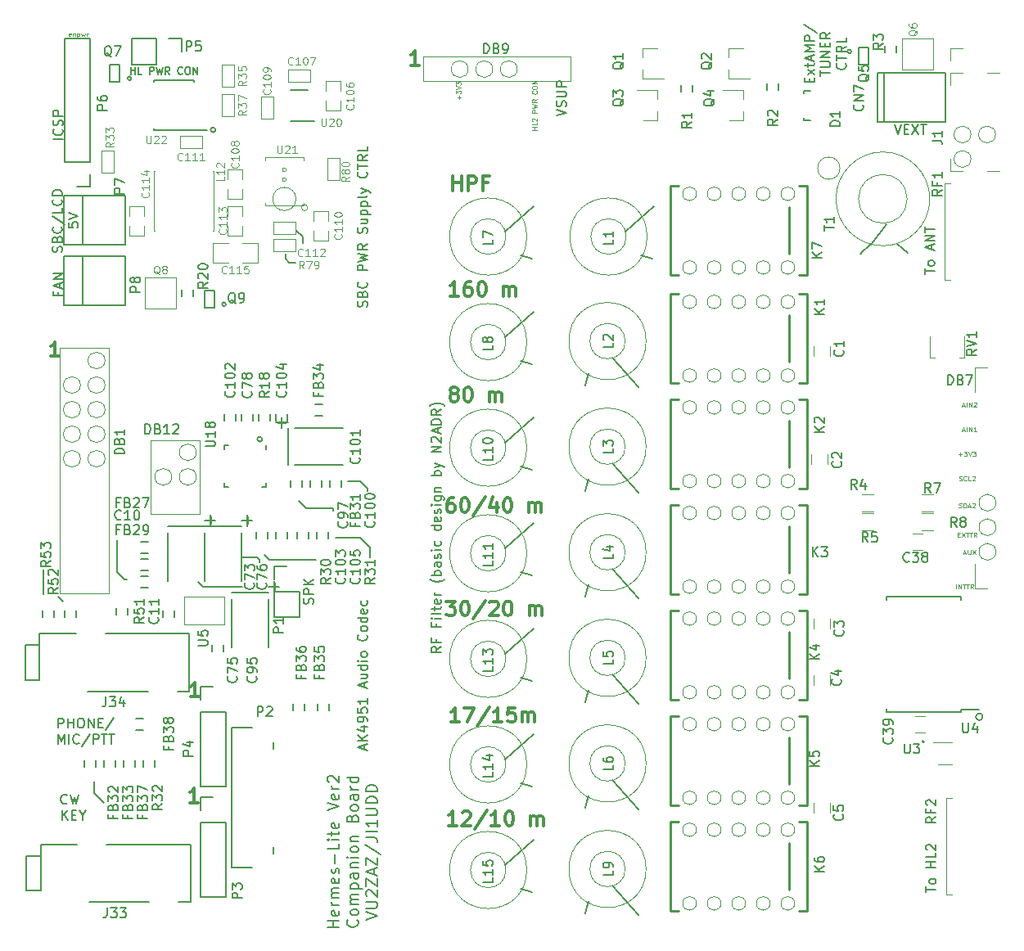
<source format=gbr>
G04 #@! TF.FileFunction,Legend,Top*
%FSLAX46Y46*%
G04 Gerber Fmt 4.6, Leading zero omitted, Abs format (unit mm)*
G04 Created by KiCad (PCBNEW 4.0.7) date 02/08/18 06:22:55*
%MOMM*%
%LPD*%
G01*
G04 APERTURE LIST*
%ADD10C,0.100000*%
%ADD11C,0.300000*%
%ADD12C,0.200000*%
%ADD13C,0.187500*%
%ADD14C,0.152400*%
%ADD15C,0.180000*%
%ADD16C,0.150000*%
%ADD17C,0.120000*%
%ADD18C,0.254000*%
G04 APERTURE END LIST*
D10*
D11*
X39968572Y-7388571D02*
X39111429Y-7388571D01*
X39540001Y-7388571D02*
X39540001Y-5888571D01*
X39397144Y-6102857D01*
X39254286Y-6245714D01*
X39111429Y-6317143D01*
X17148572Y-72728571D02*
X16291429Y-72728571D01*
X16720001Y-72728571D02*
X16720001Y-71228571D01*
X16577144Y-71442857D01*
X16434286Y-71585714D01*
X16291429Y-71657143D01*
X17098572Y-83698571D02*
X16241429Y-83698571D01*
X16670001Y-83698571D02*
X16670001Y-82198571D01*
X16527144Y-82412857D01*
X16384286Y-82555714D01*
X16241429Y-82627143D01*
X2738572Y-37518571D02*
X1881429Y-37518571D01*
X2310001Y-37518571D02*
X2310001Y-36018571D01*
X2167144Y-36232857D01*
X2024286Y-36375714D01*
X1881429Y-36447143D01*
X43458572Y-20358571D02*
X43458572Y-18858571D01*
X43458572Y-19572857D02*
X44315715Y-19572857D01*
X44315715Y-20358571D02*
X44315715Y-18858571D01*
X45030001Y-20358571D02*
X45030001Y-18858571D01*
X45601429Y-18858571D01*
X45744287Y-18930000D01*
X45815715Y-19001429D01*
X45887144Y-19144286D01*
X45887144Y-19358571D01*
X45815715Y-19501429D01*
X45744287Y-19572857D01*
X45601429Y-19644286D01*
X45030001Y-19644286D01*
X47030001Y-19572857D02*
X46530001Y-19572857D01*
X46530001Y-20358571D02*
X46530001Y-18858571D01*
X47244287Y-18858571D01*
X43848572Y-86068571D02*
X42991429Y-86068571D01*
X43420001Y-86068571D02*
X43420001Y-84568571D01*
X43277144Y-84782857D01*
X43134286Y-84925714D01*
X42991429Y-84997143D01*
X44420000Y-84711429D02*
X44491429Y-84640000D01*
X44634286Y-84568571D01*
X44991429Y-84568571D01*
X45134286Y-84640000D01*
X45205715Y-84711429D01*
X45277143Y-84854286D01*
X45277143Y-84997143D01*
X45205715Y-85211429D01*
X44348572Y-86068571D01*
X45277143Y-86068571D01*
X46991428Y-84497143D02*
X45705714Y-86425714D01*
X48277143Y-86068571D02*
X47420000Y-86068571D01*
X47848572Y-86068571D02*
X47848572Y-84568571D01*
X47705715Y-84782857D01*
X47562857Y-84925714D01*
X47420000Y-84997143D01*
X49205714Y-84568571D02*
X49348571Y-84568571D01*
X49491428Y-84640000D01*
X49562857Y-84711429D01*
X49634286Y-84854286D01*
X49705714Y-85140000D01*
X49705714Y-85497143D01*
X49634286Y-85782857D01*
X49562857Y-85925714D01*
X49491428Y-85997143D01*
X49348571Y-86068571D01*
X49205714Y-86068571D01*
X49062857Y-85997143D01*
X48991428Y-85925714D01*
X48920000Y-85782857D01*
X48848571Y-85497143D01*
X48848571Y-85140000D01*
X48920000Y-84854286D01*
X48991428Y-84711429D01*
X49062857Y-84640000D01*
X49205714Y-84568571D01*
X51491428Y-86068571D02*
X51491428Y-85068571D01*
X51491428Y-85211429D02*
X51562856Y-85140000D01*
X51705714Y-85068571D01*
X51919999Y-85068571D01*
X52062856Y-85140000D01*
X52134285Y-85282857D01*
X52134285Y-86068571D01*
X52134285Y-85282857D02*
X52205714Y-85140000D01*
X52348571Y-85068571D01*
X52562856Y-85068571D01*
X52705714Y-85140000D01*
X52777142Y-85282857D01*
X52777142Y-86068571D01*
X44110001Y-75358571D02*
X43252858Y-75358571D01*
X43681430Y-75358571D02*
X43681430Y-73858571D01*
X43538573Y-74072857D01*
X43395715Y-74215714D01*
X43252858Y-74287143D01*
X44610001Y-73858571D02*
X45610001Y-73858571D01*
X44967144Y-75358571D01*
X47252857Y-73787143D02*
X45967143Y-75715714D01*
X48538572Y-75358571D02*
X47681429Y-75358571D01*
X48110001Y-75358571D02*
X48110001Y-73858571D01*
X47967144Y-74072857D01*
X47824286Y-74215714D01*
X47681429Y-74287143D01*
X49895715Y-73858571D02*
X49181429Y-73858571D01*
X49110000Y-74572857D01*
X49181429Y-74501429D01*
X49324286Y-74430000D01*
X49681429Y-74430000D01*
X49824286Y-74501429D01*
X49895715Y-74572857D01*
X49967143Y-74715714D01*
X49967143Y-75072857D01*
X49895715Y-75215714D01*
X49824286Y-75287143D01*
X49681429Y-75358571D01*
X49324286Y-75358571D01*
X49181429Y-75287143D01*
X49110000Y-75215714D01*
X50610000Y-75358571D02*
X50610000Y-74358571D01*
X50610000Y-74501429D02*
X50681428Y-74430000D01*
X50824286Y-74358571D01*
X51038571Y-74358571D01*
X51181428Y-74430000D01*
X51252857Y-74572857D01*
X51252857Y-75358571D01*
X51252857Y-74572857D02*
X51324286Y-74430000D01*
X51467143Y-74358571D01*
X51681428Y-74358571D01*
X51824286Y-74430000D01*
X51895714Y-74572857D01*
X51895714Y-75358571D01*
X42770001Y-62848571D02*
X43698572Y-62848571D01*
X43198572Y-63420000D01*
X43412858Y-63420000D01*
X43555715Y-63491429D01*
X43627144Y-63562857D01*
X43698572Y-63705714D01*
X43698572Y-64062857D01*
X43627144Y-64205714D01*
X43555715Y-64277143D01*
X43412858Y-64348571D01*
X42984286Y-64348571D01*
X42841429Y-64277143D01*
X42770001Y-64205714D01*
X44627143Y-62848571D02*
X44770000Y-62848571D01*
X44912857Y-62920000D01*
X44984286Y-62991429D01*
X45055715Y-63134286D01*
X45127143Y-63420000D01*
X45127143Y-63777143D01*
X45055715Y-64062857D01*
X44984286Y-64205714D01*
X44912857Y-64277143D01*
X44770000Y-64348571D01*
X44627143Y-64348571D01*
X44484286Y-64277143D01*
X44412857Y-64205714D01*
X44341429Y-64062857D01*
X44270000Y-63777143D01*
X44270000Y-63420000D01*
X44341429Y-63134286D01*
X44412857Y-62991429D01*
X44484286Y-62920000D01*
X44627143Y-62848571D01*
X46841428Y-62777143D02*
X45555714Y-64705714D01*
X47270000Y-62991429D02*
X47341429Y-62920000D01*
X47484286Y-62848571D01*
X47841429Y-62848571D01*
X47984286Y-62920000D01*
X48055715Y-62991429D01*
X48127143Y-63134286D01*
X48127143Y-63277143D01*
X48055715Y-63491429D01*
X47198572Y-64348571D01*
X48127143Y-64348571D01*
X49055714Y-62848571D02*
X49198571Y-62848571D01*
X49341428Y-62920000D01*
X49412857Y-62991429D01*
X49484286Y-63134286D01*
X49555714Y-63420000D01*
X49555714Y-63777143D01*
X49484286Y-64062857D01*
X49412857Y-64205714D01*
X49341428Y-64277143D01*
X49198571Y-64348571D01*
X49055714Y-64348571D01*
X48912857Y-64277143D01*
X48841428Y-64205714D01*
X48770000Y-64062857D01*
X48698571Y-63777143D01*
X48698571Y-63420000D01*
X48770000Y-63134286D01*
X48841428Y-62991429D01*
X48912857Y-62920000D01*
X49055714Y-62848571D01*
X51341428Y-64348571D02*
X51341428Y-63348571D01*
X51341428Y-63491429D02*
X51412856Y-63420000D01*
X51555714Y-63348571D01*
X51769999Y-63348571D01*
X51912856Y-63420000D01*
X51984285Y-63562857D01*
X51984285Y-64348571D01*
X51984285Y-63562857D02*
X52055714Y-63420000D01*
X52198571Y-63348571D01*
X52412856Y-63348571D01*
X52555714Y-63420000D01*
X52627142Y-63562857D01*
X52627142Y-64348571D01*
X43525715Y-52158571D02*
X43240001Y-52158571D01*
X43097144Y-52230000D01*
X43025715Y-52301429D01*
X42882858Y-52515714D01*
X42811429Y-52801429D01*
X42811429Y-53372857D01*
X42882858Y-53515714D01*
X42954286Y-53587143D01*
X43097144Y-53658571D01*
X43382858Y-53658571D01*
X43525715Y-53587143D01*
X43597144Y-53515714D01*
X43668572Y-53372857D01*
X43668572Y-53015714D01*
X43597144Y-52872857D01*
X43525715Y-52801429D01*
X43382858Y-52730000D01*
X43097144Y-52730000D01*
X42954286Y-52801429D01*
X42882858Y-52872857D01*
X42811429Y-53015714D01*
X44597143Y-52158571D02*
X44740000Y-52158571D01*
X44882857Y-52230000D01*
X44954286Y-52301429D01*
X45025715Y-52444286D01*
X45097143Y-52730000D01*
X45097143Y-53087143D01*
X45025715Y-53372857D01*
X44954286Y-53515714D01*
X44882857Y-53587143D01*
X44740000Y-53658571D01*
X44597143Y-53658571D01*
X44454286Y-53587143D01*
X44382857Y-53515714D01*
X44311429Y-53372857D01*
X44240000Y-53087143D01*
X44240000Y-52730000D01*
X44311429Y-52444286D01*
X44382857Y-52301429D01*
X44454286Y-52230000D01*
X44597143Y-52158571D01*
X46811428Y-52087143D02*
X45525714Y-54015714D01*
X47954286Y-52658571D02*
X47954286Y-53658571D01*
X47597143Y-52087143D02*
X47240000Y-53158571D01*
X48168572Y-53158571D01*
X49025714Y-52158571D02*
X49168571Y-52158571D01*
X49311428Y-52230000D01*
X49382857Y-52301429D01*
X49454286Y-52444286D01*
X49525714Y-52730000D01*
X49525714Y-53087143D01*
X49454286Y-53372857D01*
X49382857Y-53515714D01*
X49311428Y-53587143D01*
X49168571Y-53658571D01*
X49025714Y-53658571D01*
X48882857Y-53587143D01*
X48811428Y-53515714D01*
X48740000Y-53372857D01*
X48668571Y-53087143D01*
X48668571Y-52730000D01*
X48740000Y-52444286D01*
X48811428Y-52301429D01*
X48882857Y-52230000D01*
X49025714Y-52158571D01*
X51311428Y-53658571D02*
X51311428Y-52658571D01*
X51311428Y-52801429D02*
X51382856Y-52730000D01*
X51525714Y-52658571D01*
X51739999Y-52658571D01*
X51882856Y-52730000D01*
X51954285Y-52872857D01*
X51954285Y-53658571D01*
X51954285Y-52872857D02*
X52025714Y-52730000D01*
X52168571Y-52658571D01*
X52382856Y-52658571D01*
X52525714Y-52730000D01*
X52597142Y-52872857D01*
X52597142Y-53658571D01*
X43431430Y-41351429D02*
X43288572Y-41280000D01*
X43217144Y-41208571D01*
X43145715Y-41065714D01*
X43145715Y-40994286D01*
X43217144Y-40851429D01*
X43288572Y-40780000D01*
X43431430Y-40708571D01*
X43717144Y-40708571D01*
X43860001Y-40780000D01*
X43931430Y-40851429D01*
X44002858Y-40994286D01*
X44002858Y-41065714D01*
X43931430Y-41208571D01*
X43860001Y-41280000D01*
X43717144Y-41351429D01*
X43431430Y-41351429D01*
X43288572Y-41422857D01*
X43217144Y-41494286D01*
X43145715Y-41637143D01*
X43145715Y-41922857D01*
X43217144Y-42065714D01*
X43288572Y-42137143D01*
X43431430Y-42208571D01*
X43717144Y-42208571D01*
X43860001Y-42137143D01*
X43931430Y-42065714D01*
X44002858Y-41922857D01*
X44002858Y-41637143D01*
X43931430Y-41494286D01*
X43860001Y-41422857D01*
X43717144Y-41351429D01*
X44931429Y-40708571D02*
X45074286Y-40708571D01*
X45217143Y-40780000D01*
X45288572Y-40851429D01*
X45360001Y-40994286D01*
X45431429Y-41280000D01*
X45431429Y-41637143D01*
X45360001Y-41922857D01*
X45288572Y-42065714D01*
X45217143Y-42137143D01*
X45074286Y-42208571D01*
X44931429Y-42208571D01*
X44788572Y-42137143D01*
X44717143Y-42065714D01*
X44645715Y-41922857D01*
X44574286Y-41637143D01*
X44574286Y-41280000D01*
X44645715Y-40994286D01*
X44717143Y-40851429D01*
X44788572Y-40780000D01*
X44931429Y-40708571D01*
X47217143Y-42208571D02*
X47217143Y-41208571D01*
X47217143Y-41351429D02*
X47288571Y-41280000D01*
X47431429Y-41208571D01*
X47645714Y-41208571D01*
X47788571Y-41280000D01*
X47860000Y-41422857D01*
X47860000Y-42208571D01*
X47860000Y-41422857D02*
X47931429Y-41280000D01*
X48074286Y-41208571D01*
X48288571Y-41208571D01*
X48431429Y-41280000D01*
X48502857Y-41422857D01*
X48502857Y-42208571D01*
X44018572Y-31278571D02*
X43161429Y-31278571D01*
X43590001Y-31278571D02*
X43590001Y-29778571D01*
X43447144Y-29992857D01*
X43304286Y-30135714D01*
X43161429Y-30207143D01*
X45304286Y-29778571D02*
X45018572Y-29778571D01*
X44875715Y-29850000D01*
X44804286Y-29921429D01*
X44661429Y-30135714D01*
X44590000Y-30421429D01*
X44590000Y-30992857D01*
X44661429Y-31135714D01*
X44732857Y-31207143D01*
X44875715Y-31278571D01*
X45161429Y-31278571D01*
X45304286Y-31207143D01*
X45375715Y-31135714D01*
X45447143Y-30992857D01*
X45447143Y-30635714D01*
X45375715Y-30492857D01*
X45304286Y-30421429D01*
X45161429Y-30350000D01*
X44875715Y-30350000D01*
X44732857Y-30421429D01*
X44661429Y-30492857D01*
X44590000Y-30635714D01*
X46375714Y-29778571D02*
X46518571Y-29778571D01*
X46661428Y-29850000D01*
X46732857Y-29921429D01*
X46804286Y-30064286D01*
X46875714Y-30350000D01*
X46875714Y-30707143D01*
X46804286Y-30992857D01*
X46732857Y-31135714D01*
X46661428Y-31207143D01*
X46518571Y-31278571D01*
X46375714Y-31278571D01*
X46232857Y-31207143D01*
X46161428Y-31135714D01*
X46090000Y-30992857D01*
X46018571Y-30707143D01*
X46018571Y-30350000D01*
X46090000Y-30064286D01*
X46161428Y-29921429D01*
X46232857Y-29850000D01*
X46375714Y-29778571D01*
X48661428Y-31278571D02*
X48661428Y-30278571D01*
X48661428Y-30421429D02*
X48732856Y-30350000D01*
X48875714Y-30278571D01*
X49089999Y-30278571D01*
X49232856Y-30350000D01*
X49304285Y-30492857D01*
X49304285Y-31278571D01*
X49304285Y-30492857D02*
X49375714Y-30350000D01*
X49518571Y-30278571D01*
X49732856Y-30278571D01*
X49875714Y-30350000D01*
X49947142Y-30492857D01*
X49947142Y-31278571D01*
D12*
X92164868Y-77390000D02*
G75*
G03X92164868Y-77390000I-94868J0D01*
G01*
X92106056Y-77400000D02*
G75*
G03X92106056Y-77400000I-36056J0D01*
G01*
D10*
X95477144Y-61572190D02*
X95477144Y-61072190D01*
X95715239Y-61572190D02*
X95715239Y-61072190D01*
X96000953Y-61572190D01*
X96000953Y-61072190D01*
X96167620Y-61072190D02*
X96453334Y-61072190D01*
X96310477Y-61572190D02*
X96310477Y-61072190D01*
X96548572Y-61072190D02*
X96834286Y-61072190D01*
X96691429Y-61572190D02*
X96691429Y-61072190D01*
X97286667Y-61572190D02*
X97120000Y-61334095D01*
X97000953Y-61572190D02*
X97000953Y-61072190D01*
X97191429Y-61072190D01*
X97239048Y-61096000D01*
X97262857Y-61119810D01*
X97286667Y-61167429D01*
X97286667Y-61238857D01*
X97262857Y-61286476D01*
X97239048Y-61310286D01*
X97191429Y-61334095D01*
X97000953Y-61334095D01*
D12*
X98253210Y-74808000D02*
G75*
G03X98253210Y-74808000I-359210J0D01*
G01*
D10*
X96139905Y-45173333D02*
X96378000Y-45173333D01*
X96092286Y-45316190D02*
X96258953Y-44816190D01*
X96425619Y-45316190D01*
X96592286Y-45316190D02*
X96592286Y-44816190D01*
X96830381Y-45316190D02*
X96830381Y-44816190D01*
X97116095Y-45316190D01*
X97116095Y-44816190D01*
X97616095Y-45316190D02*
X97330381Y-45316190D01*
X97473238Y-45316190D02*
X97473238Y-44816190D01*
X97425619Y-44887619D01*
X97378000Y-44935238D01*
X97330381Y-44959048D01*
X96139905Y-42633333D02*
X96378000Y-42633333D01*
X96092286Y-42776190D02*
X96258953Y-42276190D01*
X96425619Y-42776190D01*
X96592286Y-42776190D02*
X96592286Y-42276190D01*
X96830381Y-42776190D02*
X96830381Y-42276190D01*
X97116095Y-42776190D01*
X97116095Y-42276190D01*
X97330381Y-42323810D02*
X97354191Y-42300000D01*
X97401810Y-42276190D01*
X97520857Y-42276190D01*
X97568476Y-42300000D01*
X97592286Y-42323810D01*
X97616095Y-42371429D01*
X97616095Y-42419048D01*
X97592286Y-42490476D01*
X97306572Y-42776190D01*
X97616095Y-42776190D01*
X95743049Y-47665714D02*
X96124001Y-47665714D01*
X95933525Y-47856190D02*
X95933525Y-47475238D01*
X96314478Y-47356190D02*
X96624001Y-47356190D01*
X96457335Y-47546667D01*
X96528763Y-47546667D01*
X96576382Y-47570476D01*
X96600192Y-47594286D01*
X96624001Y-47641905D01*
X96624001Y-47760952D01*
X96600192Y-47808571D01*
X96576382Y-47832381D01*
X96528763Y-47856190D01*
X96385906Y-47856190D01*
X96338287Y-47832381D01*
X96314478Y-47808571D01*
X96766858Y-47356190D02*
X96933525Y-47856190D01*
X97100191Y-47356190D01*
X97219239Y-47356190D02*
X97528762Y-47356190D01*
X97362096Y-47546667D01*
X97433524Y-47546667D01*
X97481143Y-47570476D01*
X97504953Y-47594286D01*
X97528762Y-47641905D01*
X97528762Y-47760952D01*
X97504953Y-47808571D01*
X97481143Y-47832381D01*
X97433524Y-47856190D01*
X97290667Y-47856190D01*
X97243048Y-47832381D01*
X97219239Y-47808571D01*
X95790667Y-50372381D02*
X95862096Y-50396190D01*
X95981143Y-50396190D01*
X96028762Y-50372381D01*
X96052572Y-50348571D01*
X96076381Y-50300952D01*
X96076381Y-50253333D01*
X96052572Y-50205714D01*
X96028762Y-50181905D01*
X95981143Y-50158095D01*
X95885905Y-50134286D01*
X95838286Y-50110476D01*
X95814477Y-50086667D01*
X95790667Y-50039048D01*
X95790667Y-49991429D01*
X95814477Y-49943810D01*
X95838286Y-49920000D01*
X95885905Y-49896190D01*
X96004953Y-49896190D01*
X96076381Y-49920000D01*
X96576381Y-50348571D02*
X96552571Y-50372381D01*
X96481143Y-50396190D01*
X96433524Y-50396190D01*
X96362095Y-50372381D01*
X96314476Y-50324762D01*
X96290667Y-50277143D01*
X96266857Y-50181905D01*
X96266857Y-50110476D01*
X96290667Y-50015238D01*
X96314476Y-49967619D01*
X96362095Y-49920000D01*
X96433524Y-49896190D01*
X96481143Y-49896190D01*
X96552571Y-49920000D01*
X96576381Y-49943810D01*
X97028762Y-50396190D02*
X96790667Y-50396190D01*
X96790667Y-49896190D01*
X97171619Y-49943810D02*
X97195429Y-49920000D01*
X97243048Y-49896190D01*
X97362095Y-49896190D01*
X97409714Y-49920000D01*
X97433524Y-49943810D01*
X97457333Y-49991429D01*
X97457333Y-50039048D01*
X97433524Y-50110476D01*
X97147810Y-50396190D01*
X97457333Y-50396190D01*
X95778763Y-53166381D02*
X95850192Y-53190190D01*
X95969239Y-53190190D01*
X96016858Y-53166381D01*
X96040668Y-53142571D01*
X96064477Y-53094952D01*
X96064477Y-53047333D01*
X96040668Y-52999714D01*
X96016858Y-52975905D01*
X95969239Y-52952095D01*
X95874001Y-52928286D01*
X95826382Y-52904476D01*
X95802573Y-52880667D01*
X95778763Y-52833048D01*
X95778763Y-52785429D01*
X95802573Y-52737810D01*
X95826382Y-52714000D01*
X95874001Y-52690190D01*
X95993049Y-52690190D01*
X96064477Y-52714000D01*
X96278763Y-53190190D02*
X96278763Y-52690190D01*
X96397810Y-52690190D01*
X96469239Y-52714000D01*
X96516858Y-52761619D01*
X96540667Y-52809238D01*
X96564477Y-52904476D01*
X96564477Y-52975905D01*
X96540667Y-53071143D01*
X96516858Y-53118762D01*
X96469239Y-53166381D01*
X96397810Y-53190190D01*
X96278763Y-53190190D01*
X96754953Y-53047333D02*
X96993048Y-53047333D01*
X96707334Y-53190190D02*
X96874001Y-52690190D01*
X97040667Y-53190190D01*
X97183524Y-52737810D02*
X97207334Y-52714000D01*
X97254953Y-52690190D01*
X97374000Y-52690190D01*
X97421619Y-52714000D01*
X97445429Y-52737810D01*
X97469238Y-52785429D01*
X97469238Y-52833048D01*
X97445429Y-52904476D01*
X97159715Y-53190190D01*
X97469238Y-53190190D01*
X95647811Y-55976286D02*
X95814477Y-55976286D01*
X95885906Y-56238190D02*
X95647811Y-56238190D01*
X95647811Y-55738190D01*
X95885906Y-55738190D01*
X96052573Y-55738190D02*
X96385906Y-56238190D01*
X96385906Y-55738190D02*
X96052573Y-56238190D01*
X96504953Y-55738190D02*
X96790667Y-55738190D01*
X96647810Y-56238190D02*
X96647810Y-55738190D01*
X96885905Y-55738190D02*
X97171619Y-55738190D01*
X97028762Y-56238190D02*
X97028762Y-55738190D01*
X97624000Y-56238190D02*
X97457333Y-56000095D01*
X97338286Y-56238190D02*
X97338286Y-55738190D01*
X97528762Y-55738190D01*
X97576381Y-55762000D01*
X97600190Y-55785810D01*
X97624000Y-55833429D01*
X97624000Y-55904857D01*
X97600190Y-55952476D01*
X97576381Y-55976286D01*
X97528762Y-56000095D01*
X97338286Y-56000095D01*
X3902191Y-4398381D02*
X3854572Y-4422190D01*
X3759334Y-4422190D01*
X3711715Y-4398381D01*
X3687905Y-4350762D01*
X3687905Y-4160286D01*
X3711715Y-4112667D01*
X3759334Y-4088857D01*
X3854572Y-4088857D01*
X3902191Y-4112667D01*
X3926000Y-4160286D01*
X3926000Y-4207905D01*
X3687905Y-4255524D01*
X4140286Y-4088857D02*
X4140286Y-4422190D01*
X4140286Y-4136476D02*
X4164095Y-4112667D01*
X4211714Y-4088857D01*
X4283143Y-4088857D01*
X4330762Y-4112667D01*
X4354571Y-4160286D01*
X4354571Y-4422190D01*
X4592667Y-4088857D02*
X4592667Y-4588857D01*
X4592667Y-4112667D02*
X4640286Y-4088857D01*
X4735524Y-4088857D01*
X4783143Y-4112667D01*
X4806952Y-4136476D01*
X4830762Y-4184095D01*
X4830762Y-4326952D01*
X4806952Y-4374571D01*
X4783143Y-4398381D01*
X4735524Y-4422190D01*
X4640286Y-4422190D01*
X4592667Y-4398381D01*
X4997429Y-4088857D02*
X5092667Y-4422190D01*
X5187905Y-4184095D01*
X5283143Y-4422190D01*
X5378381Y-4088857D01*
X5568858Y-4422190D02*
X5568858Y-4088857D01*
X5568858Y-4184095D02*
X5592667Y-4136476D01*
X5616477Y-4112667D01*
X5664096Y-4088857D01*
X5711715Y-4088857D01*
D12*
X3096381Y-15070190D02*
X2096381Y-15070190D01*
X3001143Y-14022571D02*
X3048762Y-14070190D01*
X3096381Y-14213047D01*
X3096381Y-14308285D01*
X3048762Y-14451143D01*
X2953524Y-14546381D01*
X2858286Y-14594000D01*
X2667810Y-14641619D01*
X2524952Y-14641619D01*
X2334476Y-14594000D01*
X2239238Y-14546381D01*
X2144000Y-14451143D01*
X2096381Y-14308285D01*
X2096381Y-14213047D01*
X2144000Y-14070190D01*
X2191619Y-14022571D01*
X3048762Y-13641619D02*
X3096381Y-13498762D01*
X3096381Y-13260666D01*
X3048762Y-13165428D01*
X3001143Y-13117809D01*
X2905905Y-13070190D01*
X2810667Y-13070190D01*
X2715429Y-13117809D01*
X2667810Y-13165428D01*
X2620190Y-13260666D01*
X2572571Y-13451143D01*
X2524952Y-13546381D01*
X2477333Y-13594000D01*
X2382095Y-13641619D01*
X2286857Y-13641619D01*
X2191619Y-13594000D01*
X2144000Y-13546381D01*
X2096381Y-13451143D01*
X2096381Y-13213047D01*
X2144000Y-13070190D01*
X3096381Y-12641619D02*
X2096381Y-12641619D01*
X2096381Y-12260666D01*
X2144000Y-12165428D01*
X2191619Y-12117809D01*
X2286857Y-12070190D01*
X2429714Y-12070190D01*
X2524952Y-12117809D01*
X2572571Y-12165428D01*
X2620190Y-12260666D01*
X2620190Y-12641619D01*
D10*
X96258953Y-57873333D02*
X96497048Y-57873333D01*
X96211334Y-58016190D02*
X96378001Y-57516190D01*
X96544667Y-58016190D01*
X96711334Y-57516190D02*
X96711334Y-57920952D01*
X96735143Y-57968571D01*
X96758953Y-57992381D01*
X96806572Y-58016190D01*
X96901810Y-58016190D01*
X96949429Y-57992381D01*
X96973238Y-57968571D01*
X96997048Y-57920952D01*
X96997048Y-57516190D01*
X97187525Y-57516190D02*
X97520858Y-58016190D01*
X97520858Y-57516190D02*
X97187525Y-58016190D01*
D12*
X89139143Y-13554381D02*
X89472476Y-14554381D01*
X89805810Y-13554381D01*
X90139143Y-14030571D02*
X90472477Y-14030571D01*
X90615334Y-14554381D02*
X90139143Y-14554381D01*
X90139143Y-13554381D01*
X90615334Y-13554381D01*
X90948667Y-13554381D02*
X91615334Y-14554381D01*
X91615334Y-13554381D02*
X90948667Y-14554381D01*
X91853429Y-13554381D02*
X92424858Y-13554381D01*
X92139143Y-14554381D02*
X92139143Y-13554381D01*
D10*
X44081714Y-10918951D02*
X44081714Y-10537999D01*
X44272190Y-10728475D02*
X43891238Y-10728475D01*
X43772190Y-10347522D02*
X43772190Y-10037999D01*
X43962667Y-10204665D01*
X43962667Y-10133237D01*
X43986476Y-10085618D01*
X44010286Y-10061808D01*
X44057905Y-10037999D01*
X44176952Y-10037999D01*
X44224571Y-10061808D01*
X44248381Y-10085618D01*
X44272190Y-10133237D01*
X44272190Y-10276094D01*
X44248381Y-10323713D01*
X44224571Y-10347522D01*
X43772190Y-9895142D02*
X44272190Y-9728475D01*
X43772190Y-9561809D01*
X43772190Y-9442761D02*
X43772190Y-9133238D01*
X43962667Y-9299904D01*
X43962667Y-9228476D01*
X43986476Y-9180857D01*
X44010286Y-9157047D01*
X44057905Y-9133238D01*
X44176952Y-9133238D01*
X44224571Y-9157047D01*
X44248381Y-9180857D01*
X44272190Y-9228476D01*
X44272190Y-9371333D01*
X44248381Y-9418952D01*
X44224571Y-9442761D01*
X52146190Y-14085809D02*
X51646190Y-14085809D01*
X51884286Y-14085809D02*
X51884286Y-13800095D01*
X52146190Y-13800095D02*
X51646190Y-13800095D01*
X52146190Y-13323904D02*
X52146190Y-13561999D01*
X51646190Y-13561999D01*
X51693810Y-13181047D02*
X51670000Y-13157237D01*
X51646190Y-13109618D01*
X51646190Y-12990571D01*
X51670000Y-12942952D01*
X51693810Y-12919142D01*
X51741429Y-12895333D01*
X51789048Y-12895333D01*
X51860476Y-12919142D01*
X52146190Y-13204856D01*
X52146190Y-12895333D01*
X52146190Y-12300095D02*
X51646190Y-12300095D01*
X51646190Y-12109619D01*
X51670000Y-12062000D01*
X51693810Y-12038191D01*
X51741429Y-12014381D01*
X51812857Y-12014381D01*
X51860476Y-12038191D01*
X51884286Y-12062000D01*
X51908095Y-12109619D01*
X51908095Y-12300095D01*
X51646190Y-11847714D02*
X52146190Y-11728667D01*
X51789048Y-11633429D01*
X52146190Y-11538191D01*
X51646190Y-11419143D01*
X52146190Y-10942952D02*
X51908095Y-11109619D01*
X52146190Y-11228666D02*
X51646190Y-11228666D01*
X51646190Y-11038190D01*
X51670000Y-10990571D01*
X51693810Y-10966762D01*
X51741429Y-10942952D01*
X51812857Y-10942952D01*
X51860476Y-10966762D01*
X51884286Y-10990571D01*
X51908095Y-11038190D01*
X51908095Y-11228666D01*
X52098571Y-10062000D02*
X52122381Y-10085810D01*
X52146190Y-10157238D01*
X52146190Y-10204857D01*
X52122381Y-10276286D01*
X52074762Y-10323905D01*
X52027143Y-10347714D01*
X51931905Y-10371524D01*
X51860476Y-10371524D01*
X51765238Y-10347714D01*
X51717619Y-10323905D01*
X51670000Y-10276286D01*
X51646190Y-10204857D01*
X51646190Y-10157238D01*
X51670000Y-10085810D01*
X51693810Y-10062000D01*
X51646190Y-9752476D02*
X51646190Y-9657238D01*
X51670000Y-9609619D01*
X51717619Y-9562000D01*
X51812857Y-9538191D01*
X51979524Y-9538191D01*
X52074762Y-9562000D01*
X52122381Y-9609619D01*
X52146190Y-9657238D01*
X52146190Y-9752476D01*
X52122381Y-9800095D01*
X52074762Y-9847714D01*
X51979524Y-9871524D01*
X51812857Y-9871524D01*
X51717619Y-9847714D01*
X51670000Y-9800095D01*
X51646190Y-9752476D01*
X52146190Y-9323904D02*
X51646190Y-9323904D01*
X52146190Y-9038190D01*
X51646190Y-9038190D01*
D12*
X54166381Y-12633333D02*
X55166381Y-12300000D01*
X54166381Y-11966666D01*
X55118762Y-11680952D02*
X55166381Y-11538095D01*
X55166381Y-11299999D01*
X55118762Y-11204761D01*
X55071143Y-11157142D01*
X54975905Y-11109523D01*
X54880667Y-11109523D01*
X54785429Y-11157142D01*
X54737810Y-11204761D01*
X54690190Y-11299999D01*
X54642571Y-11490476D01*
X54594952Y-11585714D01*
X54547333Y-11633333D01*
X54452095Y-11680952D01*
X54356857Y-11680952D01*
X54261619Y-11633333D01*
X54214000Y-11585714D01*
X54166381Y-11490476D01*
X54166381Y-11252380D01*
X54214000Y-11109523D01*
X54166381Y-10680952D02*
X54975905Y-10680952D01*
X55071143Y-10633333D01*
X55118762Y-10585714D01*
X55166381Y-10490476D01*
X55166381Y-10299999D01*
X55118762Y-10204761D01*
X55071143Y-10157142D01*
X54975905Y-10109523D01*
X54166381Y-10109523D01*
X55166381Y-9633333D02*
X54166381Y-9633333D01*
X54166381Y-9252380D01*
X54214000Y-9157142D01*
X54261619Y-9109523D01*
X54356857Y-9061904D01*
X54499714Y-9061904D01*
X54594952Y-9109523D01*
X54642571Y-9157142D01*
X54690190Y-9252380D01*
X54690190Y-9633333D01*
X23726000Y-46106000D02*
G75*
G03X23726000Y-46106000I-254000J0D01*
G01*
X18900000Y-14102000D02*
G75*
G03X18900000Y-14102000I-254000J0D01*
G01*
D13*
X10137428Y-8345286D02*
X10137428Y-7595286D01*
X10137428Y-7952429D02*
X10566000Y-7952429D01*
X10566000Y-8345286D02*
X10566000Y-7595286D01*
X11280285Y-8345286D02*
X10923142Y-8345286D01*
X10923142Y-7595286D01*
X12101714Y-8345286D02*
X12101714Y-7595286D01*
X12387429Y-7595286D01*
X12458857Y-7631000D01*
X12494572Y-7666714D01*
X12530286Y-7738143D01*
X12530286Y-7845286D01*
X12494572Y-7916714D01*
X12458857Y-7952429D01*
X12387429Y-7988143D01*
X12101714Y-7988143D01*
X12780286Y-7595286D02*
X12958857Y-8345286D01*
X13101714Y-7809571D01*
X13244572Y-8345286D01*
X13423143Y-7595286D01*
X14137429Y-8345286D02*
X13887429Y-7988143D01*
X13708857Y-8345286D02*
X13708857Y-7595286D01*
X13994572Y-7595286D01*
X14066000Y-7631000D01*
X14101715Y-7666714D01*
X14137429Y-7738143D01*
X14137429Y-7845286D01*
X14101715Y-7916714D01*
X14066000Y-7952429D01*
X13994572Y-7988143D01*
X13708857Y-7988143D01*
X15458858Y-8273857D02*
X15423144Y-8309571D01*
X15316001Y-8345286D01*
X15244572Y-8345286D01*
X15137429Y-8309571D01*
X15066001Y-8238143D01*
X15030286Y-8166714D01*
X14994572Y-8023857D01*
X14994572Y-7916714D01*
X15030286Y-7773857D01*
X15066001Y-7702429D01*
X15137429Y-7631000D01*
X15244572Y-7595286D01*
X15316001Y-7595286D01*
X15423144Y-7631000D01*
X15458858Y-7666714D01*
X15923144Y-7595286D02*
X16066001Y-7595286D01*
X16137429Y-7631000D01*
X16208858Y-7702429D01*
X16244572Y-7845286D01*
X16244572Y-8095286D01*
X16208858Y-8238143D01*
X16137429Y-8309571D01*
X16066001Y-8345286D01*
X15923144Y-8345286D01*
X15851715Y-8309571D01*
X15780286Y-8238143D01*
X15744572Y-8095286D01*
X15744572Y-7845286D01*
X15780286Y-7702429D01*
X15851715Y-7631000D01*
X15923144Y-7595286D01*
X16566000Y-8345286D02*
X16566000Y-7595286D01*
X16994572Y-8345286D01*
X16994572Y-7595286D01*
D12*
X28956762Y-63139714D02*
X29004381Y-62996857D01*
X29004381Y-62758761D01*
X28956762Y-62663523D01*
X28909143Y-62615904D01*
X28813905Y-62568285D01*
X28718667Y-62568285D01*
X28623429Y-62615904D01*
X28575810Y-62663523D01*
X28528190Y-62758761D01*
X28480571Y-62949238D01*
X28432952Y-63044476D01*
X28385333Y-63092095D01*
X28290095Y-63139714D01*
X28194857Y-63139714D01*
X28099619Y-63092095D01*
X28052000Y-63044476D01*
X28004381Y-62949238D01*
X28004381Y-62711142D01*
X28052000Y-62568285D01*
X29004381Y-62139714D02*
X28004381Y-62139714D01*
X28004381Y-61758761D01*
X28052000Y-61663523D01*
X28099619Y-61615904D01*
X28194857Y-61568285D01*
X28337714Y-61568285D01*
X28432952Y-61615904D01*
X28480571Y-61663523D01*
X28528190Y-61758761D01*
X28528190Y-62139714D01*
X29004381Y-61139714D02*
X28004381Y-61139714D01*
X29004381Y-60568285D02*
X28432952Y-60996857D01*
X28004381Y-60568285D02*
X28575810Y-61139714D01*
D14*
X92266381Y-29000381D02*
X92266381Y-28428952D01*
X93266381Y-28714667D02*
X92266381Y-28714667D01*
X93266381Y-27952762D02*
X93218762Y-28048000D01*
X93171143Y-28095619D01*
X93075905Y-28143238D01*
X92790190Y-28143238D01*
X92694952Y-28095619D01*
X92647333Y-28048000D01*
X92599714Y-27952762D01*
X92599714Y-27809904D01*
X92647333Y-27714666D01*
X92694952Y-27667047D01*
X92790190Y-27619428D01*
X93075905Y-27619428D01*
X93171143Y-27667047D01*
X93218762Y-27714666D01*
X93266381Y-27809904D01*
X93266381Y-27952762D01*
X92980667Y-26476571D02*
X92980667Y-26000380D01*
X93266381Y-26571809D02*
X92266381Y-26238476D01*
X93266381Y-25905142D01*
X93266381Y-25571809D02*
X92266381Y-25571809D01*
X93266381Y-25000380D01*
X92266381Y-25000380D01*
X92266381Y-24667047D02*
X92266381Y-24095618D01*
X93266381Y-24381333D02*
X92266381Y-24381333D01*
X92393381Y-92952810D02*
X92393381Y-92381381D01*
X93393381Y-92667096D02*
X92393381Y-92667096D01*
X93393381Y-91905191D02*
X93345762Y-92000429D01*
X93298143Y-92048048D01*
X93202905Y-92095667D01*
X92917190Y-92095667D01*
X92821952Y-92048048D01*
X92774333Y-92000429D01*
X92726714Y-91905191D01*
X92726714Y-91762333D01*
X92774333Y-91667095D01*
X92821952Y-91619476D01*
X92917190Y-91571857D01*
X93202905Y-91571857D01*
X93298143Y-91619476D01*
X93345762Y-91667095D01*
X93393381Y-91762333D01*
X93393381Y-91905191D01*
X93393381Y-90381381D02*
X92393381Y-90381381D01*
X92869571Y-90381381D02*
X92869571Y-89809952D01*
X93393381Y-89809952D02*
X92393381Y-89809952D01*
X93393381Y-88857571D02*
X93393381Y-89333762D01*
X92393381Y-89333762D01*
X92488619Y-88571857D02*
X92441000Y-88524238D01*
X92393381Y-88429000D01*
X92393381Y-88190904D01*
X92441000Y-88095666D01*
X92488619Y-88048047D01*
X92583857Y-88000428D01*
X92679095Y-88000428D01*
X92821952Y-88048047D01*
X93393381Y-88619476D01*
X93393381Y-88000428D01*
X2628476Y-75958181D02*
X2628476Y-74958181D01*
X3009429Y-74958181D01*
X3104667Y-75005800D01*
X3152286Y-75053419D01*
X3199905Y-75148657D01*
X3199905Y-75291514D01*
X3152286Y-75386752D01*
X3104667Y-75434371D01*
X3009429Y-75481990D01*
X2628476Y-75481990D01*
X3628476Y-75958181D02*
X3628476Y-74958181D01*
X3628476Y-75434371D02*
X4199905Y-75434371D01*
X4199905Y-75958181D02*
X4199905Y-74958181D01*
X4866571Y-74958181D02*
X5057048Y-74958181D01*
X5152286Y-75005800D01*
X5247524Y-75101038D01*
X5295143Y-75291514D01*
X5295143Y-75624848D01*
X5247524Y-75815324D01*
X5152286Y-75910562D01*
X5057048Y-75958181D01*
X4866571Y-75958181D01*
X4771333Y-75910562D01*
X4676095Y-75815324D01*
X4628476Y-75624848D01*
X4628476Y-75291514D01*
X4676095Y-75101038D01*
X4771333Y-75005800D01*
X4866571Y-74958181D01*
X5723714Y-75958181D02*
X5723714Y-74958181D01*
X6295143Y-75958181D01*
X6295143Y-74958181D01*
X6771333Y-75434371D02*
X7104667Y-75434371D01*
X7247524Y-75958181D02*
X6771333Y-75958181D01*
X6771333Y-74958181D01*
X7247524Y-74958181D01*
X8390381Y-74910562D02*
X7533238Y-76196276D01*
X2580857Y-77610581D02*
X2580857Y-76610581D01*
X2914191Y-77324867D01*
X3247524Y-76610581D01*
X3247524Y-77610581D01*
X3723714Y-77610581D02*
X3723714Y-76610581D01*
X4771333Y-77515343D02*
X4723714Y-77562962D01*
X4580857Y-77610581D01*
X4485619Y-77610581D01*
X4342761Y-77562962D01*
X4247523Y-77467724D01*
X4199904Y-77372486D01*
X4152285Y-77182010D01*
X4152285Y-77039152D01*
X4199904Y-76848676D01*
X4247523Y-76753438D01*
X4342761Y-76658200D01*
X4485619Y-76610581D01*
X4580857Y-76610581D01*
X4723714Y-76658200D01*
X4771333Y-76705819D01*
X5914190Y-76562962D02*
X5057047Y-77848676D01*
X6247523Y-77610581D02*
X6247523Y-76610581D01*
X6628476Y-76610581D01*
X6723714Y-76658200D01*
X6771333Y-76705819D01*
X6818952Y-76801057D01*
X6818952Y-76943914D01*
X6771333Y-77039152D01*
X6723714Y-77086771D01*
X6628476Y-77134390D01*
X6247523Y-77134390D01*
X7104666Y-76610581D02*
X7676095Y-76610581D01*
X7390380Y-77610581D02*
X7390380Y-76610581D01*
X7866571Y-76610581D02*
X8438000Y-76610581D01*
X8152285Y-77610581D02*
X8152285Y-76610581D01*
D12*
X6327000Y-82682000D02*
X6327000Y-81539000D01*
X7343000Y-83698000D02*
X6327000Y-82682000D01*
D14*
X3525143Y-83736943D02*
X3477524Y-83784562D01*
X3334667Y-83832181D01*
X3239429Y-83832181D01*
X3096571Y-83784562D01*
X3001333Y-83689324D01*
X2953714Y-83594086D01*
X2906095Y-83403610D01*
X2906095Y-83260752D01*
X2953714Y-83070276D01*
X3001333Y-82975038D01*
X3096571Y-82879800D01*
X3239429Y-82832181D01*
X3334667Y-82832181D01*
X3477524Y-82879800D01*
X3525143Y-82927419D01*
X3858476Y-82832181D02*
X4096571Y-83832181D01*
X4287048Y-83117895D01*
X4477524Y-83832181D01*
X4715619Y-82832181D01*
X3025143Y-85484581D02*
X3025143Y-84484581D01*
X3596572Y-85484581D02*
X3168000Y-84913152D01*
X3596572Y-84484581D02*
X3025143Y-85056010D01*
X4025143Y-84960771D02*
X4358477Y-84960771D01*
X4501334Y-85484581D02*
X4025143Y-85484581D01*
X4025143Y-84484581D01*
X4501334Y-84484581D01*
X5120381Y-85008390D02*
X5120381Y-85484581D01*
X4787048Y-84484581D02*
X5120381Y-85008390D01*
X5453715Y-84484581D01*
X2572571Y-30913523D02*
X2572571Y-31246857D01*
X3096381Y-31246857D02*
X2096381Y-31246857D01*
X2096381Y-30770666D01*
X2810667Y-30437333D02*
X2810667Y-29961142D01*
X3096381Y-30532571D02*
X2096381Y-30199238D01*
X3096381Y-29865904D01*
X3096381Y-29532571D02*
X2096381Y-29532571D01*
X3096381Y-28961142D01*
X2096381Y-28961142D01*
X2984562Y-26714286D02*
X3032181Y-26571429D01*
X3032181Y-26333333D01*
X2984562Y-26238095D01*
X2936943Y-26190476D01*
X2841705Y-26142857D01*
X2746467Y-26142857D01*
X2651229Y-26190476D01*
X2603610Y-26238095D01*
X2555990Y-26333333D01*
X2508371Y-26523810D01*
X2460752Y-26619048D01*
X2413133Y-26666667D01*
X2317895Y-26714286D01*
X2222657Y-26714286D01*
X2127419Y-26666667D01*
X2079800Y-26619048D01*
X2032181Y-26523810D01*
X2032181Y-26285714D01*
X2079800Y-26142857D01*
X2508371Y-25380952D02*
X2555990Y-25238095D01*
X2603610Y-25190476D01*
X2698848Y-25142857D01*
X2841705Y-25142857D01*
X2936943Y-25190476D01*
X2984562Y-25238095D01*
X3032181Y-25333333D01*
X3032181Y-25714286D01*
X2032181Y-25714286D01*
X2032181Y-25380952D01*
X2079800Y-25285714D01*
X2127419Y-25238095D01*
X2222657Y-25190476D01*
X2317895Y-25190476D01*
X2413133Y-25238095D01*
X2460752Y-25285714D01*
X2508371Y-25380952D01*
X2508371Y-25714286D01*
X2936943Y-24142857D02*
X2984562Y-24190476D01*
X3032181Y-24333333D01*
X3032181Y-24428571D01*
X2984562Y-24571429D01*
X2889324Y-24666667D01*
X2794086Y-24714286D01*
X2603610Y-24761905D01*
X2460752Y-24761905D01*
X2270276Y-24714286D01*
X2175038Y-24666667D01*
X2079800Y-24571429D01*
X2032181Y-24428571D01*
X2032181Y-24333333D01*
X2079800Y-24190476D01*
X2127419Y-24142857D01*
X1984562Y-23000000D02*
X3270276Y-23857143D01*
X3032181Y-22190476D02*
X3032181Y-22666667D01*
X2032181Y-22666667D01*
X2936943Y-21285714D02*
X2984562Y-21333333D01*
X3032181Y-21476190D01*
X3032181Y-21571428D01*
X2984562Y-21714286D01*
X2889324Y-21809524D01*
X2794086Y-21857143D01*
X2603610Y-21904762D01*
X2460752Y-21904762D01*
X2270276Y-21857143D01*
X2175038Y-21809524D01*
X2079800Y-21714286D01*
X2032181Y-21571428D01*
X2032181Y-21476190D01*
X2079800Y-21333333D01*
X2127419Y-21285714D01*
X3032181Y-20857143D02*
X2032181Y-20857143D01*
X2032181Y-20619048D01*
X2079800Y-20476190D01*
X2175038Y-20380952D01*
X2270276Y-20333333D01*
X2460752Y-20285714D01*
X2603610Y-20285714D01*
X2794086Y-20333333D01*
X2889324Y-20380952D01*
X2984562Y-20476190D01*
X3032181Y-20619048D01*
X3032181Y-20857143D01*
X3684581Y-23690476D02*
X3684581Y-24166667D01*
X4160771Y-24214286D01*
X4113152Y-24166667D01*
X4065533Y-24071429D01*
X4065533Y-23833333D01*
X4113152Y-23738095D01*
X4160771Y-23690476D01*
X4256010Y-23642857D01*
X4494105Y-23642857D01*
X4589343Y-23690476D01*
X4636962Y-23738095D01*
X4684581Y-23833333D01*
X4684581Y-24071429D01*
X4636962Y-24166667D01*
X4589343Y-24214286D01*
X3684581Y-23357143D02*
X4684581Y-23023810D01*
X3684581Y-22690476D01*
D12*
X26520000Y-27818000D02*
X27155000Y-27818000D01*
X26139000Y-27437000D02*
X26520000Y-27818000D01*
X26139000Y-26929000D02*
X26139000Y-27437000D01*
X27917000Y-25151000D02*
X27917000Y-25786000D01*
X27282000Y-24516000D02*
X27917000Y-25151000D01*
D15*
X31686857Y-96606571D02*
X30486857Y-96606571D01*
X31058286Y-96606571D02*
X31058286Y-95920856D01*
X31686857Y-95920856D02*
X30486857Y-95920856D01*
X31629714Y-94892285D02*
X31686857Y-95006571D01*
X31686857Y-95235142D01*
X31629714Y-95349428D01*
X31515429Y-95406571D01*
X31058286Y-95406571D01*
X30944000Y-95349428D01*
X30886857Y-95235142D01*
X30886857Y-95006571D01*
X30944000Y-94892285D01*
X31058286Y-94835142D01*
X31172571Y-94835142D01*
X31286857Y-95406571D01*
X31686857Y-94320857D02*
X30886857Y-94320857D01*
X31115429Y-94320857D02*
X31001143Y-94263714D01*
X30944000Y-94206571D01*
X30886857Y-94092285D01*
X30886857Y-93978000D01*
X31686857Y-93578000D02*
X30886857Y-93578000D01*
X31001143Y-93578000D02*
X30944000Y-93520857D01*
X30886857Y-93406571D01*
X30886857Y-93235143D01*
X30944000Y-93120857D01*
X31058286Y-93063714D01*
X31686857Y-93063714D01*
X31058286Y-93063714D02*
X30944000Y-93006571D01*
X30886857Y-92892285D01*
X30886857Y-92720857D01*
X30944000Y-92606571D01*
X31058286Y-92549428D01*
X31686857Y-92549428D01*
X31629714Y-91520857D02*
X31686857Y-91635143D01*
X31686857Y-91863714D01*
X31629714Y-91978000D01*
X31515429Y-92035143D01*
X31058286Y-92035143D01*
X30944000Y-91978000D01*
X30886857Y-91863714D01*
X30886857Y-91635143D01*
X30944000Y-91520857D01*
X31058286Y-91463714D01*
X31172571Y-91463714D01*
X31286857Y-92035143D01*
X31629714Y-91006572D02*
X31686857Y-90892286D01*
X31686857Y-90663714D01*
X31629714Y-90549429D01*
X31515429Y-90492286D01*
X31458286Y-90492286D01*
X31344000Y-90549429D01*
X31286857Y-90663714D01*
X31286857Y-90835143D01*
X31229714Y-90949429D01*
X31115429Y-91006572D01*
X31058286Y-91006572D01*
X30944000Y-90949429D01*
X30886857Y-90835143D01*
X30886857Y-90663714D01*
X30944000Y-90549429D01*
X31229714Y-89978000D02*
X31229714Y-89063714D01*
X31686857Y-87920857D02*
X31686857Y-88492286D01*
X30486857Y-88492286D01*
X31686857Y-87520857D02*
X30886857Y-87520857D01*
X30486857Y-87520857D02*
X30544000Y-87578000D01*
X30601143Y-87520857D01*
X30544000Y-87463714D01*
X30486857Y-87520857D01*
X30601143Y-87520857D01*
X30886857Y-87120856D02*
X30886857Y-86663713D01*
X30486857Y-86949428D02*
X31515429Y-86949428D01*
X31629714Y-86892285D01*
X31686857Y-86777999D01*
X31686857Y-86663713D01*
X31629714Y-85806571D02*
X31686857Y-85920857D01*
X31686857Y-86149428D01*
X31629714Y-86263714D01*
X31515429Y-86320857D01*
X31058286Y-86320857D01*
X30944000Y-86263714D01*
X30886857Y-86149428D01*
X30886857Y-85920857D01*
X30944000Y-85806571D01*
X31058286Y-85749428D01*
X31172571Y-85749428D01*
X31286857Y-86320857D01*
X30486857Y-84492285D02*
X31686857Y-84092285D01*
X30486857Y-83692285D01*
X31629714Y-82835143D02*
X31686857Y-82949429D01*
X31686857Y-83178000D01*
X31629714Y-83292286D01*
X31515429Y-83349429D01*
X31058286Y-83349429D01*
X30944000Y-83292286D01*
X30886857Y-83178000D01*
X30886857Y-82949429D01*
X30944000Y-82835143D01*
X31058286Y-82778000D01*
X31172571Y-82778000D01*
X31286857Y-83349429D01*
X31686857Y-82263715D02*
X30886857Y-82263715D01*
X31115429Y-82263715D02*
X31001143Y-82206572D01*
X30944000Y-82149429D01*
X30886857Y-82035143D01*
X30886857Y-81920858D01*
X30601143Y-81578001D02*
X30544000Y-81520858D01*
X30486857Y-81406572D01*
X30486857Y-81120858D01*
X30544000Y-81006572D01*
X30601143Y-80949429D01*
X30715429Y-80892286D01*
X30829714Y-80892286D01*
X31001143Y-80949429D01*
X31686857Y-81635143D01*
X31686857Y-80892286D01*
X33552571Y-95806570D02*
X33609714Y-95863713D01*
X33666857Y-96035142D01*
X33666857Y-96149428D01*
X33609714Y-96320856D01*
X33495429Y-96435142D01*
X33381143Y-96492285D01*
X33152571Y-96549428D01*
X32981143Y-96549428D01*
X32752571Y-96492285D01*
X32638286Y-96435142D01*
X32524000Y-96320856D01*
X32466857Y-96149428D01*
X32466857Y-96035142D01*
X32524000Y-95863713D01*
X32581143Y-95806570D01*
X33666857Y-95120856D02*
X33609714Y-95235142D01*
X33552571Y-95292285D01*
X33438286Y-95349428D01*
X33095429Y-95349428D01*
X32981143Y-95292285D01*
X32924000Y-95235142D01*
X32866857Y-95120856D01*
X32866857Y-94949428D01*
X32924000Y-94835142D01*
X32981143Y-94777999D01*
X33095429Y-94720856D01*
X33438286Y-94720856D01*
X33552571Y-94777999D01*
X33609714Y-94835142D01*
X33666857Y-94949428D01*
X33666857Y-95120856D01*
X33666857Y-94206571D02*
X32866857Y-94206571D01*
X32981143Y-94206571D02*
X32924000Y-94149428D01*
X32866857Y-94035142D01*
X32866857Y-93863714D01*
X32924000Y-93749428D01*
X33038286Y-93692285D01*
X33666857Y-93692285D01*
X33038286Y-93692285D02*
X32924000Y-93635142D01*
X32866857Y-93520856D01*
X32866857Y-93349428D01*
X32924000Y-93235142D01*
X33038286Y-93177999D01*
X33666857Y-93177999D01*
X32866857Y-92606571D02*
X34066857Y-92606571D01*
X32924000Y-92606571D02*
X32866857Y-92492285D01*
X32866857Y-92263714D01*
X32924000Y-92149428D01*
X32981143Y-92092285D01*
X33095429Y-92035142D01*
X33438286Y-92035142D01*
X33552571Y-92092285D01*
X33609714Y-92149428D01*
X33666857Y-92263714D01*
X33666857Y-92492285D01*
X33609714Y-92606571D01*
X33666857Y-91006571D02*
X33038286Y-91006571D01*
X32924000Y-91063714D01*
X32866857Y-91178000D01*
X32866857Y-91406571D01*
X32924000Y-91520857D01*
X33609714Y-91006571D02*
X33666857Y-91120857D01*
X33666857Y-91406571D01*
X33609714Y-91520857D01*
X33495429Y-91578000D01*
X33381143Y-91578000D01*
X33266857Y-91520857D01*
X33209714Y-91406571D01*
X33209714Y-91120857D01*
X33152571Y-91006571D01*
X32866857Y-90435143D02*
X33666857Y-90435143D01*
X32981143Y-90435143D02*
X32924000Y-90378000D01*
X32866857Y-90263714D01*
X32866857Y-90092286D01*
X32924000Y-89978000D01*
X33038286Y-89920857D01*
X33666857Y-89920857D01*
X33666857Y-89349429D02*
X32866857Y-89349429D01*
X32466857Y-89349429D02*
X32524000Y-89406572D01*
X32581143Y-89349429D01*
X32524000Y-89292286D01*
X32466857Y-89349429D01*
X32581143Y-89349429D01*
X33666857Y-88606571D02*
X33609714Y-88720857D01*
X33552571Y-88778000D01*
X33438286Y-88835143D01*
X33095429Y-88835143D01*
X32981143Y-88778000D01*
X32924000Y-88720857D01*
X32866857Y-88606571D01*
X32866857Y-88435143D01*
X32924000Y-88320857D01*
X32981143Y-88263714D01*
X33095429Y-88206571D01*
X33438286Y-88206571D01*
X33552571Y-88263714D01*
X33609714Y-88320857D01*
X33666857Y-88435143D01*
X33666857Y-88606571D01*
X32866857Y-87692286D02*
X33666857Y-87692286D01*
X32981143Y-87692286D02*
X32924000Y-87635143D01*
X32866857Y-87520857D01*
X32866857Y-87349429D01*
X32924000Y-87235143D01*
X33038286Y-87178000D01*
X33666857Y-87178000D01*
X33038286Y-85292286D02*
X33095429Y-85120857D01*
X33152571Y-85063714D01*
X33266857Y-85006571D01*
X33438286Y-85006571D01*
X33552571Y-85063714D01*
X33609714Y-85120857D01*
X33666857Y-85235143D01*
X33666857Y-85692286D01*
X32466857Y-85692286D01*
X32466857Y-85292286D01*
X32524000Y-85178000D01*
X32581143Y-85120857D01*
X32695429Y-85063714D01*
X32809714Y-85063714D01*
X32924000Y-85120857D01*
X32981143Y-85178000D01*
X33038286Y-85292286D01*
X33038286Y-85692286D01*
X33666857Y-84320857D02*
X33609714Y-84435143D01*
X33552571Y-84492286D01*
X33438286Y-84549429D01*
X33095429Y-84549429D01*
X32981143Y-84492286D01*
X32924000Y-84435143D01*
X32866857Y-84320857D01*
X32866857Y-84149429D01*
X32924000Y-84035143D01*
X32981143Y-83978000D01*
X33095429Y-83920857D01*
X33438286Y-83920857D01*
X33552571Y-83978000D01*
X33609714Y-84035143D01*
X33666857Y-84149429D01*
X33666857Y-84320857D01*
X33666857Y-82892286D02*
X33038286Y-82892286D01*
X32924000Y-82949429D01*
X32866857Y-83063715D01*
X32866857Y-83292286D01*
X32924000Y-83406572D01*
X33609714Y-82892286D02*
X33666857Y-83006572D01*
X33666857Y-83292286D01*
X33609714Y-83406572D01*
X33495429Y-83463715D01*
X33381143Y-83463715D01*
X33266857Y-83406572D01*
X33209714Y-83292286D01*
X33209714Y-83006572D01*
X33152571Y-82892286D01*
X33666857Y-82320858D02*
X32866857Y-82320858D01*
X33095429Y-82320858D02*
X32981143Y-82263715D01*
X32924000Y-82206572D01*
X32866857Y-82092286D01*
X32866857Y-81978001D01*
X33666857Y-81063715D02*
X32466857Y-81063715D01*
X33609714Y-81063715D02*
X33666857Y-81178001D01*
X33666857Y-81406572D01*
X33609714Y-81520858D01*
X33552571Y-81578001D01*
X33438286Y-81635144D01*
X33095429Y-81635144D01*
X32981143Y-81578001D01*
X32924000Y-81520858D01*
X32866857Y-81406572D01*
X32866857Y-81178001D01*
X32924000Y-81063715D01*
X34446857Y-95806571D02*
X35646857Y-95406571D01*
X34446857Y-95006571D01*
X34446857Y-94606572D02*
X35418286Y-94606572D01*
X35532571Y-94549429D01*
X35589714Y-94492286D01*
X35646857Y-94378000D01*
X35646857Y-94149429D01*
X35589714Y-94035143D01*
X35532571Y-93978000D01*
X35418286Y-93920857D01*
X34446857Y-93920857D01*
X34561143Y-93406572D02*
X34504000Y-93349429D01*
X34446857Y-93235143D01*
X34446857Y-92949429D01*
X34504000Y-92835143D01*
X34561143Y-92778000D01*
X34675429Y-92720857D01*
X34789714Y-92720857D01*
X34961143Y-92778000D01*
X35646857Y-93463714D01*
X35646857Y-92720857D01*
X34446857Y-92320857D02*
X34446857Y-91520857D01*
X35646857Y-92320857D01*
X35646857Y-91520857D01*
X35304000Y-91120858D02*
X35304000Y-90549429D01*
X35646857Y-91235143D02*
X34446857Y-90835143D01*
X35646857Y-90435143D01*
X34446857Y-90149429D02*
X34446857Y-89349429D01*
X35646857Y-90149429D01*
X35646857Y-89349429D01*
X34389714Y-88035144D02*
X35932571Y-89063715D01*
X34446857Y-87292287D02*
X35304000Y-87292287D01*
X35475429Y-87349429D01*
X35589714Y-87463715D01*
X35646857Y-87635144D01*
X35646857Y-87749429D01*
X35646857Y-86720858D02*
X34446857Y-86720858D01*
X35646857Y-85520857D02*
X35646857Y-86206572D01*
X35646857Y-85863714D02*
X34446857Y-85863714D01*
X34618286Y-85978000D01*
X34732571Y-86092286D01*
X34789714Y-86206572D01*
X34446857Y-85006572D02*
X35418286Y-85006572D01*
X35532571Y-84949429D01*
X35589714Y-84892286D01*
X35646857Y-84778000D01*
X35646857Y-84549429D01*
X35589714Y-84435143D01*
X35532571Y-84378000D01*
X35418286Y-84320857D01*
X34446857Y-84320857D01*
X35646857Y-83749429D02*
X34446857Y-83749429D01*
X34446857Y-83463714D01*
X34504000Y-83292286D01*
X34618286Y-83178000D01*
X34732571Y-83120857D01*
X34961143Y-83063714D01*
X35132571Y-83063714D01*
X35361143Y-83120857D01*
X35475429Y-83178000D01*
X35589714Y-83292286D01*
X35646857Y-83463714D01*
X35646857Y-83749429D01*
X35646857Y-82549429D02*
X34446857Y-82549429D01*
X34446857Y-82263714D01*
X34504000Y-82092286D01*
X34618286Y-81978000D01*
X34732571Y-81920857D01*
X34961143Y-81863714D01*
X35132571Y-81863714D01*
X35361143Y-81920857D01*
X35475429Y-81978000D01*
X35589714Y-82092286D01*
X35646857Y-82263714D01*
X35646857Y-82549429D01*
D14*
X80295171Y-9156572D02*
X80295171Y-8823238D01*
X80818981Y-8680381D02*
X80818981Y-9156572D01*
X79818981Y-9156572D01*
X79818981Y-8680381D01*
X80818981Y-8347048D02*
X80152314Y-7823238D01*
X80152314Y-8347048D02*
X80818981Y-7823238D01*
X80152314Y-7585143D02*
X80152314Y-7204191D01*
X79818981Y-7442286D02*
X80676124Y-7442286D01*
X80771362Y-7394667D01*
X80818981Y-7299429D01*
X80818981Y-7204191D01*
X80533267Y-6918476D02*
X80533267Y-6442285D01*
X80818981Y-7013714D02*
X79818981Y-6680381D01*
X80818981Y-6347047D01*
X80818981Y-6013714D02*
X79818981Y-6013714D01*
X80533267Y-5680380D01*
X79818981Y-5347047D01*
X80818981Y-5347047D01*
X80818981Y-4870857D02*
X79818981Y-4870857D01*
X79818981Y-4489904D01*
X79866600Y-4394666D01*
X79914219Y-4347047D01*
X80009457Y-4299428D01*
X80152314Y-4299428D01*
X80247552Y-4347047D01*
X80295171Y-4394666D01*
X80342790Y-4489904D01*
X80342790Y-4870857D01*
X79771362Y-3156571D02*
X81057076Y-4013714D01*
X81471381Y-8513714D02*
X81471381Y-7942285D01*
X82471381Y-8228000D02*
X81471381Y-8228000D01*
X81471381Y-7608952D02*
X82280905Y-7608952D01*
X82376143Y-7561333D01*
X82423762Y-7513714D01*
X82471381Y-7418476D01*
X82471381Y-7227999D01*
X82423762Y-7132761D01*
X82376143Y-7085142D01*
X82280905Y-7037523D01*
X81471381Y-7037523D01*
X82471381Y-6561333D02*
X81471381Y-6561333D01*
X82471381Y-5989904D01*
X81471381Y-5989904D01*
X81947571Y-5513714D02*
X81947571Y-5180380D01*
X82471381Y-5037523D02*
X82471381Y-5513714D01*
X81471381Y-5513714D01*
X81471381Y-5037523D01*
X82471381Y-4037523D02*
X81995190Y-4370857D01*
X82471381Y-4608952D02*
X81471381Y-4608952D01*
X81471381Y-4227999D01*
X81519000Y-4132761D01*
X81566619Y-4085142D01*
X81661857Y-4037523D01*
X81804714Y-4037523D01*
X81899952Y-4085142D01*
X81947571Y-4132761D01*
X81995190Y-4227999D01*
X81995190Y-4608952D01*
X84028543Y-7204190D02*
X84076162Y-7251809D01*
X84123781Y-7394666D01*
X84123781Y-7489904D01*
X84076162Y-7632762D01*
X83980924Y-7728000D01*
X83885686Y-7775619D01*
X83695210Y-7823238D01*
X83552352Y-7823238D01*
X83361876Y-7775619D01*
X83266638Y-7728000D01*
X83171400Y-7632762D01*
X83123781Y-7489904D01*
X83123781Y-7394666D01*
X83171400Y-7251809D01*
X83219019Y-7204190D01*
X83123781Y-6918476D02*
X83123781Y-6347047D01*
X84123781Y-6632762D02*
X83123781Y-6632762D01*
X84123781Y-5442285D02*
X83647590Y-5775619D01*
X84123781Y-6013714D02*
X83123781Y-6013714D01*
X83123781Y-5632761D01*
X83171400Y-5537523D01*
X83219019Y-5489904D01*
X83314257Y-5442285D01*
X83457114Y-5442285D01*
X83552352Y-5489904D01*
X83599971Y-5537523D01*
X83647590Y-5632761D01*
X83647590Y-6013714D01*
X84123781Y-4537523D02*
X84123781Y-5013714D01*
X83123781Y-5013714D01*
X42212381Y-67559525D02*
X41736190Y-67892859D01*
X42212381Y-68130954D02*
X41212381Y-68130954D01*
X41212381Y-67750001D01*
X41260000Y-67654763D01*
X41307619Y-67607144D01*
X41402857Y-67559525D01*
X41545714Y-67559525D01*
X41640952Y-67607144D01*
X41688571Y-67654763D01*
X41736190Y-67750001D01*
X41736190Y-68130954D01*
X41688571Y-66797620D02*
X41688571Y-67130954D01*
X42212381Y-67130954D02*
X41212381Y-67130954D01*
X41212381Y-66654763D01*
X41688571Y-65178572D02*
X41688571Y-65511906D01*
X42212381Y-65511906D02*
X41212381Y-65511906D01*
X41212381Y-65035715D01*
X42212381Y-64654763D02*
X41545714Y-64654763D01*
X41212381Y-64654763D02*
X41260000Y-64702382D01*
X41307619Y-64654763D01*
X41260000Y-64607144D01*
X41212381Y-64654763D01*
X41307619Y-64654763D01*
X42212381Y-64035716D02*
X42164762Y-64130954D01*
X42069524Y-64178573D01*
X41212381Y-64178573D01*
X41545714Y-63797620D02*
X41545714Y-63416668D01*
X41212381Y-63654763D02*
X42069524Y-63654763D01*
X42164762Y-63607144D01*
X42212381Y-63511906D01*
X42212381Y-63416668D01*
X42164762Y-62702381D02*
X42212381Y-62797619D01*
X42212381Y-62988096D01*
X42164762Y-63083334D01*
X42069524Y-63130953D01*
X41688571Y-63130953D01*
X41593333Y-63083334D01*
X41545714Y-62988096D01*
X41545714Y-62797619D01*
X41593333Y-62702381D01*
X41688571Y-62654762D01*
X41783810Y-62654762D01*
X41879048Y-63130953D01*
X42212381Y-62226191D02*
X41545714Y-62226191D01*
X41736190Y-62226191D02*
X41640952Y-62178572D01*
X41593333Y-62130953D01*
X41545714Y-62035715D01*
X41545714Y-61940476D01*
X42593333Y-60559523D02*
X42545714Y-60607143D01*
X42402857Y-60702381D01*
X42307619Y-60750000D01*
X42164762Y-60797619D01*
X41926667Y-60845238D01*
X41736190Y-60845238D01*
X41498095Y-60797619D01*
X41355238Y-60750000D01*
X41260000Y-60702381D01*
X41117143Y-60607143D01*
X41069524Y-60559523D01*
X42212381Y-60178571D02*
X41212381Y-60178571D01*
X41593333Y-60178571D02*
X41545714Y-60083333D01*
X41545714Y-59892856D01*
X41593333Y-59797618D01*
X41640952Y-59749999D01*
X41736190Y-59702380D01*
X42021905Y-59702380D01*
X42117143Y-59749999D01*
X42164762Y-59797618D01*
X42212381Y-59892856D01*
X42212381Y-60083333D01*
X42164762Y-60178571D01*
X42212381Y-58845237D02*
X41688571Y-58845237D01*
X41593333Y-58892856D01*
X41545714Y-58988094D01*
X41545714Y-59178571D01*
X41593333Y-59273809D01*
X42164762Y-58845237D02*
X42212381Y-58940475D01*
X42212381Y-59178571D01*
X42164762Y-59273809D01*
X42069524Y-59321428D01*
X41974286Y-59321428D01*
X41879048Y-59273809D01*
X41831429Y-59178571D01*
X41831429Y-58940475D01*
X41783810Y-58845237D01*
X42164762Y-58416666D02*
X42212381Y-58321428D01*
X42212381Y-58130952D01*
X42164762Y-58035713D01*
X42069524Y-57988094D01*
X42021905Y-57988094D01*
X41926667Y-58035713D01*
X41879048Y-58130952D01*
X41879048Y-58273809D01*
X41831429Y-58369047D01*
X41736190Y-58416666D01*
X41688571Y-58416666D01*
X41593333Y-58369047D01*
X41545714Y-58273809D01*
X41545714Y-58130952D01*
X41593333Y-58035713D01*
X42212381Y-57559523D02*
X41545714Y-57559523D01*
X41212381Y-57559523D02*
X41260000Y-57607142D01*
X41307619Y-57559523D01*
X41260000Y-57511904D01*
X41212381Y-57559523D01*
X41307619Y-57559523D01*
X42164762Y-56654761D02*
X42212381Y-56749999D01*
X42212381Y-56940476D01*
X42164762Y-57035714D01*
X42117143Y-57083333D01*
X42021905Y-57130952D01*
X41736190Y-57130952D01*
X41640952Y-57083333D01*
X41593333Y-57035714D01*
X41545714Y-56940476D01*
X41545714Y-56749999D01*
X41593333Y-56654761D01*
X42212381Y-55035713D02*
X41212381Y-55035713D01*
X42164762Y-55035713D02*
X42212381Y-55130951D01*
X42212381Y-55321428D01*
X42164762Y-55416666D01*
X42117143Y-55464285D01*
X42021905Y-55511904D01*
X41736190Y-55511904D01*
X41640952Y-55464285D01*
X41593333Y-55416666D01*
X41545714Y-55321428D01*
X41545714Y-55130951D01*
X41593333Y-55035713D01*
X42164762Y-54178570D02*
X42212381Y-54273808D01*
X42212381Y-54464285D01*
X42164762Y-54559523D01*
X42069524Y-54607142D01*
X41688571Y-54607142D01*
X41593333Y-54559523D01*
X41545714Y-54464285D01*
X41545714Y-54273808D01*
X41593333Y-54178570D01*
X41688571Y-54130951D01*
X41783810Y-54130951D01*
X41879048Y-54607142D01*
X42164762Y-53749999D02*
X42212381Y-53654761D01*
X42212381Y-53464285D01*
X42164762Y-53369046D01*
X42069524Y-53321427D01*
X42021905Y-53321427D01*
X41926667Y-53369046D01*
X41879048Y-53464285D01*
X41879048Y-53607142D01*
X41831429Y-53702380D01*
X41736190Y-53749999D01*
X41688571Y-53749999D01*
X41593333Y-53702380D01*
X41545714Y-53607142D01*
X41545714Y-53464285D01*
X41593333Y-53369046D01*
X42212381Y-52892856D02*
X41545714Y-52892856D01*
X41212381Y-52892856D02*
X41260000Y-52940475D01*
X41307619Y-52892856D01*
X41260000Y-52845237D01*
X41212381Y-52892856D01*
X41307619Y-52892856D01*
X41545714Y-51988094D02*
X42355238Y-51988094D01*
X42450476Y-52035713D01*
X42498095Y-52083332D01*
X42545714Y-52178571D01*
X42545714Y-52321428D01*
X42498095Y-52416666D01*
X42164762Y-51988094D02*
X42212381Y-52083332D01*
X42212381Y-52273809D01*
X42164762Y-52369047D01*
X42117143Y-52416666D01*
X42021905Y-52464285D01*
X41736190Y-52464285D01*
X41640952Y-52416666D01*
X41593333Y-52369047D01*
X41545714Y-52273809D01*
X41545714Y-52083332D01*
X41593333Y-51988094D01*
X41545714Y-51511904D02*
X42212381Y-51511904D01*
X41640952Y-51511904D02*
X41593333Y-51464285D01*
X41545714Y-51369047D01*
X41545714Y-51226189D01*
X41593333Y-51130951D01*
X41688571Y-51083332D01*
X42212381Y-51083332D01*
X42212381Y-49845237D02*
X41212381Y-49845237D01*
X41593333Y-49845237D02*
X41545714Y-49749999D01*
X41545714Y-49559522D01*
X41593333Y-49464284D01*
X41640952Y-49416665D01*
X41736190Y-49369046D01*
X42021905Y-49369046D01*
X42117143Y-49416665D01*
X42164762Y-49464284D01*
X42212381Y-49559522D01*
X42212381Y-49749999D01*
X42164762Y-49845237D01*
X41545714Y-49035713D02*
X42212381Y-48797618D01*
X41545714Y-48559522D02*
X42212381Y-48797618D01*
X42450476Y-48892856D01*
X42498095Y-48940475D01*
X42545714Y-49035713D01*
X42212381Y-47416665D02*
X41212381Y-47416665D01*
X42212381Y-46845236D01*
X41212381Y-46845236D01*
X41307619Y-46416665D02*
X41260000Y-46369046D01*
X41212381Y-46273808D01*
X41212381Y-46035712D01*
X41260000Y-45940474D01*
X41307619Y-45892855D01*
X41402857Y-45845236D01*
X41498095Y-45845236D01*
X41640952Y-45892855D01*
X42212381Y-46464284D01*
X42212381Y-45845236D01*
X41926667Y-45464284D02*
X41926667Y-44988093D01*
X42212381Y-45559522D02*
X41212381Y-45226189D01*
X42212381Y-44892855D01*
X42212381Y-44559522D02*
X41212381Y-44559522D01*
X41212381Y-44321427D01*
X41260000Y-44178569D01*
X41355238Y-44083331D01*
X41450476Y-44035712D01*
X41640952Y-43988093D01*
X41783810Y-43988093D01*
X41974286Y-44035712D01*
X42069524Y-44083331D01*
X42164762Y-44178569D01*
X42212381Y-44321427D01*
X42212381Y-44559522D01*
X42212381Y-42988093D02*
X41736190Y-43321427D01*
X42212381Y-43559522D02*
X41212381Y-43559522D01*
X41212381Y-43178569D01*
X41260000Y-43083331D01*
X41307619Y-43035712D01*
X41402857Y-42988093D01*
X41545714Y-42988093D01*
X41640952Y-43035712D01*
X41688571Y-43083331D01*
X41736190Y-43178569D01*
X41736190Y-43559522D01*
X42593333Y-42654760D02*
X42545714Y-42607141D01*
X42402857Y-42511903D01*
X42307619Y-42464284D01*
X42164762Y-42416665D01*
X41926667Y-42369046D01*
X41736190Y-42369046D01*
X41498095Y-42416665D01*
X41355238Y-42464284D01*
X41260000Y-42511903D01*
X41117143Y-42607141D01*
X41069524Y-42654760D01*
X34544762Y-32396906D02*
X34592381Y-32254049D01*
X34592381Y-32015953D01*
X34544762Y-31920715D01*
X34497143Y-31873096D01*
X34401905Y-31825477D01*
X34306667Y-31825477D01*
X34211429Y-31873096D01*
X34163810Y-31920715D01*
X34116190Y-32015953D01*
X34068571Y-32206430D01*
X34020952Y-32301668D01*
X33973333Y-32349287D01*
X33878095Y-32396906D01*
X33782857Y-32396906D01*
X33687619Y-32349287D01*
X33640000Y-32301668D01*
X33592381Y-32206430D01*
X33592381Y-31968334D01*
X33640000Y-31825477D01*
X34068571Y-31063572D02*
X34116190Y-30920715D01*
X34163810Y-30873096D01*
X34259048Y-30825477D01*
X34401905Y-30825477D01*
X34497143Y-30873096D01*
X34544762Y-30920715D01*
X34592381Y-31015953D01*
X34592381Y-31396906D01*
X33592381Y-31396906D01*
X33592381Y-31063572D01*
X33640000Y-30968334D01*
X33687619Y-30920715D01*
X33782857Y-30873096D01*
X33878095Y-30873096D01*
X33973333Y-30920715D01*
X34020952Y-30968334D01*
X34068571Y-31063572D01*
X34068571Y-31396906D01*
X34497143Y-29825477D02*
X34544762Y-29873096D01*
X34592381Y-30015953D01*
X34592381Y-30111191D01*
X34544762Y-30254049D01*
X34449524Y-30349287D01*
X34354286Y-30396906D01*
X34163810Y-30444525D01*
X34020952Y-30444525D01*
X33830476Y-30396906D01*
X33735238Y-30349287D01*
X33640000Y-30254049D01*
X33592381Y-30111191D01*
X33592381Y-30015953D01*
X33640000Y-29873096D01*
X33687619Y-29825477D01*
X34592381Y-28635001D02*
X33592381Y-28635001D01*
X33592381Y-28254048D01*
X33640000Y-28158810D01*
X33687619Y-28111191D01*
X33782857Y-28063572D01*
X33925714Y-28063572D01*
X34020952Y-28111191D01*
X34068571Y-28158810D01*
X34116190Y-28254048D01*
X34116190Y-28635001D01*
X33592381Y-27730239D02*
X34592381Y-27492144D01*
X33878095Y-27301667D01*
X34592381Y-27111191D01*
X33592381Y-26873096D01*
X34592381Y-25920715D02*
X34116190Y-26254049D01*
X34592381Y-26492144D02*
X33592381Y-26492144D01*
X33592381Y-26111191D01*
X33640000Y-26015953D01*
X33687619Y-25968334D01*
X33782857Y-25920715D01*
X33925714Y-25920715D01*
X34020952Y-25968334D01*
X34068571Y-26015953D01*
X34116190Y-26111191D01*
X34116190Y-26492144D01*
X34544762Y-24777858D02*
X34592381Y-24635001D01*
X34592381Y-24396905D01*
X34544762Y-24301667D01*
X34497143Y-24254048D01*
X34401905Y-24206429D01*
X34306667Y-24206429D01*
X34211429Y-24254048D01*
X34163810Y-24301667D01*
X34116190Y-24396905D01*
X34068571Y-24587382D01*
X34020952Y-24682620D01*
X33973333Y-24730239D01*
X33878095Y-24777858D01*
X33782857Y-24777858D01*
X33687619Y-24730239D01*
X33640000Y-24682620D01*
X33592381Y-24587382D01*
X33592381Y-24349286D01*
X33640000Y-24206429D01*
X33925714Y-23349286D02*
X34592381Y-23349286D01*
X33925714Y-23777858D02*
X34449524Y-23777858D01*
X34544762Y-23730239D01*
X34592381Y-23635001D01*
X34592381Y-23492143D01*
X34544762Y-23396905D01*
X34497143Y-23349286D01*
X33925714Y-22873096D02*
X34925714Y-22873096D01*
X33973333Y-22873096D02*
X33925714Y-22777858D01*
X33925714Y-22587381D01*
X33973333Y-22492143D01*
X34020952Y-22444524D01*
X34116190Y-22396905D01*
X34401905Y-22396905D01*
X34497143Y-22444524D01*
X34544762Y-22492143D01*
X34592381Y-22587381D01*
X34592381Y-22777858D01*
X34544762Y-22873096D01*
X33925714Y-21968334D02*
X34925714Y-21968334D01*
X33973333Y-21968334D02*
X33925714Y-21873096D01*
X33925714Y-21682619D01*
X33973333Y-21587381D01*
X34020952Y-21539762D01*
X34116190Y-21492143D01*
X34401905Y-21492143D01*
X34497143Y-21539762D01*
X34544762Y-21587381D01*
X34592381Y-21682619D01*
X34592381Y-21873096D01*
X34544762Y-21968334D01*
X34592381Y-20920715D02*
X34544762Y-21015953D01*
X34449524Y-21063572D01*
X33592381Y-21063572D01*
X33925714Y-20635000D02*
X34592381Y-20396905D01*
X33925714Y-20158809D02*
X34592381Y-20396905D01*
X34830476Y-20492143D01*
X34878095Y-20539762D01*
X34925714Y-20635000D01*
X34497143Y-18444523D02*
X34544762Y-18492142D01*
X34592381Y-18634999D01*
X34592381Y-18730237D01*
X34544762Y-18873095D01*
X34449524Y-18968333D01*
X34354286Y-19015952D01*
X34163810Y-19063571D01*
X34020952Y-19063571D01*
X33830476Y-19015952D01*
X33735238Y-18968333D01*
X33640000Y-18873095D01*
X33592381Y-18730237D01*
X33592381Y-18634999D01*
X33640000Y-18492142D01*
X33687619Y-18444523D01*
X33592381Y-18158809D02*
X33592381Y-17587380D01*
X34592381Y-17873095D02*
X33592381Y-17873095D01*
X34592381Y-16682618D02*
X34116190Y-17015952D01*
X34592381Y-17254047D02*
X33592381Y-17254047D01*
X33592381Y-16873094D01*
X33640000Y-16777856D01*
X33687619Y-16730237D01*
X33782857Y-16682618D01*
X33925714Y-16682618D01*
X34020952Y-16730237D01*
X34068571Y-16777856D01*
X34116190Y-16873094D01*
X34116190Y-17254047D01*
X34592381Y-15777856D02*
X34592381Y-16254047D01*
X33592381Y-16254047D01*
X34306667Y-78180477D02*
X34306667Y-77704286D01*
X34592381Y-78275715D02*
X33592381Y-77942382D01*
X34592381Y-77609048D01*
X34592381Y-77275715D02*
X33592381Y-77275715D01*
X34592381Y-76704286D02*
X34020952Y-77132858D01*
X33592381Y-76704286D02*
X34163810Y-77275715D01*
X33925714Y-75847143D02*
X34592381Y-75847143D01*
X33544762Y-76085239D02*
X34259048Y-76323334D01*
X34259048Y-75704286D01*
X34592381Y-75275715D02*
X34592381Y-75085239D01*
X34544762Y-74990000D01*
X34497143Y-74942381D01*
X34354286Y-74847143D01*
X34163810Y-74799524D01*
X33782857Y-74799524D01*
X33687619Y-74847143D01*
X33640000Y-74894762D01*
X33592381Y-74990000D01*
X33592381Y-75180477D01*
X33640000Y-75275715D01*
X33687619Y-75323334D01*
X33782857Y-75370953D01*
X34020952Y-75370953D01*
X34116190Y-75323334D01*
X34163810Y-75275715D01*
X34211429Y-75180477D01*
X34211429Y-74990000D01*
X34163810Y-74894762D01*
X34116190Y-74847143D01*
X34020952Y-74799524D01*
X33592381Y-73894762D02*
X33592381Y-74370953D01*
X34068571Y-74418572D01*
X34020952Y-74370953D01*
X33973333Y-74275715D01*
X33973333Y-74037619D01*
X34020952Y-73942381D01*
X34068571Y-73894762D01*
X34163810Y-73847143D01*
X34401905Y-73847143D01*
X34497143Y-73894762D01*
X34544762Y-73942381D01*
X34592381Y-74037619D01*
X34592381Y-74275715D01*
X34544762Y-74370953D01*
X34497143Y-74418572D01*
X34592381Y-72894762D02*
X34592381Y-73466191D01*
X34592381Y-73180477D02*
X33592381Y-73180477D01*
X33735238Y-73275715D01*
X33830476Y-73370953D01*
X33878095Y-73466191D01*
X34306667Y-71751905D02*
X34306667Y-71275714D01*
X34592381Y-71847143D02*
X33592381Y-71513810D01*
X34592381Y-71180476D01*
X33925714Y-70418571D02*
X34592381Y-70418571D01*
X33925714Y-70847143D02*
X34449524Y-70847143D01*
X34544762Y-70799524D01*
X34592381Y-70704286D01*
X34592381Y-70561428D01*
X34544762Y-70466190D01*
X34497143Y-70418571D01*
X34592381Y-69513809D02*
X33592381Y-69513809D01*
X34544762Y-69513809D02*
X34592381Y-69609047D01*
X34592381Y-69799524D01*
X34544762Y-69894762D01*
X34497143Y-69942381D01*
X34401905Y-69990000D01*
X34116190Y-69990000D01*
X34020952Y-69942381D01*
X33973333Y-69894762D01*
X33925714Y-69799524D01*
X33925714Y-69609047D01*
X33973333Y-69513809D01*
X34592381Y-69037619D02*
X33925714Y-69037619D01*
X33592381Y-69037619D02*
X33640000Y-69085238D01*
X33687619Y-69037619D01*
X33640000Y-68990000D01*
X33592381Y-69037619D01*
X33687619Y-69037619D01*
X34592381Y-68418572D02*
X34544762Y-68513810D01*
X34497143Y-68561429D01*
X34401905Y-68609048D01*
X34116190Y-68609048D01*
X34020952Y-68561429D01*
X33973333Y-68513810D01*
X33925714Y-68418572D01*
X33925714Y-68275714D01*
X33973333Y-68180476D01*
X34020952Y-68132857D01*
X34116190Y-68085238D01*
X34401905Y-68085238D01*
X34497143Y-68132857D01*
X34544762Y-68180476D01*
X34592381Y-68275714D01*
X34592381Y-68418572D01*
X34497143Y-66323333D02*
X34544762Y-66370952D01*
X34592381Y-66513809D01*
X34592381Y-66609047D01*
X34544762Y-66751905D01*
X34449524Y-66847143D01*
X34354286Y-66894762D01*
X34163810Y-66942381D01*
X34020952Y-66942381D01*
X33830476Y-66894762D01*
X33735238Y-66847143D01*
X33640000Y-66751905D01*
X33592381Y-66609047D01*
X33592381Y-66513809D01*
X33640000Y-66370952D01*
X33687619Y-66323333D01*
X34592381Y-65751905D02*
X34544762Y-65847143D01*
X34497143Y-65894762D01*
X34401905Y-65942381D01*
X34116190Y-65942381D01*
X34020952Y-65894762D01*
X33973333Y-65847143D01*
X33925714Y-65751905D01*
X33925714Y-65609047D01*
X33973333Y-65513809D01*
X34020952Y-65466190D01*
X34116190Y-65418571D01*
X34401905Y-65418571D01*
X34497143Y-65466190D01*
X34544762Y-65513809D01*
X34592381Y-65609047D01*
X34592381Y-65751905D01*
X34592381Y-64561428D02*
X33592381Y-64561428D01*
X34544762Y-64561428D02*
X34592381Y-64656666D01*
X34592381Y-64847143D01*
X34544762Y-64942381D01*
X34497143Y-64990000D01*
X34401905Y-65037619D01*
X34116190Y-65037619D01*
X34020952Y-64990000D01*
X33973333Y-64942381D01*
X33925714Y-64847143D01*
X33925714Y-64656666D01*
X33973333Y-64561428D01*
X34544762Y-63704285D02*
X34592381Y-63799523D01*
X34592381Y-63990000D01*
X34544762Y-64085238D01*
X34449524Y-64132857D01*
X34068571Y-64132857D01*
X33973333Y-64085238D01*
X33925714Y-63990000D01*
X33925714Y-63799523D01*
X33973333Y-63704285D01*
X34068571Y-63656666D01*
X34163810Y-63656666D01*
X34259048Y-64132857D01*
X34544762Y-62799523D02*
X34592381Y-62894761D01*
X34592381Y-63085238D01*
X34544762Y-63180476D01*
X34497143Y-63228095D01*
X34401905Y-63275714D01*
X34116190Y-63275714D01*
X34020952Y-63228095D01*
X33973333Y-63180476D01*
X33925714Y-63085238D01*
X33925714Y-62894761D01*
X33973333Y-62799523D01*
D12*
X1120000Y-59568000D02*
X1120000Y-62108000D01*
X2644000Y-62362000D02*
X3152000Y-62870000D01*
X23472000Y-58552000D02*
X23472000Y-58806000D01*
X23218000Y-58298000D02*
X23472000Y-58552000D01*
X21694000Y-58298000D02*
X23218000Y-58298000D01*
X17630000Y-61346000D02*
X21694000Y-61346000D01*
X17122000Y-60838000D02*
X17630000Y-61346000D01*
X9502000Y-60584000D02*
X9756000Y-60584000D01*
X8740000Y-59822000D02*
X9502000Y-60584000D01*
X8740000Y-56520000D02*
X8740000Y-59822000D01*
X24488000Y-58552000D02*
X29314000Y-58552000D01*
X23980000Y-58044000D02*
X24488000Y-58552000D01*
X34902000Y-57282000D02*
X34902000Y-58298000D01*
X33886000Y-56266000D02*
X34902000Y-57282000D01*
X31346000Y-56266000D02*
X33886000Y-56266000D01*
X34648000Y-51186000D02*
X34648000Y-51440000D01*
X33886000Y-50424000D02*
X34648000Y-51186000D01*
X32616000Y-50424000D02*
X33886000Y-50424000D01*
X31092000Y-53218000D02*
X31092000Y-53472000D01*
X28298000Y-53218000D02*
X31092000Y-53218000D01*
X27536000Y-52456000D02*
X28298000Y-53218000D01*
D16*
X59906000Y-92276000D02*
X62606000Y-95276000D01*
X57496000Y-93916000D02*
X57176000Y-95116000D01*
D17*
X63424900Y-90556000D02*
G75*
G03X63424900Y-90556000I-3988900J0D01*
G01*
X61263700Y-90556000D02*
G75*
G03X61263700Y-90556000I-1827700J0D01*
G01*
D16*
X59906000Y-37666000D02*
X62606000Y-40666000D01*
X57496000Y-39306000D02*
X57176000Y-40506000D01*
D17*
X63424900Y-35946000D02*
G75*
G03X63424900Y-35946000I-3988900J0D01*
G01*
X61263700Y-35946000D02*
G75*
G03X61263700Y-35946000I-1827700J0D01*
G01*
D16*
X59906000Y-48588000D02*
X62606000Y-51588000D01*
X57496000Y-50228000D02*
X57176000Y-51428000D01*
D17*
X63424900Y-46868000D02*
G75*
G03X63424900Y-46868000I-3988900J0D01*
G01*
X61263700Y-46868000D02*
G75*
G03X61263700Y-46868000I-1827700J0D01*
G01*
D16*
X59906000Y-59510000D02*
X62606000Y-62510000D01*
X57496000Y-61150000D02*
X57176000Y-62350000D01*
D17*
X63424900Y-57790000D02*
G75*
G03X63424900Y-57790000I-3988900J0D01*
G01*
X61263700Y-57790000D02*
G75*
G03X61263700Y-57790000I-1827700J0D01*
G01*
D18*
X78201380Y-26916300D02*
X78201380Y-22115700D01*
X65902700Y-29115940D02*
X66801860Y-29115940D01*
X65902700Y-19916060D02*
X65902700Y-29115940D01*
X66801860Y-19916060D02*
X65902700Y-19916060D01*
X79202140Y-19916060D02*
X80101300Y-19916060D01*
X79202140Y-29115940D02*
X80101300Y-29115940D01*
X80101300Y-19916060D02*
X80101300Y-29115940D01*
D10*
X94500000Y-93200000D02*
X95100000Y-93200000D01*
X94500000Y-83200000D02*
X95100000Y-83200000D01*
X94500000Y-93200000D02*
X94500000Y-83200000D01*
X94330000Y-29650000D02*
X94930000Y-29650000D01*
X94330000Y-19650000D02*
X94930000Y-19650000D01*
X94330000Y-29650000D02*
X94330000Y-19650000D01*
X31854000Y-11054000D02*
X31854000Y-12070000D01*
X31854000Y-12070000D02*
X30330000Y-12070000D01*
X30330000Y-12070000D02*
X30330000Y-11054000D01*
X30330000Y-10038000D02*
X30330000Y-9022000D01*
X30330000Y-9022000D02*
X31854000Y-9022000D01*
X31854000Y-9022000D02*
X31854000Y-10038000D01*
X26393000Y-7879000D02*
X28679000Y-7879000D01*
X28679000Y-7879000D02*
X28679000Y-9149000D01*
X28679000Y-9149000D02*
X26393000Y-9149000D01*
X26393000Y-9149000D02*
X26393000Y-7879000D01*
X20170000Y-19182000D02*
X20170000Y-18166000D01*
X20170000Y-18166000D02*
X21694000Y-18166000D01*
X21694000Y-18166000D02*
X21694000Y-19182000D01*
X21694000Y-20198000D02*
X21694000Y-21214000D01*
X21694000Y-21214000D02*
X20170000Y-21214000D01*
X20170000Y-21214000D02*
X20170000Y-20198000D01*
X23599000Y-12959000D02*
X23599000Y-10673000D01*
X23599000Y-10673000D02*
X24869000Y-10673000D01*
X24869000Y-10673000D02*
X24869000Y-12959000D01*
X24869000Y-12959000D02*
X23599000Y-12959000D01*
X29060000Y-23500000D02*
X29060000Y-22484000D01*
X29060000Y-22484000D02*
X30584000Y-22484000D01*
X30584000Y-22484000D02*
X30584000Y-23500000D01*
X30584000Y-24516000D02*
X30584000Y-25532000D01*
X30584000Y-25532000D02*
X29060000Y-25532000D01*
X29060000Y-25532000D02*
X29060000Y-24516000D01*
X15217000Y-14737000D02*
X17503000Y-14737000D01*
X17503000Y-14737000D02*
X17503000Y-16007000D01*
X17503000Y-16007000D02*
X15217000Y-16007000D01*
X15217000Y-16007000D02*
X15217000Y-14737000D01*
X24869000Y-23627000D02*
X27155000Y-23627000D01*
X27155000Y-23627000D02*
X27155000Y-24897000D01*
X27155000Y-24897000D02*
X24869000Y-24897000D01*
X24869000Y-24897000D02*
X24869000Y-23627000D01*
X21694000Y-24008000D02*
X21694000Y-25024000D01*
X21694000Y-25024000D02*
X20170000Y-25024000D01*
X20170000Y-25024000D02*
X20170000Y-24008000D01*
X20170000Y-22992000D02*
X20170000Y-21976000D01*
X20170000Y-21976000D02*
X21694000Y-21976000D01*
X21694000Y-21976000D02*
X21694000Y-22992000D01*
X11534000Y-24008000D02*
X11534000Y-25024000D01*
X11534000Y-25024000D02*
X10010000Y-25024000D01*
X10010000Y-25024000D02*
X10010000Y-24008000D01*
X10010000Y-22992000D02*
X10010000Y-21976000D01*
X10010000Y-21976000D02*
X11534000Y-21976000D01*
X11534000Y-21976000D02*
X11534000Y-22992000D01*
X21632000Y-27802000D02*
X23232000Y-27802000D01*
X23232000Y-27802000D02*
X23232000Y-25802000D01*
X23232000Y-25802000D02*
X21632000Y-25802000D01*
X20232000Y-25802000D02*
X18632000Y-25802000D01*
X18632000Y-25802000D02*
X18632000Y-27802000D01*
X18632000Y-27802000D02*
X20232000Y-27802000D01*
X18598000Y-24568000D02*
X18698000Y-24568000D01*
X18698000Y-24568000D02*
X18698000Y-18368000D01*
X18698000Y-18368000D02*
X18598000Y-18368000D01*
X12598000Y-24568000D02*
X12498000Y-24568000D01*
X12498000Y-24568000D02*
X12498000Y-18368000D01*
X12498000Y-18368000D02*
X12598000Y-18368000D01*
X8359000Y-16261000D02*
X8359000Y-18547000D01*
X8359000Y-18547000D02*
X7089000Y-18547000D01*
X7089000Y-18547000D02*
X7089000Y-16261000D01*
X7089000Y-16261000D02*
X8359000Y-16261000D01*
X20805000Y-7371000D02*
X20805000Y-9657000D01*
X20805000Y-9657000D02*
X19535000Y-9657000D01*
X19535000Y-9657000D02*
X19535000Y-7371000D01*
X19535000Y-7371000D02*
X20805000Y-7371000D01*
X19535000Y-12705000D02*
X19535000Y-10419000D01*
X19535000Y-10419000D02*
X20805000Y-10419000D01*
X20805000Y-10419000D02*
X20805000Y-12705000D01*
X20805000Y-12705000D02*
X19535000Y-12705000D01*
X24869000Y-25405000D02*
X27155000Y-25405000D01*
X27155000Y-25405000D02*
X27155000Y-26675000D01*
X27155000Y-26675000D02*
X24869000Y-26675000D01*
X24869000Y-26675000D02*
X24869000Y-25405000D01*
X30457000Y-19309000D02*
X30457000Y-17023000D01*
X30457000Y-17023000D02*
X31727000Y-17023000D01*
X31727000Y-17023000D02*
X31727000Y-19309000D01*
X31727000Y-19309000D02*
X30457000Y-19309000D01*
X19760000Y-62370000D02*
X15660000Y-62370000D01*
X15660000Y-62370000D02*
X15660000Y-65270000D01*
X15660000Y-65270000D02*
X19760000Y-65270000D01*
X19760000Y-65270000D02*
X19760000Y-62370000D01*
X28428228Y-22136000D02*
G75*
G03X28428228Y-22136000I-316228J0D01*
G01*
X28012000Y-17236000D02*
X28012000Y-16936000D01*
X28012000Y-16936000D02*
X24012000Y-16936000D01*
X24012000Y-16936000D02*
X24012000Y-17236000D01*
X24012000Y-21636000D02*
X24012000Y-21936000D01*
X24012000Y-21936000D02*
X28012000Y-21936000D01*
X28012000Y-21936000D02*
X28012000Y-21636000D01*
D14*
X11184000Y-58460000D02*
X11884000Y-58460000D01*
X11884000Y-59660000D02*
X11184000Y-59660000D01*
X14674000Y-63790000D02*
X14674000Y-64490000D01*
X13474000Y-64490000D02*
X13474000Y-63790000D01*
X17751920Y-55097600D02*
X13952080Y-55097600D01*
X17751920Y-60797360D02*
X17751920Y-55798640D01*
X13952080Y-60794820D02*
X13952080Y-55796100D01*
X18854280Y-54495620D02*
X17754460Y-54495620D01*
X18353900Y-53896180D02*
X18353900Y-55095060D01*
X19754000Y-67346000D02*
X19754000Y-68046000D01*
X18554000Y-68046000D02*
X18554000Y-67346000D01*
X21561920Y-55097600D02*
X17762080Y-55097600D01*
X21561920Y-60797360D02*
X21561920Y-55798640D01*
X17762080Y-60794820D02*
X17762080Y-55796100D01*
X22664280Y-54495620D02*
X21564460Y-54495620D01*
X22163900Y-53896180D02*
X22163900Y-55095060D01*
X22802000Y-43470000D02*
X22802000Y-44170000D01*
X21602000Y-44170000D02*
X21602000Y-43470000D01*
X24355920Y-61955600D02*
X20556080Y-61955600D01*
X24355920Y-67655360D02*
X24355920Y-62656640D01*
X20556080Y-67652820D02*
X20556080Y-62654100D01*
X25458280Y-61353620D02*
X24358460Y-61353620D01*
X24957900Y-60754180D02*
X24957900Y-61953060D01*
X27882000Y-50328000D02*
X27882000Y-51028000D01*
X26682000Y-51028000D02*
X26682000Y-50328000D01*
X30746000Y-51028000D02*
X30746000Y-50328000D01*
X31946000Y-50328000D02*
X31946000Y-51028000D01*
X26367600Y-44968080D02*
X26367600Y-48767920D01*
X32067360Y-44968080D02*
X27068640Y-44968080D01*
X32064820Y-48767920D02*
X27066100Y-48767920D01*
X25765620Y-43865720D02*
X25765620Y-44965540D01*
X25166180Y-44366100D02*
X26365060Y-44366100D01*
X19824000Y-44170000D02*
X19824000Y-43470000D01*
X21024000Y-43470000D02*
X21024000Y-44170000D01*
X26358000Y-55662000D02*
X26358000Y-56362000D01*
X25158000Y-56362000D02*
X25158000Y-55662000D01*
X26358000Y-43470000D02*
X26358000Y-44170000D01*
X25158000Y-44170000D02*
X25158000Y-43470000D01*
X28517000Y-55662000D02*
X28517000Y-56362000D01*
X27317000Y-56362000D02*
X27317000Y-55662000D01*
X11884000Y-57882000D02*
X11184000Y-57882000D01*
X11184000Y-56682000D02*
X11884000Y-56682000D01*
X11884000Y-61438000D02*
X11184000Y-61438000D01*
X11184000Y-60238000D02*
X11884000Y-60238000D01*
X28714000Y-51028000D02*
X28714000Y-50328000D01*
X29914000Y-50328000D02*
X29914000Y-51028000D01*
X6546000Y-79284000D02*
X6546000Y-79984000D01*
X5346000Y-79984000D02*
X5346000Y-79284000D01*
X8578000Y-79284000D02*
X8578000Y-79984000D01*
X7378000Y-79984000D02*
X7378000Y-79284000D01*
X29218000Y-42458000D02*
X29918000Y-42458000D01*
X29918000Y-43658000D02*
X29218000Y-43658000D01*
X30676000Y-73442000D02*
X30676000Y-74142000D01*
X29476000Y-74142000D02*
X29476000Y-73442000D01*
X26936000Y-74142000D02*
X26936000Y-73442000D01*
X28136000Y-73442000D02*
X28136000Y-74142000D01*
X9410000Y-79984000D02*
X9410000Y-79284000D01*
X10610000Y-79284000D02*
X10610000Y-79984000D01*
X11376000Y-76170000D02*
X10676000Y-76170000D01*
X10676000Y-74970000D02*
X11376000Y-74970000D01*
X800000Y-92800000D02*
X-700000Y-92800000D01*
X-700000Y-92800000D02*
X-700000Y-89200000D01*
X-700000Y-89200000D02*
X800000Y-89200000D01*
X800000Y-88000000D02*
X4600000Y-88000000D01*
X16300000Y-94000000D02*
X15100000Y-94000000D01*
X5800000Y-94000000D02*
X12000000Y-94000000D01*
X16300000Y-88000000D02*
X16300000Y-94000000D01*
X7600000Y-88000000D02*
X16300000Y-88000000D01*
X800000Y-88000000D02*
X800000Y-92800000D01*
X700000Y-71000000D02*
X-800000Y-71000000D01*
X-800000Y-71000000D02*
X-800000Y-67400000D01*
X-800000Y-67400000D02*
X700000Y-67400000D01*
X700000Y-66200000D02*
X4500000Y-66200000D01*
X16200000Y-72200000D02*
X15000000Y-72200000D01*
X5700000Y-72200000D02*
X11900000Y-72200000D01*
X16200000Y-66200000D02*
X16200000Y-72200000D01*
X7500000Y-66200000D02*
X16200000Y-66200000D01*
X700000Y-66200000D02*
X700000Y-71000000D01*
X24936000Y-61854000D02*
X24936000Y-64454000D01*
X24936000Y-64454000D02*
X27596000Y-64454000D01*
X27596000Y-64454000D02*
X27596000Y-61854000D01*
X27596000Y-61854000D02*
X24936000Y-61854000D01*
X24936000Y-60584000D02*
X24936000Y-59254000D01*
X24936000Y-59254000D02*
X26266000Y-59254000D01*
X20546000Y-90440000D02*
X22646000Y-90440000D01*
X20546000Y-75940000D02*
X22646000Y-75940000D01*
X20546000Y-75940000D02*
X20546000Y-90440000D01*
X24846000Y-77440000D02*
X24846000Y-78090000D01*
X24846000Y-88290000D02*
X24846000Y-88940000D01*
X17316000Y-85730000D02*
X17316000Y-93410000D01*
X17316000Y-93410000D02*
X19976000Y-93410000D01*
X19976000Y-93410000D02*
X19976000Y-85730000D01*
X19976000Y-85730000D02*
X17316000Y-85730000D01*
X17316000Y-84460000D02*
X17316000Y-83130000D01*
X17316000Y-83130000D02*
X18646000Y-83130000D01*
X17316000Y-74300000D02*
X17316000Y-81980000D01*
X17316000Y-81980000D02*
X19976000Y-81980000D01*
X19976000Y-81980000D02*
X19976000Y-74300000D01*
X19976000Y-74300000D02*
X17316000Y-74300000D01*
X17316000Y-73030000D02*
X17316000Y-71700000D01*
X17316000Y-71700000D02*
X18646000Y-71700000D01*
X12804000Y-4644000D02*
X10204000Y-4644000D01*
X10204000Y-4644000D02*
X10204000Y-7304000D01*
X10204000Y-7304000D02*
X12804000Y-7304000D01*
X12804000Y-7304000D02*
X12804000Y-4644000D01*
X14074000Y-4644000D02*
X15404000Y-4644000D01*
X15404000Y-4644000D02*
X15404000Y-5974000D01*
X5922180Y-17401460D02*
X5922180Y-4641460D01*
X5922180Y-4641460D02*
X3262180Y-4641460D01*
X3262180Y-4641460D02*
X3262180Y-17401460D01*
X3262180Y-17401460D02*
X5922180Y-17401460D01*
X5922180Y-18671460D02*
X5922180Y-20001460D01*
X5922180Y-20001460D02*
X4592180Y-20001460D01*
X5120000Y-20910000D02*
X5120000Y-25990000D01*
X9565000Y-20910000D02*
X9565000Y-25990000D01*
X3215000Y-25990000D02*
X3215000Y-20910000D01*
X3215000Y-25990000D02*
X9565000Y-25990000D01*
X3215000Y-20910000D02*
X9565000Y-20910000D01*
X10187800Y-8760380D02*
G75*
G03X10187800Y-8760380I-200660J0D01*
G01*
X8986380Y-9159160D02*
X7985620Y-9159160D01*
X7985620Y-9159160D02*
X7985620Y-7360840D01*
X7985620Y-7360840D02*
X8986380Y-7360840D01*
X8986380Y-7360840D02*
X8986380Y-9159160D01*
X24580000Y-43470000D02*
X24580000Y-44170000D01*
X23380000Y-44170000D02*
X23380000Y-43470000D01*
X23126000Y-56362000D02*
X23126000Y-55662000D01*
X24326000Y-55662000D02*
X24326000Y-56362000D01*
X29349000Y-56362000D02*
X29349000Y-55662000D01*
X30549000Y-55662000D02*
X30549000Y-56362000D01*
X12642000Y-79284000D02*
X12642000Y-79984000D01*
X11442000Y-79984000D02*
X11442000Y-79284000D01*
X24098000Y-51050000D02*
X23673000Y-51050000D01*
X19798000Y-46750000D02*
X20223000Y-46750000D01*
X19798000Y-51050000D02*
X20223000Y-51050000D01*
X24098000Y-46750000D02*
X24098000Y-47175000D01*
X19798000Y-46750000D02*
X19798000Y-47175000D01*
X19798000Y-51050000D02*
X19798000Y-50625000D01*
X24098000Y-51050000D02*
X24098000Y-50625000D01*
X28436000Y-9952000D02*
X26636000Y-9952000D01*
X26636000Y-13172000D02*
X29086000Y-13172000D01*
D16*
X16657000Y-14137000D02*
X16657000Y-14087000D01*
D14*
X12507000Y-14137000D02*
X12507000Y-13992000D01*
X12507000Y-8987000D02*
X12507000Y-9132000D01*
X16657000Y-8987000D02*
X16657000Y-9132000D01*
X16657000Y-14137000D02*
X12507000Y-14137000D01*
X16657000Y-8987000D02*
X12507000Y-8987000D01*
X16657000Y-14087000D02*
X18057000Y-14087000D01*
D10*
X7851000Y-58272600D02*
X7851000Y-62082600D01*
X7851000Y-62082600D02*
X2771000Y-62082600D01*
X2771000Y-62082600D02*
X2771000Y-58272600D01*
X7851000Y-36682600D02*
X7851000Y-58272600D01*
X7851000Y-36682600D02*
X2771000Y-36682600D01*
X2771000Y-36682600D02*
X2771000Y-58272600D01*
X50497600Y-9072800D02*
X55577600Y-9072800D01*
X50497600Y-6532800D02*
X55577600Y-6532800D01*
X40337600Y-6532800D02*
X40337600Y-9072800D01*
X40337600Y-9072800D02*
X50497600Y-9072800D01*
X55577600Y-9072800D02*
X55577600Y-6532800D01*
X50497600Y-6532800D02*
X40337600Y-6532800D01*
X12219800Y-46182200D02*
X17299800Y-46182200D01*
X17299800Y-46182200D02*
X17299800Y-53802200D01*
X17299800Y-53802200D02*
X12219800Y-53802200D01*
X12219800Y-53802200D02*
X12219800Y-46182200D01*
D17*
X63098000Y-5664000D02*
X63098000Y-6594000D01*
X63098000Y-8824000D02*
X63098000Y-7894000D01*
X63098000Y-8824000D02*
X65258000Y-8824000D01*
X63098000Y-5664000D02*
X64558000Y-5664000D01*
X71988000Y-5664000D02*
X71988000Y-6594000D01*
X71988000Y-8824000D02*
X71988000Y-7894000D01*
X71988000Y-8824000D02*
X74148000Y-8824000D01*
X71988000Y-5664000D02*
X73448000Y-5664000D01*
X64618000Y-13142000D02*
X64618000Y-12212000D01*
X64618000Y-9982000D02*
X64618000Y-10912000D01*
X64618000Y-9982000D02*
X62458000Y-9982000D01*
X64618000Y-13142000D02*
X63158000Y-13142000D01*
X73508000Y-13142000D02*
X73508000Y-12212000D01*
X73508000Y-9982000D02*
X73508000Y-10912000D01*
X73508000Y-9982000D02*
X71348000Y-9982000D01*
X73508000Y-13142000D02*
X72048000Y-13142000D01*
D14*
X68268000Y-9434000D02*
X68268000Y-10134000D01*
X67068000Y-10134000D02*
X67068000Y-9434000D01*
X77158000Y-9307000D02*
X77158000Y-10007000D01*
X75958000Y-10007000D02*
X75958000Y-9307000D01*
X88150000Y-6070000D02*
X88150000Y-5370000D01*
X89350000Y-5370000D02*
X89350000Y-6070000D01*
D18*
X78201380Y-38092300D02*
X78201380Y-33291700D01*
X65902700Y-40291940D02*
X66801860Y-40291940D01*
X65902700Y-31092060D02*
X65902700Y-40291940D01*
X66801860Y-31092060D02*
X65902700Y-31092060D01*
X79202140Y-31092060D02*
X80101300Y-31092060D01*
X79202140Y-40291940D02*
X80101300Y-40291940D01*
X80101300Y-31092060D02*
X80101300Y-40291940D01*
X78201380Y-49014300D02*
X78201380Y-44213700D01*
X65902700Y-51213940D02*
X66801860Y-51213940D01*
X65902700Y-42014060D02*
X65902700Y-51213940D01*
X66801860Y-42014060D02*
X65902700Y-42014060D01*
X79202140Y-42014060D02*
X80101300Y-42014060D01*
X79202140Y-51213940D02*
X80101300Y-51213940D01*
X80101300Y-42014060D02*
X80101300Y-51213940D01*
X78201380Y-70858300D02*
X78201380Y-66057700D01*
X65902700Y-73057940D02*
X66801860Y-73057940D01*
X65902700Y-63858060D02*
X65902700Y-73057940D01*
X66801860Y-63858060D02*
X65902700Y-63858060D01*
X79202140Y-63858060D02*
X80101300Y-63858060D01*
X79202140Y-73057940D02*
X80101300Y-73057940D01*
X80101300Y-63858060D02*
X80101300Y-73057940D01*
X78201380Y-81780300D02*
X78201380Y-76979700D01*
X65902700Y-83979940D02*
X66801860Y-83979940D01*
X65902700Y-74780060D02*
X65902700Y-83979940D01*
X66801860Y-74780060D02*
X65902700Y-74780060D01*
X79202140Y-74780060D02*
X80101300Y-74780060D01*
X79202140Y-83979940D02*
X80101300Y-83979940D01*
X80101300Y-74780060D02*
X80101300Y-83979940D01*
X78201380Y-92702300D02*
X78201380Y-87901700D01*
X65902700Y-94901940D02*
X66801860Y-94901940D01*
X65902700Y-85702060D02*
X65902700Y-94901940D01*
X66801860Y-85702060D02*
X65902700Y-85702060D01*
X79202140Y-85702060D02*
X80101300Y-85702060D01*
X79202140Y-94901940D02*
X80101300Y-94901940D01*
X80101300Y-85702060D02*
X80101300Y-94901940D01*
D16*
X61260000Y-24658000D02*
X64260000Y-21958000D01*
X62900000Y-27068000D02*
X64100000Y-27388000D01*
D17*
X63528900Y-25128000D02*
G75*
G03X63528900Y-25128000I-3988900J0D01*
G01*
X61367700Y-25128000D02*
G75*
G03X61367700Y-25128000I-1827700J0D01*
G01*
D16*
X59906000Y-70432000D02*
X62606000Y-73432000D01*
X57496000Y-72072000D02*
X57176000Y-73272000D01*
D17*
X63424900Y-68712000D02*
G75*
G03X63424900Y-68712000I-3988900J0D01*
G01*
X61263700Y-68712000D02*
G75*
G03X61263700Y-68712000I-1827700J0D01*
G01*
D16*
X59906000Y-81354000D02*
X62606000Y-84354000D01*
X57496000Y-82994000D02*
X57176000Y-84194000D01*
D17*
X63424900Y-79634000D02*
G75*
G03X63424900Y-79634000I-3988900J0D01*
G01*
X61263700Y-79634000D02*
G75*
G03X61263700Y-79634000I-1827700J0D01*
G01*
D16*
X48814000Y-24658000D02*
X51814000Y-21958000D01*
X50454000Y-27068000D02*
X51654000Y-27388000D01*
D17*
X51082900Y-25128000D02*
G75*
G03X51082900Y-25128000I-3988900J0D01*
G01*
X48921700Y-25128000D02*
G75*
G03X48921700Y-25128000I-1827700J0D01*
G01*
D16*
X48814000Y-35580000D02*
X51814000Y-32880000D01*
X50454000Y-37990000D02*
X51654000Y-38310000D01*
D17*
X51082900Y-36050000D02*
G75*
G03X51082900Y-36050000I-3988900J0D01*
G01*
X48921700Y-36050000D02*
G75*
G03X48921700Y-36050000I-1827700J0D01*
G01*
D16*
X48814000Y-46502000D02*
X51814000Y-43802000D01*
X50454000Y-48912000D02*
X51654000Y-49232000D01*
D17*
X51082900Y-46972000D02*
G75*
G03X51082900Y-46972000I-3988900J0D01*
G01*
X48921700Y-46972000D02*
G75*
G03X48921700Y-46972000I-1827700J0D01*
G01*
D16*
X48814000Y-57424000D02*
X51814000Y-54724000D01*
X50454000Y-59834000D02*
X51654000Y-60154000D01*
D17*
X51082900Y-57894000D02*
G75*
G03X51082900Y-57894000I-3988900J0D01*
G01*
X48921700Y-57894000D02*
G75*
G03X48921700Y-57894000I-1827700J0D01*
G01*
D16*
X48814000Y-68346000D02*
X51814000Y-65646000D01*
X50454000Y-70756000D02*
X51654000Y-71076000D01*
D17*
X51082900Y-68816000D02*
G75*
G03X51082900Y-68816000I-3988900J0D01*
G01*
X48921700Y-68816000D02*
G75*
G03X48921700Y-68816000I-1827700J0D01*
G01*
D16*
X48814000Y-79268000D02*
X51814000Y-76568000D01*
X50454000Y-81678000D02*
X51654000Y-81998000D01*
D17*
X51082900Y-79738000D02*
G75*
G03X51082900Y-79738000I-3988900J0D01*
G01*
X48921700Y-79738000D02*
G75*
G03X48921700Y-79738000I-1827700J0D01*
G01*
D16*
X48814000Y-90190000D02*
X51814000Y-87490000D01*
X50454000Y-92600000D02*
X51654000Y-92920000D01*
D17*
X51082900Y-90660000D02*
G75*
G03X51082900Y-90660000I-3988900J0D01*
G01*
X48921700Y-90660000D02*
G75*
G03X48921700Y-90660000I-1827700J0D01*
G01*
D10*
X98700000Y-8220000D02*
X99970000Y-8220000D01*
X98700000Y-8220000D02*
X99970000Y-8220000D01*
X94890000Y-5680000D02*
X96160000Y-5680000D01*
X94890000Y-6950000D02*
X94890000Y-5680000D01*
X98700000Y-8220000D02*
X99970000Y-8220000D01*
X98700000Y-18380000D02*
X99970000Y-18380000D01*
X94890000Y-9490000D02*
X94890000Y-8220000D01*
X94890000Y-8220000D02*
X96160000Y-8220000D01*
X94890000Y-17110000D02*
X94890000Y-18380000D01*
X94890000Y-18380000D02*
X96160000Y-18380000D01*
X93128000Y-7828000D02*
X93128000Y-4628000D01*
X93128000Y-4628000D02*
X89928000Y-4628000D01*
X89928000Y-4628000D02*
X89928000Y-7828000D01*
X89928000Y-7828000D02*
X93128000Y-7828000D01*
D17*
X95038000Y-77458000D02*
X93138000Y-77458000D01*
X93638000Y-79778000D02*
X95038000Y-79778000D01*
X80788000Y-36462000D02*
X80788000Y-37462000D01*
X82488000Y-37462000D02*
X82488000Y-36462000D01*
X80534000Y-47638000D02*
X80534000Y-48638000D01*
X82234000Y-48638000D02*
X82234000Y-47638000D01*
X82488000Y-65656000D02*
X82488000Y-64656000D01*
X80788000Y-64656000D02*
X80788000Y-65656000D01*
X80788000Y-70498000D02*
X80788000Y-71498000D01*
X82488000Y-71498000D02*
X82488000Y-70498000D01*
X82488000Y-84706000D02*
X82488000Y-83706000D01*
X80788000Y-83706000D02*
X80788000Y-84706000D01*
X91040000Y-57540000D02*
X92040000Y-57540000D01*
X92040000Y-55840000D02*
X91040000Y-55840000D01*
X91298000Y-76420000D02*
X92298000Y-76420000D01*
X92298000Y-74720000D02*
X91298000Y-74720000D01*
X86937000Y-53590000D02*
X85737000Y-53590000D01*
X85737000Y-51830000D02*
X86937000Y-51830000D01*
X85737000Y-53735000D02*
X86937000Y-53735000D01*
X86937000Y-55495000D02*
X85737000Y-55495000D01*
X91960000Y-51830000D02*
X93160000Y-51830000D01*
X93160000Y-53590000D02*
X91960000Y-53590000D01*
X93160000Y-55495000D02*
X91960000Y-55495000D01*
X91960000Y-53735000D02*
X93160000Y-53735000D01*
D10*
X98740000Y-38690000D02*
X97470000Y-38690000D01*
X97470000Y-38690000D02*
X97470000Y-41230000D01*
X98740000Y-61550000D02*
X97470000Y-61550000D01*
X97470000Y-61550000D02*
X97470000Y-59010000D01*
D16*
X79717760Y-10262840D02*
X79717760Y-10311100D01*
D14*
X80418800Y-13061820D02*
X79717760Y-13061820D01*
X79717760Y-13061820D02*
X79717760Y-12812900D01*
X79717760Y-10262840D02*
X79717760Y-10062180D01*
X79717760Y-10062180D02*
X80418800Y-10062180D01*
X94380000Y-8160000D02*
X87395000Y-8160000D01*
X87395000Y-13240000D02*
X94380000Y-13240000D01*
X88030000Y-13240000D02*
X88030000Y-8160000D01*
X94380000Y-13240000D02*
X94380000Y-8160000D01*
X87395000Y-13240000D02*
X87395000Y-8160000D01*
D17*
X92812000Y-37696000D02*
X92812000Y-35416000D01*
X93322000Y-37696000D02*
X92812000Y-37696000D01*
X96372000Y-37696000D02*
X95862000Y-37696000D01*
X96372000Y-35416000D02*
X96372000Y-37696000D01*
D16*
X96035000Y-74300000D02*
X96035000Y-74050000D01*
X88285000Y-74300000D02*
X88285000Y-73955000D01*
X88285000Y-62400000D02*
X88285000Y-62745000D01*
X96035000Y-62400000D02*
X96035000Y-62745000D01*
X96035000Y-74300000D02*
X88285000Y-74300000D01*
X96035000Y-62400000D02*
X88285000Y-62400000D01*
X96035000Y-74050000D02*
X97860000Y-74050000D01*
D14*
X8648000Y-64236000D02*
X8648000Y-63536000D01*
X9848000Y-63536000D02*
X9848000Y-64236000D01*
X3314000Y-64490000D02*
X3314000Y-63790000D01*
X4514000Y-63790000D02*
X4514000Y-64490000D01*
X1028000Y-64490000D02*
X1028000Y-63790000D01*
X2228000Y-63790000D02*
X2228000Y-64490000D01*
X5120000Y-27183000D02*
X5120000Y-32263000D01*
X9565000Y-27183000D02*
X9565000Y-32263000D01*
X3215000Y-32263000D02*
X3215000Y-27183000D01*
X3215000Y-32263000D02*
X9565000Y-32263000D01*
X3215000Y-27183000D02*
X9565000Y-27183000D01*
X84655520Y-5981620D02*
G75*
G03X84655520Y-5981620I-200660J0D01*
G01*
X85455620Y-5582840D02*
X86456380Y-5582840D01*
X86456380Y-5582840D02*
X86456380Y-7381160D01*
X86456380Y-7381160D02*
X85455620Y-7381160D01*
X85455620Y-7381160D02*
X85455620Y-5582840D01*
D10*
X11601000Y-29393000D02*
X11601000Y-32593000D01*
X11601000Y-32593000D02*
X14801000Y-32593000D01*
X14801000Y-32593000D02*
X14801000Y-29393000D01*
X14801000Y-29393000D02*
X11601000Y-29393000D01*
D14*
X19966800Y-32128380D02*
G75*
G03X19966800Y-32128380I-200660J0D01*
G01*
X18765380Y-32527160D02*
X17764620Y-32527160D01*
X17764620Y-32527160D02*
X17764620Y-30728840D01*
X17764620Y-30728840D02*
X18765380Y-30728840D01*
X18765380Y-30728840D02*
X18765380Y-32527160D01*
X16579000Y-30643000D02*
X16579000Y-31343000D01*
X15379000Y-31343000D02*
X15379000Y-30643000D01*
D16*
X86650000Y-25950000D02*
X88300000Y-23880000D01*
X89420000Y-25860000D02*
X90480000Y-26850000D01*
X86650000Y-25910000D02*
X85610000Y-26910000D01*
X85610000Y-26910000D02*
X85680000Y-26880000D01*
D17*
X92772500Y-21230000D02*
G75*
G03X92772500Y-21230000I-4852500J0D01*
G01*
X90433500Y-21230000D02*
G75*
G03X90433500Y-21230000I-2513500J0D01*
G01*
D18*
X78201380Y-59936300D02*
X78201380Y-55135700D01*
X65902700Y-62135940D02*
X66801860Y-62135940D01*
X65902700Y-52936060D02*
X65902700Y-62135940D01*
X66801860Y-52936060D02*
X65902700Y-52936060D01*
X79202140Y-52936060D02*
X80101300Y-52936060D01*
X79202140Y-62135940D02*
X80101300Y-62135940D01*
X80101300Y-52936060D02*
X80101300Y-62135940D01*
D10*
X78794000Y-20706000D02*
G75*
G03X78794000Y-20706000I-712000J0D01*
G01*
X76254000Y-20706000D02*
G75*
G03X76254000Y-20706000I-712000J0D01*
G01*
X73714000Y-20706000D02*
G75*
G03X73714000Y-20706000I-712000J0D01*
G01*
X71174000Y-20706000D02*
G75*
G03X71174000Y-20706000I-712000J0D01*
G01*
X68634000Y-20706000D02*
G75*
G03X68634000Y-20706000I-712000J0D01*
G01*
X68634000Y-28326000D02*
G75*
G03X68634000Y-28326000I-712000J0D01*
G01*
X71174000Y-28326000D02*
G75*
G03X71174000Y-28326000I-712000J0D01*
G01*
X73714000Y-28326000D02*
G75*
G03X73714000Y-28326000I-712000J0D01*
G01*
X76254000Y-28326000D02*
G75*
G03X76254000Y-28326000I-712000J0D01*
G01*
X78794000Y-28326000D02*
G75*
G03X78794000Y-28326000I-712000J0D01*
G01*
X26212000Y-18236000D02*
G75*
G03X26212000Y-18236000I-200000J0D01*
G01*
X27212000Y-21236000D02*
G75*
G03X27212000Y-21236000I-1200000J0D01*
G01*
X26212000Y-19236000D02*
G75*
G03X26212000Y-19236000I-200000J0D01*
G01*
X7456000Y-37952600D02*
G75*
G03X7456000Y-37952600I-875000J0D01*
G01*
X4916000Y-40492600D02*
G75*
G03X4916000Y-40492600I-875000J0D01*
G01*
X7456000Y-40492600D02*
G75*
G03X7456000Y-40492600I-875000J0D01*
G01*
X4916000Y-43032600D02*
G75*
G03X4916000Y-43032600I-875000J0D01*
G01*
X7456000Y-43032600D02*
G75*
G03X7456000Y-43032600I-875000J0D01*
G01*
X4916000Y-45572600D02*
G75*
G03X4916000Y-45572600I-875000J0D01*
G01*
X7456000Y-45572600D02*
G75*
G03X7456000Y-45572600I-875000J0D01*
G01*
X4916000Y-48112600D02*
G75*
G03X4916000Y-48112600I-875000J0D01*
G01*
X7456000Y-48112600D02*
G75*
G03X7456000Y-48112600I-875000J0D01*
G01*
X45022600Y-7802800D02*
G75*
G03X45022600Y-7802800I-875000J0D01*
G01*
X47562600Y-7802800D02*
G75*
G03X47562600Y-7802800I-875000J0D01*
G01*
X50102600Y-7802800D02*
G75*
G03X50102600Y-7802800I-875000J0D01*
G01*
X16904800Y-47452200D02*
G75*
G03X16904800Y-47452200I-875000J0D01*
G01*
X14364800Y-49992200D02*
G75*
G03X14364800Y-49992200I-875000J0D01*
G01*
X16904800Y-49992200D02*
G75*
G03X16904800Y-49992200I-875000J0D01*
G01*
X78794000Y-31882000D02*
G75*
G03X78794000Y-31882000I-712000J0D01*
G01*
X76254000Y-31882000D02*
G75*
G03X76254000Y-31882000I-712000J0D01*
G01*
X73714000Y-31882000D02*
G75*
G03X73714000Y-31882000I-712000J0D01*
G01*
X71174000Y-31882000D02*
G75*
G03X71174000Y-31882000I-712000J0D01*
G01*
X68634000Y-31882000D02*
G75*
G03X68634000Y-31882000I-712000J0D01*
G01*
X68634000Y-39502000D02*
G75*
G03X68634000Y-39502000I-712000J0D01*
G01*
X71174000Y-39502000D02*
G75*
G03X71174000Y-39502000I-712000J0D01*
G01*
X73714000Y-39502000D02*
G75*
G03X73714000Y-39502000I-712000J0D01*
G01*
X76254000Y-39502000D02*
G75*
G03X76254000Y-39502000I-712000J0D01*
G01*
X78794000Y-39502000D02*
G75*
G03X78794000Y-39502000I-712000J0D01*
G01*
X78794000Y-42804000D02*
G75*
G03X78794000Y-42804000I-712000J0D01*
G01*
X76254000Y-42804000D02*
G75*
G03X76254000Y-42804000I-712000J0D01*
G01*
X73714000Y-42804000D02*
G75*
G03X73714000Y-42804000I-712000J0D01*
G01*
X71174000Y-42804000D02*
G75*
G03X71174000Y-42804000I-712000J0D01*
G01*
X68634000Y-42804000D02*
G75*
G03X68634000Y-42804000I-712000J0D01*
G01*
X68634000Y-50424000D02*
G75*
G03X68634000Y-50424000I-712000J0D01*
G01*
X71174000Y-50424000D02*
G75*
G03X71174000Y-50424000I-712000J0D01*
G01*
X73714000Y-50424000D02*
G75*
G03X73714000Y-50424000I-712000J0D01*
G01*
X76254000Y-50424000D02*
G75*
G03X76254000Y-50424000I-712000J0D01*
G01*
X78794000Y-50424000D02*
G75*
G03X78794000Y-50424000I-712000J0D01*
G01*
X78794000Y-64648000D02*
G75*
G03X78794000Y-64648000I-712000J0D01*
G01*
X76254000Y-64648000D02*
G75*
G03X76254000Y-64648000I-712000J0D01*
G01*
X73714000Y-64648000D02*
G75*
G03X73714000Y-64648000I-712000J0D01*
G01*
X71174000Y-64648000D02*
G75*
G03X71174000Y-64648000I-712000J0D01*
G01*
X68634000Y-64648000D02*
G75*
G03X68634000Y-64648000I-712000J0D01*
G01*
X68634000Y-72268000D02*
G75*
G03X68634000Y-72268000I-712000J0D01*
G01*
X71174000Y-72268000D02*
G75*
G03X71174000Y-72268000I-712000J0D01*
G01*
X73714000Y-72268000D02*
G75*
G03X73714000Y-72268000I-712000J0D01*
G01*
X76254000Y-72268000D02*
G75*
G03X76254000Y-72268000I-712000J0D01*
G01*
X78794000Y-72268000D02*
G75*
G03X78794000Y-72268000I-712000J0D01*
G01*
X78794000Y-75570000D02*
G75*
G03X78794000Y-75570000I-712000J0D01*
G01*
X76254000Y-75570000D02*
G75*
G03X76254000Y-75570000I-712000J0D01*
G01*
X73714000Y-75570000D02*
G75*
G03X73714000Y-75570000I-712000J0D01*
G01*
X71174000Y-75570000D02*
G75*
G03X71174000Y-75570000I-712000J0D01*
G01*
X68634000Y-75570000D02*
G75*
G03X68634000Y-75570000I-712000J0D01*
G01*
X68634000Y-83190000D02*
G75*
G03X68634000Y-83190000I-712000J0D01*
G01*
X71174000Y-83190000D02*
G75*
G03X71174000Y-83190000I-712000J0D01*
G01*
X73714000Y-83190000D02*
G75*
G03X73714000Y-83190000I-712000J0D01*
G01*
X76254000Y-83190000D02*
G75*
G03X76254000Y-83190000I-712000J0D01*
G01*
X78794000Y-83190000D02*
G75*
G03X78794000Y-83190000I-712000J0D01*
G01*
X78794000Y-86492000D02*
G75*
G03X78794000Y-86492000I-712000J0D01*
G01*
X76254000Y-86492000D02*
G75*
G03X76254000Y-86492000I-712000J0D01*
G01*
X73714000Y-86492000D02*
G75*
G03X73714000Y-86492000I-712000J0D01*
G01*
X71174000Y-86492000D02*
G75*
G03X71174000Y-86492000I-712000J0D01*
G01*
X68634000Y-86492000D02*
G75*
G03X68634000Y-86492000I-712000J0D01*
G01*
X68634000Y-94112000D02*
G75*
G03X68634000Y-94112000I-712000J0D01*
G01*
X71174000Y-94112000D02*
G75*
G03X71174000Y-94112000I-712000J0D01*
G01*
X73714000Y-94112000D02*
G75*
G03X73714000Y-94112000I-712000J0D01*
G01*
X76254000Y-94112000D02*
G75*
G03X76254000Y-94112000I-712000J0D01*
G01*
X78794000Y-94112000D02*
G75*
G03X78794000Y-94112000I-712000J0D01*
G01*
X97035000Y-17110000D02*
G75*
G03X97035000Y-17110000I-875000J0D01*
G01*
X99575000Y-14570000D02*
G75*
G03X99575000Y-14570000I-875000J0D01*
G01*
X97035000Y-14570000D02*
G75*
G03X97035000Y-14570000I-875000J0D01*
G01*
X99615000Y-57740000D02*
G75*
G03X99615000Y-57740000I-875000J0D01*
G01*
X99615000Y-55200000D02*
G75*
G03X99615000Y-55200000I-875000J0D01*
G01*
X99615000Y-52660000D02*
G75*
G03X99615000Y-52660000I-875000J0D01*
G01*
X83475000Y-18055000D02*
G75*
G03X83475000Y-18055000I-1150000J0D01*
G01*
X78794000Y-53726000D02*
G75*
G03X78794000Y-53726000I-712000J0D01*
G01*
X76254000Y-53726000D02*
G75*
G03X76254000Y-53726000I-712000J0D01*
G01*
X73714000Y-53726000D02*
G75*
G03X73714000Y-53726000I-712000J0D01*
G01*
X71174000Y-53726000D02*
G75*
G03X71174000Y-53726000I-712000J0D01*
G01*
X68634000Y-53726000D02*
G75*
G03X68634000Y-53726000I-712000J0D01*
G01*
X68634000Y-61346000D02*
G75*
G03X68634000Y-61346000I-712000J0D01*
G01*
X71174000Y-61346000D02*
G75*
G03X71174000Y-61346000I-712000J0D01*
G01*
X73714000Y-61346000D02*
G75*
G03X73714000Y-61346000I-712000J0D01*
G01*
X76254000Y-61346000D02*
G75*
G03X76254000Y-61346000I-712000J0D01*
G01*
X78794000Y-61346000D02*
G75*
G03X78794000Y-61346000I-712000J0D01*
G01*
D16*
X59992381Y-90722666D02*
X59992381Y-91198857D01*
X58992381Y-91198857D01*
X59992381Y-90341714D02*
X59992381Y-90151238D01*
X59944762Y-90055999D01*
X59897143Y-90008380D01*
X59754286Y-89913142D01*
X59563810Y-89865523D01*
X59182857Y-89865523D01*
X59087619Y-89913142D01*
X59040000Y-89960761D01*
X58992381Y-90055999D01*
X58992381Y-90246476D01*
X59040000Y-90341714D01*
X59087619Y-90389333D01*
X59182857Y-90436952D01*
X59420952Y-90436952D01*
X59516190Y-90389333D01*
X59563810Y-90341714D01*
X59611429Y-90246476D01*
X59611429Y-90055999D01*
X59563810Y-89960761D01*
X59516190Y-89913142D01*
X59420952Y-89865523D01*
X59992381Y-36112666D02*
X59992381Y-36588857D01*
X58992381Y-36588857D01*
X59087619Y-35826952D02*
X59040000Y-35779333D01*
X58992381Y-35684095D01*
X58992381Y-35445999D01*
X59040000Y-35350761D01*
X59087619Y-35303142D01*
X59182857Y-35255523D01*
X59278095Y-35255523D01*
X59420952Y-35303142D01*
X59992381Y-35874571D01*
X59992381Y-35255523D01*
X59992381Y-47034666D02*
X59992381Y-47510857D01*
X58992381Y-47510857D01*
X58992381Y-46796571D02*
X58992381Y-46177523D01*
X59373333Y-46510857D01*
X59373333Y-46367999D01*
X59420952Y-46272761D01*
X59468571Y-46225142D01*
X59563810Y-46177523D01*
X59801905Y-46177523D01*
X59897143Y-46225142D01*
X59944762Y-46272761D01*
X59992381Y-46367999D01*
X59992381Y-46653714D01*
X59944762Y-46748952D01*
X59897143Y-46796571D01*
X59992381Y-57956666D02*
X59992381Y-58432857D01*
X58992381Y-58432857D01*
X59325714Y-57194761D02*
X59992381Y-57194761D01*
X58944762Y-57432857D02*
X59659048Y-57670952D01*
X59659048Y-57051904D01*
D14*
X81582381Y-27286095D02*
X80582381Y-27286095D01*
X81582381Y-26714666D02*
X81010952Y-27143238D01*
X80582381Y-26714666D02*
X81153810Y-27286095D01*
X80582381Y-26381333D02*
X80582381Y-25714666D01*
X81582381Y-26143238D01*
X93393381Y-85182238D02*
X92917190Y-85515572D01*
X93393381Y-85753667D02*
X92393381Y-85753667D01*
X92393381Y-85372714D01*
X92441000Y-85277476D01*
X92488619Y-85229857D01*
X92583857Y-85182238D01*
X92726714Y-85182238D01*
X92821952Y-85229857D01*
X92869571Y-85277476D01*
X92917190Y-85372714D01*
X92917190Y-85753667D01*
X92869571Y-84420333D02*
X92869571Y-84753667D01*
X93393381Y-84753667D02*
X92393381Y-84753667D01*
X92393381Y-84277476D01*
X92488619Y-83944143D02*
X92441000Y-83896524D01*
X92393381Y-83801286D01*
X92393381Y-83563190D01*
X92441000Y-83467952D01*
X92488619Y-83420333D01*
X92583857Y-83372714D01*
X92679095Y-83372714D01*
X92821952Y-83420333D01*
X93393381Y-83991762D01*
X93393381Y-83372714D01*
X94028381Y-20285238D02*
X93552190Y-20618572D01*
X94028381Y-20856667D02*
X93028381Y-20856667D01*
X93028381Y-20475714D01*
X93076000Y-20380476D01*
X93123619Y-20332857D01*
X93218857Y-20285238D01*
X93361714Y-20285238D01*
X93456952Y-20332857D01*
X93504571Y-20380476D01*
X93552190Y-20475714D01*
X93552190Y-20856667D01*
X93504571Y-19523333D02*
X93504571Y-19856667D01*
X94028381Y-19856667D02*
X93028381Y-19856667D01*
X93028381Y-19380476D01*
X94028381Y-18475714D02*
X94028381Y-19047143D01*
X94028381Y-18761429D02*
X93028381Y-18761429D01*
X93171238Y-18856667D01*
X93266476Y-18951905D01*
X93314095Y-19047143D01*
D10*
X33118214Y-11489538D02*
X33156310Y-11527633D01*
X33194405Y-11641919D01*
X33194405Y-11718109D01*
X33156310Y-11832395D01*
X33080119Y-11908586D01*
X33003929Y-11946681D01*
X32851548Y-11984776D01*
X32737262Y-11984776D01*
X32584881Y-11946681D01*
X32508690Y-11908586D01*
X32432500Y-11832395D01*
X32394405Y-11718109D01*
X32394405Y-11641919D01*
X32432500Y-11527633D01*
X32470595Y-11489538D01*
X33194405Y-10727633D02*
X33194405Y-11184776D01*
X33194405Y-10956205D02*
X32394405Y-10956205D01*
X32508690Y-11032395D01*
X32584881Y-11108586D01*
X32622976Y-11184776D01*
X32394405Y-10232395D02*
X32394405Y-10156204D01*
X32432500Y-10080014D01*
X32470595Y-10041919D01*
X32546786Y-10003823D01*
X32699167Y-9965728D01*
X32889643Y-9965728D01*
X33042024Y-10003823D01*
X33118214Y-10041919D01*
X33156310Y-10080014D01*
X33194405Y-10156204D01*
X33194405Y-10232395D01*
X33156310Y-10308585D01*
X33118214Y-10346681D01*
X33042024Y-10384776D01*
X32889643Y-10422871D01*
X32699167Y-10422871D01*
X32546786Y-10384776D01*
X32470595Y-10346681D01*
X32432500Y-10308585D01*
X32394405Y-10232395D01*
X32394405Y-9280014D02*
X32394405Y-9432395D01*
X32432500Y-9508585D01*
X32470595Y-9546680D01*
X32584881Y-9622871D01*
X32737262Y-9660966D01*
X33042024Y-9660966D01*
X33118214Y-9622871D01*
X33156310Y-9584776D01*
X33194405Y-9508585D01*
X33194405Y-9356204D01*
X33156310Y-9280014D01*
X33118214Y-9241918D01*
X33042024Y-9203823D01*
X32851548Y-9203823D01*
X32775357Y-9241918D01*
X32737262Y-9280014D01*
X32699167Y-9356204D01*
X32699167Y-9508585D01*
X32737262Y-9584776D01*
X32775357Y-9622871D01*
X32851548Y-9660966D01*
X26894762Y-7275714D02*
X26856667Y-7313810D01*
X26742381Y-7351905D01*
X26666191Y-7351905D01*
X26551905Y-7313810D01*
X26475714Y-7237619D01*
X26437619Y-7161429D01*
X26399524Y-7009048D01*
X26399524Y-6894762D01*
X26437619Y-6742381D01*
X26475714Y-6666190D01*
X26551905Y-6590000D01*
X26666191Y-6551905D01*
X26742381Y-6551905D01*
X26856667Y-6590000D01*
X26894762Y-6628095D01*
X27656667Y-7351905D02*
X27199524Y-7351905D01*
X27428095Y-7351905D02*
X27428095Y-6551905D01*
X27351905Y-6666190D01*
X27275714Y-6742381D01*
X27199524Y-6780476D01*
X28151905Y-6551905D02*
X28228096Y-6551905D01*
X28304286Y-6590000D01*
X28342381Y-6628095D01*
X28380477Y-6704286D01*
X28418572Y-6856667D01*
X28418572Y-7047143D01*
X28380477Y-7199524D01*
X28342381Y-7275714D01*
X28304286Y-7313810D01*
X28228096Y-7351905D01*
X28151905Y-7351905D01*
X28075715Y-7313810D01*
X28037619Y-7275714D01*
X27999524Y-7199524D01*
X27961429Y-7047143D01*
X27961429Y-6856667D01*
X27999524Y-6704286D01*
X28037619Y-6628095D01*
X28075715Y-6590000D01*
X28151905Y-6551905D01*
X28685239Y-6551905D02*
X29218572Y-6551905D01*
X28875715Y-7351905D01*
X21217714Y-17537238D02*
X21255810Y-17575333D01*
X21293905Y-17689619D01*
X21293905Y-17765809D01*
X21255810Y-17880095D01*
X21179619Y-17956286D01*
X21103429Y-17994381D01*
X20951048Y-18032476D01*
X20836762Y-18032476D01*
X20684381Y-17994381D01*
X20608190Y-17956286D01*
X20532000Y-17880095D01*
X20493905Y-17765809D01*
X20493905Y-17689619D01*
X20532000Y-17575333D01*
X20570095Y-17537238D01*
X21293905Y-16775333D02*
X21293905Y-17232476D01*
X21293905Y-17003905D02*
X20493905Y-17003905D01*
X20608190Y-17080095D01*
X20684381Y-17156286D01*
X20722476Y-17232476D01*
X20493905Y-16280095D02*
X20493905Y-16203904D01*
X20532000Y-16127714D01*
X20570095Y-16089619D01*
X20646286Y-16051523D01*
X20798667Y-16013428D01*
X20989143Y-16013428D01*
X21141524Y-16051523D01*
X21217714Y-16089619D01*
X21255810Y-16127714D01*
X21293905Y-16203904D01*
X21293905Y-16280095D01*
X21255810Y-16356285D01*
X21217714Y-16394381D01*
X21141524Y-16432476D01*
X20989143Y-16470571D01*
X20798667Y-16470571D01*
X20646286Y-16432476D01*
X20570095Y-16394381D01*
X20532000Y-16356285D01*
X20493905Y-16280095D01*
X20836762Y-15556285D02*
X20798667Y-15632476D01*
X20760571Y-15670571D01*
X20684381Y-15708666D01*
X20646286Y-15708666D01*
X20570095Y-15670571D01*
X20532000Y-15632476D01*
X20493905Y-15556285D01*
X20493905Y-15403904D01*
X20532000Y-15327714D01*
X20570095Y-15289618D01*
X20646286Y-15251523D01*
X20684381Y-15251523D01*
X20760571Y-15289618D01*
X20798667Y-15327714D01*
X20836762Y-15403904D01*
X20836762Y-15556285D01*
X20874857Y-15632476D01*
X20912952Y-15670571D01*
X20989143Y-15708666D01*
X21141524Y-15708666D01*
X21217714Y-15670571D01*
X21255810Y-15632476D01*
X21293905Y-15556285D01*
X21293905Y-15403904D01*
X21255810Y-15327714D01*
X21217714Y-15289618D01*
X21141524Y-15251523D01*
X20989143Y-15251523D01*
X20912952Y-15289618D01*
X20874857Y-15327714D01*
X20836762Y-15403904D01*
X24519714Y-9917238D02*
X24557810Y-9955333D01*
X24595905Y-10069619D01*
X24595905Y-10145809D01*
X24557810Y-10260095D01*
X24481619Y-10336286D01*
X24405429Y-10374381D01*
X24253048Y-10412476D01*
X24138762Y-10412476D01*
X23986381Y-10374381D01*
X23910190Y-10336286D01*
X23834000Y-10260095D01*
X23795905Y-10145809D01*
X23795905Y-10069619D01*
X23834000Y-9955333D01*
X23872095Y-9917238D01*
X24595905Y-9155333D02*
X24595905Y-9612476D01*
X24595905Y-9383905D02*
X23795905Y-9383905D01*
X23910190Y-9460095D01*
X23986381Y-9536286D01*
X24024476Y-9612476D01*
X23795905Y-8660095D02*
X23795905Y-8583904D01*
X23834000Y-8507714D01*
X23872095Y-8469619D01*
X23948286Y-8431523D01*
X24100667Y-8393428D01*
X24291143Y-8393428D01*
X24443524Y-8431523D01*
X24519714Y-8469619D01*
X24557810Y-8507714D01*
X24595905Y-8583904D01*
X24595905Y-8660095D01*
X24557810Y-8736285D01*
X24519714Y-8774381D01*
X24443524Y-8812476D01*
X24291143Y-8850571D01*
X24100667Y-8850571D01*
X23948286Y-8812476D01*
X23872095Y-8774381D01*
X23834000Y-8736285D01*
X23795905Y-8660095D01*
X24595905Y-8012476D02*
X24595905Y-7860095D01*
X24557810Y-7783904D01*
X24519714Y-7745809D01*
X24405429Y-7669618D01*
X24253048Y-7631523D01*
X23948286Y-7631523D01*
X23872095Y-7669618D01*
X23834000Y-7707714D01*
X23795905Y-7783904D01*
X23795905Y-7936285D01*
X23834000Y-8012476D01*
X23872095Y-8050571D01*
X23948286Y-8088666D01*
X24138762Y-8088666D01*
X24214952Y-8050571D01*
X24253048Y-8012476D01*
X24291143Y-7936285D01*
X24291143Y-7783904D01*
X24253048Y-7707714D01*
X24214952Y-7669618D01*
X24138762Y-7631523D01*
X31885714Y-24903238D02*
X31923810Y-24941333D01*
X31961905Y-25055619D01*
X31961905Y-25131809D01*
X31923810Y-25246095D01*
X31847619Y-25322286D01*
X31771429Y-25360381D01*
X31619048Y-25398476D01*
X31504762Y-25398476D01*
X31352381Y-25360381D01*
X31276190Y-25322286D01*
X31200000Y-25246095D01*
X31161905Y-25131809D01*
X31161905Y-25055619D01*
X31200000Y-24941333D01*
X31238095Y-24903238D01*
X31961905Y-24141333D02*
X31961905Y-24598476D01*
X31961905Y-24369905D02*
X31161905Y-24369905D01*
X31276190Y-24446095D01*
X31352381Y-24522286D01*
X31390476Y-24598476D01*
X31961905Y-23379428D02*
X31961905Y-23836571D01*
X31961905Y-23608000D02*
X31161905Y-23608000D01*
X31276190Y-23684190D01*
X31352381Y-23760381D01*
X31390476Y-23836571D01*
X31161905Y-22884190D02*
X31161905Y-22807999D01*
X31200000Y-22731809D01*
X31238095Y-22693714D01*
X31314286Y-22655618D01*
X31466667Y-22617523D01*
X31657143Y-22617523D01*
X31809524Y-22655618D01*
X31885714Y-22693714D01*
X31923810Y-22731809D01*
X31961905Y-22807999D01*
X31961905Y-22884190D01*
X31923810Y-22960380D01*
X31885714Y-22998476D01*
X31809524Y-23036571D01*
X31657143Y-23074666D01*
X31466667Y-23074666D01*
X31314286Y-23036571D01*
X31238095Y-22998476D01*
X31200000Y-22960380D01*
X31161905Y-22884190D01*
X15464762Y-17181714D02*
X15426667Y-17219810D01*
X15312381Y-17257905D01*
X15236191Y-17257905D01*
X15121905Y-17219810D01*
X15045714Y-17143619D01*
X15007619Y-17067429D01*
X14969524Y-16915048D01*
X14969524Y-16800762D01*
X15007619Y-16648381D01*
X15045714Y-16572190D01*
X15121905Y-16496000D01*
X15236191Y-16457905D01*
X15312381Y-16457905D01*
X15426667Y-16496000D01*
X15464762Y-16534095D01*
X16226667Y-17257905D02*
X15769524Y-17257905D01*
X15998095Y-17257905D02*
X15998095Y-16457905D01*
X15921905Y-16572190D01*
X15845714Y-16648381D01*
X15769524Y-16686476D01*
X16988572Y-17257905D02*
X16531429Y-17257905D01*
X16760000Y-17257905D02*
X16760000Y-16457905D01*
X16683810Y-16572190D01*
X16607619Y-16648381D01*
X16531429Y-16686476D01*
X17750477Y-17257905D02*
X17293334Y-17257905D01*
X17521905Y-17257905D02*
X17521905Y-16457905D01*
X17445715Y-16572190D01*
X17369524Y-16648381D01*
X17293334Y-16686476D01*
X27910762Y-27087714D02*
X27872667Y-27125810D01*
X27758381Y-27163905D01*
X27682191Y-27163905D01*
X27567905Y-27125810D01*
X27491714Y-27049619D01*
X27453619Y-26973429D01*
X27415524Y-26821048D01*
X27415524Y-26706762D01*
X27453619Y-26554381D01*
X27491714Y-26478190D01*
X27567905Y-26402000D01*
X27682191Y-26363905D01*
X27758381Y-26363905D01*
X27872667Y-26402000D01*
X27910762Y-26440095D01*
X28672667Y-27163905D02*
X28215524Y-27163905D01*
X28444095Y-27163905D02*
X28444095Y-26363905D01*
X28367905Y-26478190D01*
X28291714Y-26554381D01*
X28215524Y-26592476D01*
X29434572Y-27163905D02*
X28977429Y-27163905D01*
X29206000Y-27163905D02*
X29206000Y-26363905D01*
X29129810Y-26478190D01*
X29053619Y-26554381D01*
X28977429Y-26592476D01*
X29739334Y-26440095D02*
X29777429Y-26402000D01*
X29853620Y-26363905D01*
X30044096Y-26363905D01*
X30120286Y-26402000D01*
X30158382Y-26440095D01*
X30196477Y-26516286D01*
X30196477Y-26592476D01*
X30158382Y-26706762D01*
X29701239Y-27163905D01*
X30196477Y-27163905D01*
X19947714Y-24395238D02*
X19985810Y-24433333D01*
X20023905Y-24547619D01*
X20023905Y-24623809D01*
X19985810Y-24738095D01*
X19909619Y-24814286D01*
X19833429Y-24852381D01*
X19681048Y-24890476D01*
X19566762Y-24890476D01*
X19414381Y-24852381D01*
X19338190Y-24814286D01*
X19262000Y-24738095D01*
X19223905Y-24623809D01*
X19223905Y-24547619D01*
X19262000Y-24433333D01*
X19300095Y-24395238D01*
X20023905Y-23633333D02*
X20023905Y-24090476D01*
X20023905Y-23861905D02*
X19223905Y-23861905D01*
X19338190Y-23938095D01*
X19414381Y-24014286D01*
X19452476Y-24090476D01*
X20023905Y-22871428D02*
X20023905Y-23328571D01*
X20023905Y-23100000D02*
X19223905Y-23100000D01*
X19338190Y-23176190D01*
X19414381Y-23252381D01*
X19452476Y-23328571D01*
X19223905Y-22604761D02*
X19223905Y-22109523D01*
X19528667Y-22376190D01*
X19528667Y-22261904D01*
X19566762Y-22185714D01*
X19604857Y-22147618D01*
X19681048Y-22109523D01*
X19871524Y-22109523D01*
X19947714Y-22147618D01*
X19985810Y-22185714D01*
X20023905Y-22261904D01*
X20023905Y-22490476D01*
X19985810Y-22566666D01*
X19947714Y-22604761D01*
X11946714Y-20585238D02*
X11984810Y-20623333D01*
X12022905Y-20737619D01*
X12022905Y-20813809D01*
X11984810Y-20928095D01*
X11908619Y-21004286D01*
X11832429Y-21042381D01*
X11680048Y-21080476D01*
X11565762Y-21080476D01*
X11413381Y-21042381D01*
X11337190Y-21004286D01*
X11261000Y-20928095D01*
X11222905Y-20813809D01*
X11222905Y-20737619D01*
X11261000Y-20623333D01*
X11299095Y-20585238D01*
X12022905Y-19823333D02*
X12022905Y-20280476D01*
X12022905Y-20051905D02*
X11222905Y-20051905D01*
X11337190Y-20128095D01*
X11413381Y-20204286D01*
X11451476Y-20280476D01*
X12022905Y-19061428D02*
X12022905Y-19518571D01*
X12022905Y-19290000D02*
X11222905Y-19290000D01*
X11337190Y-19366190D01*
X11413381Y-19442381D01*
X11451476Y-19518571D01*
X11489571Y-18375714D02*
X12022905Y-18375714D01*
X11184810Y-18566190D02*
X11756238Y-18756666D01*
X11756238Y-18261428D01*
X20036762Y-28865714D02*
X19998667Y-28903810D01*
X19884381Y-28941905D01*
X19808191Y-28941905D01*
X19693905Y-28903810D01*
X19617714Y-28827619D01*
X19579619Y-28751429D01*
X19541524Y-28599048D01*
X19541524Y-28484762D01*
X19579619Y-28332381D01*
X19617714Y-28256190D01*
X19693905Y-28180000D01*
X19808191Y-28141905D01*
X19884381Y-28141905D01*
X19998667Y-28180000D01*
X20036762Y-28218095D01*
X20798667Y-28941905D02*
X20341524Y-28941905D01*
X20570095Y-28941905D02*
X20570095Y-28141905D01*
X20493905Y-28256190D01*
X20417714Y-28332381D01*
X20341524Y-28370476D01*
X21560572Y-28941905D02*
X21103429Y-28941905D01*
X21332000Y-28941905D02*
X21332000Y-28141905D01*
X21255810Y-28256190D01*
X21179619Y-28332381D01*
X21103429Y-28370476D01*
X22284382Y-28141905D02*
X21903429Y-28141905D01*
X21865334Y-28522857D01*
X21903429Y-28484762D01*
X21979620Y-28446667D01*
X22170096Y-28446667D01*
X22246286Y-28484762D01*
X22284382Y-28522857D01*
X22322477Y-28599048D01*
X22322477Y-28789524D01*
X22284382Y-28865714D01*
X22246286Y-28903810D01*
X22170096Y-28941905D01*
X21979620Y-28941905D01*
X21903429Y-28903810D01*
X21865334Y-28865714D01*
X19769905Y-18934285D02*
X19769905Y-19315238D01*
X18969905Y-19315238D01*
X19769905Y-18248571D02*
X19769905Y-18705714D01*
X19769905Y-18477143D02*
X18969905Y-18477143D01*
X19084190Y-18553333D01*
X19160381Y-18629524D01*
X19198476Y-18705714D01*
X19046095Y-17943809D02*
X19008000Y-17905714D01*
X18969905Y-17829523D01*
X18969905Y-17639047D01*
X19008000Y-17562857D01*
X19046095Y-17524761D01*
X19122286Y-17486666D01*
X19198476Y-17486666D01*
X19312762Y-17524761D01*
X19769905Y-17981904D01*
X19769905Y-17486666D01*
X8339905Y-15378286D02*
X7958952Y-15644953D01*
X8339905Y-15835429D02*
X7539905Y-15835429D01*
X7539905Y-15530667D01*
X7578000Y-15454476D01*
X7616095Y-15416381D01*
X7692286Y-15378286D01*
X7806571Y-15378286D01*
X7882762Y-15416381D01*
X7920857Y-15454476D01*
X7958952Y-15530667D01*
X7958952Y-15835429D01*
X7539905Y-15111619D02*
X7539905Y-14616381D01*
X7844667Y-14883048D01*
X7844667Y-14768762D01*
X7882762Y-14692572D01*
X7920857Y-14654476D01*
X7997048Y-14616381D01*
X8187524Y-14616381D01*
X8263714Y-14654476D01*
X8301810Y-14692572D01*
X8339905Y-14768762D01*
X8339905Y-14997334D01*
X8301810Y-15073524D01*
X8263714Y-15111619D01*
X7539905Y-14349714D02*
X7539905Y-13854476D01*
X7844667Y-14121143D01*
X7844667Y-14006857D01*
X7882762Y-13930667D01*
X7920857Y-13892571D01*
X7997048Y-13854476D01*
X8187524Y-13854476D01*
X8263714Y-13892571D01*
X8301810Y-13930667D01*
X8339905Y-14006857D01*
X8339905Y-14235429D01*
X8301810Y-14311619D01*
X8263714Y-14349714D01*
X22055905Y-9028286D02*
X21674952Y-9294953D01*
X22055905Y-9485429D02*
X21255905Y-9485429D01*
X21255905Y-9180667D01*
X21294000Y-9104476D01*
X21332095Y-9066381D01*
X21408286Y-9028286D01*
X21522571Y-9028286D01*
X21598762Y-9066381D01*
X21636857Y-9104476D01*
X21674952Y-9180667D01*
X21674952Y-9485429D01*
X21255905Y-8761619D02*
X21255905Y-8266381D01*
X21560667Y-8533048D01*
X21560667Y-8418762D01*
X21598762Y-8342572D01*
X21636857Y-8304476D01*
X21713048Y-8266381D01*
X21903524Y-8266381D01*
X21979714Y-8304476D01*
X22017810Y-8342572D01*
X22055905Y-8418762D01*
X22055905Y-8647334D01*
X22017810Y-8723524D01*
X21979714Y-8761619D01*
X21255905Y-7542571D02*
X21255905Y-7923524D01*
X21636857Y-7961619D01*
X21598762Y-7923524D01*
X21560667Y-7847333D01*
X21560667Y-7656857D01*
X21598762Y-7580667D01*
X21636857Y-7542571D01*
X21713048Y-7504476D01*
X21903524Y-7504476D01*
X21979714Y-7542571D01*
X22017810Y-7580667D01*
X22055905Y-7656857D01*
X22055905Y-7847333D01*
X22017810Y-7923524D01*
X21979714Y-7961619D01*
X22055905Y-12076286D02*
X21674952Y-12342953D01*
X22055905Y-12533429D02*
X21255905Y-12533429D01*
X21255905Y-12228667D01*
X21294000Y-12152476D01*
X21332095Y-12114381D01*
X21408286Y-12076286D01*
X21522571Y-12076286D01*
X21598762Y-12114381D01*
X21636857Y-12152476D01*
X21674952Y-12228667D01*
X21674952Y-12533429D01*
X21255905Y-11809619D02*
X21255905Y-11314381D01*
X21560667Y-11581048D01*
X21560667Y-11466762D01*
X21598762Y-11390572D01*
X21636857Y-11352476D01*
X21713048Y-11314381D01*
X21903524Y-11314381D01*
X21979714Y-11352476D01*
X22017810Y-11390572D01*
X22055905Y-11466762D01*
X22055905Y-11695334D01*
X22017810Y-11771524D01*
X21979714Y-11809619D01*
X21255905Y-11047714D02*
X21255905Y-10514381D01*
X22055905Y-10857238D01*
X28037714Y-28433905D02*
X27771047Y-28052952D01*
X27580571Y-28433905D02*
X27580571Y-27633905D01*
X27885333Y-27633905D01*
X27961524Y-27672000D01*
X27999619Y-27710095D01*
X28037714Y-27786286D01*
X28037714Y-27900571D01*
X27999619Y-27976762D01*
X27961524Y-28014857D01*
X27885333Y-28052952D01*
X27580571Y-28052952D01*
X28304381Y-27633905D02*
X28837714Y-27633905D01*
X28494857Y-28433905D01*
X29180571Y-28433905D02*
X29332952Y-28433905D01*
X29409143Y-28395810D01*
X29447238Y-28357714D01*
X29523429Y-28243429D01*
X29561524Y-28091048D01*
X29561524Y-27786286D01*
X29523429Y-27710095D01*
X29485333Y-27672000D01*
X29409143Y-27633905D01*
X29256762Y-27633905D01*
X29180571Y-27672000D01*
X29142476Y-27710095D01*
X29104381Y-27786286D01*
X29104381Y-27976762D01*
X29142476Y-28052952D01*
X29180571Y-28091048D01*
X29256762Y-28129143D01*
X29409143Y-28129143D01*
X29485333Y-28091048D01*
X29523429Y-28052952D01*
X29561524Y-27976762D01*
X32723905Y-18934286D02*
X32342952Y-19200953D01*
X32723905Y-19391429D02*
X31923905Y-19391429D01*
X31923905Y-19086667D01*
X31962000Y-19010476D01*
X32000095Y-18972381D01*
X32076286Y-18934286D01*
X32190571Y-18934286D01*
X32266762Y-18972381D01*
X32304857Y-19010476D01*
X32342952Y-19086667D01*
X32342952Y-19391429D01*
X32266762Y-18477143D02*
X32228667Y-18553334D01*
X32190571Y-18591429D01*
X32114381Y-18629524D01*
X32076286Y-18629524D01*
X32000095Y-18591429D01*
X31962000Y-18553334D01*
X31923905Y-18477143D01*
X31923905Y-18324762D01*
X31962000Y-18248572D01*
X32000095Y-18210476D01*
X32076286Y-18172381D01*
X32114381Y-18172381D01*
X32190571Y-18210476D01*
X32228667Y-18248572D01*
X32266762Y-18324762D01*
X32266762Y-18477143D01*
X32304857Y-18553334D01*
X32342952Y-18591429D01*
X32419143Y-18629524D01*
X32571524Y-18629524D01*
X32647714Y-18591429D01*
X32685810Y-18553334D01*
X32723905Y-18477143D01*
X32723905Y-18324762D01*
X32685810Y-18248572D01*
X32647714Y-18210476D01*
X32571524Y-18172381D01*
X32419143Y-18172381D01*
X32342952Y-18210476D01*
X32304857Y-18248572D01*
X32266762Y-18324762D01*
X31923905Y-17677143D02*
X31923905Y-17600952D01*
X31962000Y-17524762D01*
X32000095Y-17486667D01*
X32076286Y-17448571D01*
X32228667Y-17410476D01*
X32419143Y-17410476D01*
X32571524Y-17448571D01*
X32647714Y-17486667D01*
X32685810Y-17524762D01*
X32723905Y-17600952D01*
X32723905Y-17677143D01*
X32685810Y-17753333D01*
X32647714Y-17791429D01*
X32571524Y-17829524D01*
X32419143Y-17867619D01*
X32228667Y-17867619D01*
X32076286Y-17829524D01*
X32000095Y-17791429D01*
X31962000Y-17753333D01*
X31923905Y-17677143D01*
D14*
X17082381Y-67441905D02*
X17891905Y-67441905D01*
X17987143Y-67394286D01*
X18034762Y-67346667D01*
X18082381Y-67251429D01*
X18082381Y-67060952D01*
X18034762Y-66965714D01*
X17987143Y-66918095D01*
X17891905Y-66870476D01*
X17082381Y-66870476D01*
X17082381Y-65918095D02*
X17082381Y-66394286D01*
X17558571Y-66441905D01*
X17510952Y-66394286D01*
X17463333Y-66299048D01*
X17463333Y-66060952D01*
X17510952Y-65965714D01*
X17558571Y-65918095D01*
X17653810Y-65870476D01*
X17891905Y-65870476D01*
X17987143Y-65918095D01*
X18034762Y-65965714D01*
X18082381Y-66060952D01*
X18082381Y-66299048D01*
X18034762Y-66394286D01*
X17987143Y-66441905D01*
D10*
X25275524Y-15695905D02*
X25275524Y-16343524D01*
X25313619Y-16419714D01*
X25351715Y-16457810D01*
X25427905Y-16495905D01*
X25580286Y-16495905D01*
X25656477Y-16457810D01*
X25694572Y-16419714D01*
X25732667Y-16343524D01*
X25732667Y-15695905D01*
X26075524Y-15772095D02*
X26113619Y-15734000D01*
X26189810Y-15695905D01*
X26380286Y-15695905D01*
X26456476Y-15734000D01*
X26494572Y-15772095D01*
X26532667Y-15848286D01*
X26532667Y-15924476D01*
X26494572Y-16038762D01*
X26037429Y-16495905D01*
X26532667Y-16495905D01*
X27294572Y-16495905D02*
X26837429Y-16495905D01*
X27066000Y-16495905D02*
X27066000Y-15695905D01*
X26989810Y-15810190D01*
X26913619Y-15886381D01*
X26837429Y-15924476D01*
D14*
X9113143Y-54337143D02*
X9065524Y-54384762D01*
X8922667Y-54432381D01*
X8827429Y-54432381D01*
X8684571Y-54384762D01*
X8589333Y-54289524D01*
X8541714Y-54194286D01*
X8494095Y-54003810D01*
X8494095Y-53860952D01*
X8541714Y-53670476D01*
X8589333Y-53575238D01*
X8684571Y-53480000D01*
X8827429Y-53432381D01*
X8922667Y-53432381D01*
X9065524Y-53480000D01*
X9113143Y-53527619D01*
X10065524Y-54432381D02*
X9494095Y-54432381D01*
X9779809Y-54432381D02*
X9779809Y-53432381D01*
X9684571Y-53575238D01*
X9589333Y-53670476D01*
X9494095Y-53718095D01*
X10684571Y-53432381D02*
X10779810Y-53432381D01*
X10875048Y-53480000D01*
X10922667Y-53527619D01*
X10970286Y-53622857D01*
X11017905Y-53813333D01*
X11017905Y-54051429D01*
X10970286Y-54241905D01*
X10922667Y-54337143D01*
X10875048Y-54384762D01*
X10779810Y-54432381D01*
X10684571Y-54432381D01*
X10589333Y-54384762D01*
X10541714Y-54337143D01*
X10494095Y-54241905D01*
X10446476Y-54051429D01*
X10446476Y-53813333D01*
X10494095Y-53622857D01*
X10541714Y-53527619D01*
X10589333Y-53480000D01*
X10684571Y-53432381D01*
X12907143Y-64528857D02*
X12954762Y-64576476D01*
X13002381Y-64719333D01*
X13002381Y-64814571D01*
X12954762Y-64957429D01*
X12859524Y-65052667D01*
X12764286Y-65100286D01*
X12573810Y-65147905D01*
X12430952Y-65147905D01*
X12240476Y-65100286D01*
X12145238Y-65052667D01*
X12050000Y-64957429D01*
X12002381Y-64814571D01*
X12002381Y-64719333D01*
X12050000Y-64576476D01*
X12097619Y-64528857D01*
X13002381Y-63576476D02*
X13002381Y-64147905D01*
X13002381Y-63862191D02*
X12002381Y-63862191D01*
X12145238Y-63957429D01*
X12240476Y-64052667D01*
X12288095Y-64147905D01*
X13002381Y-62624095D02*
X13002381Y-63195524D01*
X13002381Y-62909810D02*
X12002381Y-62909810D01*
X12145238Y-63005048D01*
X12240476Y-63100286D01*
X12288095Y-63195524D01*
X22813143Y-60972857D02*
X22860762Y-61020476D01*
X22908381Y-61163333D01*
X22908381Y-61258571D01*
X22860762Y-61401429D01*
X22765524Y-61496667D01*
X22670286Y-61544286D01*
X22479810Y-61591905D01*
X22336952Y-61591905D01*
X22146476Y-61544286D01*
X22051238Y-61496667D01*
X21956000Y-61401429D01*
X21908381Y-61258571D01*
X21908381Y-61163333D01*
X21956000Y-61020476D01*
X22003619Y-60972857D01*
X21908381Y-60639524D02*
X21908381Y-59972857D01*
X22908381Y-60401429D01*
X21908381Y-59687143D02*
X21908381Y-59068095D01*
X22289333Y-59401429D01*
X22289333Y-59258571D01*
X22336952Y-59163333D01*
X22384571Y-59115714D01*
X22479810Y-59068095D01*
X22717905Y-59068095D01*
X22813143Y-59115714D01*
X22860762Y-59163333D01*
X22908381Y-59258571D01*
X22908381Y-59544286D01*
X22860762Y-59639524D01*
X22813143Y-59687143D01*
D16*
X18422789Y-54879112D02*
X18422789Y-54117207D01*
X18803741Y-54498159D02*
X18041836Y-54498159D01*
D14*
X21035143Y-70624857D02*
X21082762Y-70672476D01*
X21130381Y-70815333D01*
X21130381Y-70910571D01*
X21082762Y-71053429D01*
X20987524Y-71148667D01*
X20892286Y-71196286D01*
X20701810Y-71243905D01*
X20558952Y-71243905D01*
X20368476Y-71196286D01*
X20273238Y-71148667D01*
X20178000Y-71053429D01*
X20130381Y-70910571D01*
X20130381Y-70815333D01*
X20178000Y-70672476D01*
X20225619Y-70624857D01*
X20130381Y-70291524D02*
X20130381Y-69624857D01*
X21130381Y-70053429D01*
X20130381Y-68767714D02*
X20130381Y-69243905D01*
X20606571Y-69291524D01*
X20558952Y-69243905D01*
X20511333Y-69148667D01*
X20511333Y-68910571D01*
X20558952Y-68815333D01*
X20606571Y-68767714D01*
X20701810Y-68720095D01*
X20939905Y-68720095D01*
X21035143Y-68767714D01*
X21082762Y-68815333D01*
X21130381Y-68910571D01*
X21130381Y-69148667D01*
X21082762Y-69243905D01*
X21035143Y-69291524D01*
X24083143Y-60972857D02*
X24130762Y-61020476D01*
X24178381Y-61163333D01*
X24178381Y-61258571D01*
X24130762Y-61401429D01*
X24035524Y-61496667D01*
X23940286Y-61544286D01*
X23749810Y-61591905D01*
X23606952Y-61591905D01*
X23416476Y-61544286D01*
X23321238Y-61496667D01*
X23226000Y-61401429D01*
X23178381Y-61258571D01*
X23178381Y-61163333D01*
X23226000Y-61020476D01*
X23273619Y-60972857D01*
X23178381Y-60639524D02*
X23178381Y-59972857D01*
X24178381Y-60401429D01*
X23178381Y-59163333D02*
X23178381Y-59353810D01*
X23226000Y-59449048D01*
X23273619Y-59496667D01*
X23416476Y-59591905D01*
X23606952Y-59639524D01*
X23987905Y-59639524D01*
X24083143Y-59591905D01*
X24130762Y-59544286D01*
X24178381Y-59449048D01*
X24178381Y-59258571D01*
X24130762Y-59163333D01*
X24083143Y-59115714D01*
X23987905Y-59068095D01*
X23749810Y-59068095D01*
X23654571Y-59115714D01*
X23606952Y-59163333D01*
X23559333Y-59258571D01*
X23559333Y-59449048D01*
X23606952Y-59544286D01*
X23654571Y-59591905D01*
X23749810Y-59639524D01*
D16*
X22232789Y-54879112D02*
X22232789Y-54117207D01*
X22613741Y-54498159D02*
X21851836Y-54498159D01*
D14*
X22559143Y-41160857D02*
X22606762Y-41208476D01*
X22654381Y-41351333D01*
X22654381Y-41446571D01*
X22606762Y-41589429D01*
X22511524Y-41684667D01*
X22416286Y-41732286D01*
X22225810Y-41779905D01*
X22082952Y-41779905D01*
X21892476Y-41732286D01*
X21797238Y-41684667D01*
X21702000Y-41589429D01*
X21654381Y-41446571D01*
X21654381Y-41351333D01*
X21702000Y-41208476D01*
X21749619Y-41160857D01*
X21654381Y-40827524D02*
X21654381Y-40160857D01*
X22654381Y-40589429D01*
X22082952Y-39637048D02*
X22035333Y-39732286D01*
X21987714Y-39779905D01*
X21892476Y-39827524D01*
X21844857Y-39827524D01*
X21749619Y-39779905D01*
X21702000Y-39732286D01*
X21654381Y-39637048D01*
X21654381Y-39446571D01*
X21702000Y-39351333D01*
X21749619Y-39303714D01*
X21844857Y-39256095D01*
X21892476Y-39256095D01*
X21987714Y-39303714D01*
X22035333Y-39351333D01*
X22082952Y-39446571D01*
X22082952Y-39637048D01*
X22130571Y-39732286D01*
X22178190Y-39779905D01*
X22273429Y-39827524D01*
X22463905Y-39827524D01*
X22559143Y-39779905D01*
X22606762Y-39732286D01*
X22654381Y-39637048D01*
X22654381Y-39446571D01*
X22606762Y-39351333D01*
X22559143Y-39303714D01*
X22463905Y-39256095D01*
X22273429Y-39256095D01*
X22178190Y-39303714D01*
X22130571Y-39351333D01*
X22082952Y-39446571D01*
X23067143Y-70624857D02*
X23114762Y-70672476D01*
X23162381Y-70815333D01*
X23162381Y-70910571D01*
X23114762Y-71053429D01*
X23019524Y-71148667D01*
X22924286Y-71196286D01*
X22733810Y-71243905D01*
X22590952Y-71243905D01*
X22400476Y-71196286D01*
X22305238Y-71148667D01*
X22210000Y-71053429D01*
X22162381Y-70910571D01*
X22162381Y-70815333D01*
X22210000Y-70672476D01*
X22257619Y-70624857D01*
X23162381Y-70148667D02*
X23162381Y-69958191D01*
X23114762Y-69862952D01*
X23067143Y-69815333D01*
X22924286Y-69720095D01*
X22733810Y-69672476D01*
X22352857Y-69672476D01*
X22257619Y-69720095D01*
X22210000Y-69767714D01*
X22162381Y-69862952D01*
X22162381Y-70053429D01*
X22210000Y-70148667D01*
X22257619Y-70196286D01*
X22352857Y-70243905D01*
X22590952Y-70243905D01*
X22686190Y-70196286D01*
X22733810Y-70148667D01*
X22781429Y-70053429D01*
X22781429Y-69862952D01*
X22733810Y-69767714D01*
X22686190Y-69720095D01*
X22590952Y-69672476D01*
X22162381Y-68767714D02*
X22162381Y-69243905D01*
X22638571Y-69291524D01*
X22590952Y-69243905D01*
X22543333Y-69148667D01*
X22543333Y-68910571D01*
X22590952Y-68815333D01*
X22638571Y-68767714D01*
X22733810Y-68720095D01*
X22971905Y-68720095D01*
X23067143Y-68767714D01*
X23114762Y-68815333D01*
X23162381Y-68910571D01*
X23162381Y-69148667D01*
X23114762Y-69243905D01*
X23067143Y-69291524D01*
D16*
X25026789Y-61737112D02*
X25026789Y-60975207D01*
X25407741Y-61356159D02*
X24645836Y-61356159D01*
D14*
X32465143Y-54622857D02*
X32512762Y-54670476D01*
X32560381Y-54813333D01*
X32560381Y-54908571D01*
X32512762Y-55051429D01*
X32417524Y-55146667D01*
X32322286Y-55194286D01*
X32131810Y-55241905D01*
X31988952Y-55241905D01*
X31798476Y-55194286D01*
X31703238Y-55146667D01*
X31608000Y-55051429D01*
X31560381Y-54908571D01*
X31560381Y-54813333D01*
X31608000Y-54670476D01*
X31655619Y-54622857D01*
X32560381Y-54146667D02*
X32560381Y-53956191D01*
X32512762Y-53860952D01*
X32465143Y-53813333D01*
X32322286Y-53718095D01*
X32131810Y-53670476D01*
X31750857Y-53670476D01*
X31655619Y-53718095D01*
X31608000Y-53765714D01*
X31560381Y-53860952D01*
X31560381Y-54051429D01*
X31608000Y-54146667D01*
X31655619Y-54194286D01*
X31750857Y-54241905D01*
X31988952Y-54241905D01*
X32084190Y-54194286D01*
X32131810Y-54146667D01*
X32179429Y-54051429D01*
X32179429Y-53860952D01*
X32131810Y-53765714D01*
X32084190Y-53718095D01*
X31988952Y-53670476D01*
X31560381Y-53337143D02*
X31560381Y-52670476D01*
X32560381Y-53099048D01*
X35259143Y-54591047D02*
X35306762Y-54638666D01*
X35354381Y-54781523D01*
X35354381Y-54876761D01*
X35306762Y-55019619D01*
X35211524Y-55114857D01*
X35116286Y-55162476D01*
X34925810Y-55210095D01*
X34782952Y-55210095D01*
X34592476Y-55162476D01*
X34497238Y-55114857D01*
X34402000Y-55019619D01*
X34354381Y-54876761D01*
X34354381Y-54781523D01*
X34402000Y-54638666D01*
X34449619Y-54591047D01*
X35354381Y-53638666D02*
X35354381Y-54210095D01*
X35354381Y-53924381D02*
X34354381Y-53924381D01*
X34497238Y-54019619D01*
X34592476Y-54114857D01*
X34640095Y-54210095D01*
X34354381Y-53019619D02*
X34354381Y-52924380D01*
X34402000Y-52829142D01*
X34449619Y-52781523D01*
X34544857Y-52733904D01*
X34735333Y-52686285D01*
X34973429Y-52686285D01*
X35163905Y-52733904D01*
X35259143Y-52781523D01*
X35306762Y-52829142D01*
X35354381Y-52924380D01*
X35354381Y-53019619D01*
X35306762Y-53114857D01*
X35259143Y-53162476D01*
X35163905Y-53210095D01*
X34973429Y-53257714D01*
X34735333Y-53257714D01*
X34544857Y-53210095D01*
X34449619Y-53162476D01*
X34402000Y-53114857D01*
X34354381Y-53019619D01*
X34354381Y-52067238D02*
X34354381Y-51971999D01*
X34402000Y-51876761D01*
X34449619Y-51829142D01*
X34544857Y-51781523D01*
X34735333Y-51733904D01*
X34973429Y-51733904D01*
X35163905Y-51781523D01*
X35259143Y-51829142D01*
X35306762Y-51876761D01*
X35354381Y-51971999D01*
X35354381Y-52067238D01*
X35306762Y-52162476D01*
X35259143Y-52210095D01*
X35163905Y-52257714D01*
X34973429Y-52305333D01*
X34735333Y-52305333D01*
X34544857Y-52257714D01*
X34449619Y-52210095D01*
X34402000Y-52162476D01*
X34354381Y-52067238D01*
X33735143Y-47987047D02*
X33782762Y-48034666D01*
X33830381Y-48177523D01*
X33830381Y-48272761D01*
X33782762Y-48415619D01*
X33687524Y-48510857D01*
X33592286Y-48558476D01*
X33401810Y-48606095D01*
X33258952Y-48606095D01*
X33068476Y-48558476D01*
X32973238Y-48510857D01*
X32878000Y-48415619D01*
X32830381Y-48272761D01*
X32830381Y-48177523D01*
X32878000Y-48034666D01*
X32925619Y-47987047D01*
X33830381Y-47034666D02*
X33830381Y-47606095D01*
X33830381Y-47320381D02*
X32830381Y-47320381D01*
X32973238Y-47415619D01*
X33068476Y-47510857D01*
X33116095Y-47606095D01*
X32830381Y-46415619D02*
X32830381Y-46320380D01*
X32878000Y-46225142D01*
X32925619Y-46177523D01*
X33020857Y-46129904D01*
X33211333Y-46082285D01*
X33449429Y-46082285D01*
X33639905Y-46129904D01*
X33735143Y-46177523D01*
X33782762Y-46225142D01*
X33830381Y-46320380D01*
X33830381Y-46415619D01*
X33782762Y-46510857D01*
X33735143Y-46558476D01*
X33639905Y-46606095D01*
X33449429Y-46653714D01*
X33211333Y-46653714D01*
X33020857Y-46606095D01*
X32925619Y-46558476D01*
X32878000Y-46510857D01*
X32830381Y-46415619D01*
X33830381Y-45129904D02*
X33830381Y-45701333D01*
X33830381Y-45415619D02*
X32830381Y-45415619D01*
X32973238Y-45510857D01*
X33068476Y-45606095D01*
X33116095Y-45701333D01*
D16*
X25387208Y-44440069D02*
X26149113Y-44440069D01*
X25768161Y-44821021D02*
X25768161Y-44059116D01*
D14*
X20781143Y-41129047D02*
X20828762Y-41176666D01*
X20876381Y-41319523D01*
X20876381Y-41414761D01*
X20828762Y-41557619D01*
X20733524Y-41652857D01*
X20638286Y-41700476D01*
X20447810Y-41748095D01*
X20304952Y-41748095D01*
X20114476Y-41700476D01*
X20019238Y-41652857D01*
X19924000Y-41557619D01*
X19876381Y-41414761D01*
X19876381Y-41319523D01*
X19924000Y-41176666D01*
X19971619Y-41129047D01*
X20876381Y-40176666D02*
X20876381Y-40748095D01*
X20876381Y-40462381D02*
X19876381Y-40462381D01*
X20019238Y-40557619D01*
X20114476Y-40652857D01*
X20162095Y-40748095D01*
X19876381Y-39557619D02*
X19876381Y-39462380D01*
X19924000Y-39367142D01*
X19971619Y-39319523D01*
X20066857Y-39271904D01*
X20257333Y-39224285D01*
X20495429Y-39224285D01*
X20685905Y-39271904D01*
X20781143Y-39319523D01*
X20828762Y-39367142D01*
X20876381Y-39462380D01*
X20876381Y-39557619D01*
X20828762Y-39652857D01*
X20781143Y-39700476D01*
X20685905Y-39748095D01*
X20495429Y-39795714D01*
X20257333Y-39795714D01*
X20066857Y-39748095D01*
X19971619Y-39700476D01*
X19924000Y-39652857D01*
X19876381Y-39557619D01*
X19971619Y-38843333D02*
X19924000Y-38795714D01*
X19876381Y-38700476D01*
X19876381Y-38462380D01*
X19924000Y-38367142D01*
X19971619Y-38319523D01*
X20066857Y-38271904D01*
X20162095Y-38271904D01*
X20304952Y-38319523D01*
X20876381Y-38890952D01*
X20876381Y-38271904D01*
X32211143Y-60433047D02*
X32258762Y-60480666D01*
X32306381Y-60623523D01*
X32306381Y-60718761D01*
X32258762Y-60861619D01*
X32163524Y-60956857D01*
X32068286Y-61004476D01*
X31877810Y-61052095D01*
X31734952Y-61052095D01*
X31544476Y-61004476D01*
X31449238Y-60956857D01*
X31354000Y-60861619D01*
X31306381Y-60718761D01*
X31306381Y-60623523D01*
X31354000Y-60480666D01*
X31401619Y-60433047D01*
X32306381Y-59480666D02*
X32306381Y-60052095D01*
X32306381Y-59766381D02*
X31306381Y-59766381D01*
X31449238Y-59861619D01*
X31544476Y-59956857D01*
X31592095Y-60052095D01*
X31306381Y-58861619D02*
X31306381Y-58766380D01*
X31354000Y-58671142D01*
X31401619Y-58623523D01*
X31496857Y-58575904D01*
X31687333Y-58528285D01*
X31925429Y-58528285D01*
X32115905Y-58575904D01*
X32211143Y-58623523D01*
X32258762Y-58671142D01*
X32306381Y-58766380D01*
X32306381Y-58861619D01*
X32258762Y-58956857D01*
X32211143Y-59004476D01*
X32115905Y-59052095D01*
X31925429Y-59099714D01*
X31687333Y-59099714D01*
X31496857Y-59052095D01*
X31401619Y-59004476D01*
X31354000Y-58956857D01*
X31306381Y-58861619D01*
X31306381Y-58194952D02*
X31306381Y-57575904D01*
X31687333Y-57909238D01*
X31687333Y-57766380D01*
X31734952Y-57671142D01*
X31782571Y-57623523D01*
X31877810Y-57575904D01*
X32115905Y-57575904D01*
X32211143Y-57623523D01*
X32258762Y-57671142D01*
X32306381Y-57766380D01*
X32306381Y-58052095D01*
X32258762Y-58147333D01*
X32211143Y-58194952D01*
X26115143Y-41129047D02*
X26162762Y-41176666D01*
X26210381Y-41319523D01*
X26210381Y-41414761D01*
X26162762Y-41557619D01*
X26067524Y-41652857D01*
X25972286Y-41700476D01*
X25781810Y-41748095D01*
X25638952Y-41748095D01*
X25448476Y-41700476D01*
X25353238Y-41652857D01*
X25258000Y-41557619D01*
X25210381Y-41414761D01*
X25210381Y-41319523D01*
X25258000Y-41176666D01*
X25305619Y-41129047D01*
X26210381Y-40176666D02*
X26210381Y-40748095D01*
X26210381Y-40462381D02*
X25210381Y-40462381D01*
X25353238Y-40557619D01*
X25448476Y-40652857D01*
X25496095Y-40748095D01*
X25210381Y-39557619D02*
X25210381Y-39462380D01*
X25258000Y-39367142D01*
X25305619Y-39319523D01*
X25400857Y-39271904D01*
X25591333Y-39224285D01*
X25829429Y-39224285D01*
X26019905Y-39271904D01*
X26115143Y-39319523D01*
X26162762Y-39367142D01*
X26210381Y-39462380D01*
X26210381Y-39557619D01*
X26162762Y-39652857D01*
X26115143Y-39700476D01*
X26019905Y-39748095D01*
X25829429Y-39795714D01*
X25591333Y-39795714D01*
X25400857Y-39748095D01*
X25305619Y-39700476D01*
X25258000Y-39652857D01*
X25210381Y-39557619D01*
X25543714Y-38367142D02*
X26210381Y-38367142D01*
X25162762Y-38605238D02*
X25877048Y-38843333D01*
X25877048Y-38224285D01*
X33735143Y-60433047D02*
X33782762Y-60480666D01*
X33830381Y-60623523D01*
X33830381Y-60718761D01*
X33782762Y-60861619D01*
X33687524Y-60956857D01*
X33592286Y-61004476D01*
X33401810Y-61052095D01*
X33258952Y-61052095D01*
X33068476Y-61004476D01*
X32973238Y-60956857D01*
X32878000Y-60861619D01*
X32830381Y-60718761D01*
X32830381Y-60623523D01*
X32878000Y-60480666D01*
X32925619Y-60433047D01*
X33830381Y-59480666D02*
X33830381Y-60052095D01*
X33830381Y-59766381D02*
X32830381Y-59766381D01*
X32973238Y-59861619D01*
X33068476Y-59956857D01*
X33116095Y-60052095D01*
X32830381Y-58861619D02*
X32830381Y-58766380D01*
X32878000Y-58671142D01*
X32925619Y-58623523D01*
X33020857Y-58575904D01*
X33211333Y-58528285D01*
X33449429Y-58528285D01*
X33639905Y-58575904D01*
X33735143Y-58623523D01*
X33782762Y-58671142D01*
X33830381Y-58766380D01*
X33830381Y-58861619D01*
X33782762Y-58956857D01*
X33735143Y-59004476D01*
X33639905Y-59052095D01*
X33449429Y-59099714D01*
X33211333Y-59099714D01*
X33020857Y-59052095D01*
X32925619Y-59004476D01*
X32878000Y-58956857D01*
X32830381Y-58861619D01*
X32830381Y-57623523D02*
X32830381Y-58099714D01*
X33306571Y-58147333D01*
X33258952Y-58099714D01*
X33211333Y-58004476D01*
X33211333Y-57766380D01*
X33258952Y-57671142D01*
X33306571Y-57623523D01*
X33401810Y-57575904D01*
X33639905Y-57575904D01*
X33735143Y-57623523D01*
X33782762Y-57671142D01*
X33830381Y-57766380D01*
X33830381Y-58004476D01*
X33782762Y-58099714D01*
X33735143Y-58147333D01*
X8954477Y-52638571D02*
X8621143Y-52638571D01*
X8621143Y-53162381D02*
X8621143Y-52162381D01*
X9097334Y-52162381D01*
X9811620Y-52638571D02*
X9954477Y-52686190D01*
X10002096Y-52733810D01*
X10049715Y-52829048D01*
X10049715Y-52971905D01*
X10002096Y-53067143D01*
X9954477Y-53114762D01*
X9859239Y-53162381D01*
X9478286Y-53162381D01*
X9478286Y-52162381D01*
X9811620Y-52162381D01*
X9906858Y-52210000D01*
X9954477Y-52257619D01*
X10002096Y-52352857D01*
X10002096Y-52448095D01*
X9954477Y-52543333D01*
X9906858Y-52590952D01*
X9811620Y-52638571D01*
X9478286Y-52638571D01*
X10430667Y-52257619D02*
X10478286Y-52210000D01*
X10573524Y-52162381D01*
X10811620Y-52162381D01*
X10906858Y-52210000D01*
X10954477Y-52257619D01*
X11002096Y-52352857D01*
X11002096Y-52448095D01*
X10954477Y-52590952D01*
X10383048Y-53162381D01*
X11002096Y-53162381D01*
X11335429Y-52162381D02*
X12002096Y-52162381D01*
X11573524Y-53162381D01*
X8954477Y-55432571D02*
X8621143Y-55432571D01*
X8621143Y-55956381D02*
X8621143Y-54956381D01*
X9097334Y-54956381D01*
X9811620Y-55432571D02*
X9954477Y-55480190D01*
X10002096Y-55527810D01*
X10049715Y-55623048D01*
X10049715Y-55765905D01*
X10002096Y-55861143D01*
X9954477Y-55908762D01*
X9859239Y-55956381D01*
X9478286Y-55956381D01*
X9478286Y-54956381D01*
X9811620Y-54956381D01*
X9906858Y-55004000D01*
X9954477Y-55051619D01*
X10002096Y-55146857D01*
X10002096Y-55242095D01*
X9954477Y-55337333D01*
X9906858Y-55384952D01*
X9811620Y-55432571D01*
X9478286Y-55432571D01*
X10430667Y-55051619D02*
X10478286Y-55004000D01*
X10573524Y-54956381D01*
X10811620Y-54956381D01*
X10906858Y-55004000D01*
X10954477Y-55051619D01*
X11002096Y-55146857D01*
X11002096Y-55242095D01*
X10954477Y-55384952D01*
X10383048Y-55956381D01*
X11002096Y-55956381D01*
X11478286Y-55956381D02*
X11668762Y-55956381D01*
X11764001Y-55908762D01*
X11811620Y-55861143D01*
X11906858Y-55718286D01*
X11954477Y-55527810D01*
X11954477Y-55146857D01*
X11906858Y-55051619D01*
X11859239Y-55004000D01*
X11764001Y-54956381D01*
X11573524Y-54956381D01*
X11478286Y-55004000D01*
X11430667Y-55051619D01*
X11383048Y-55146857D01*
X11383048Y-55384952D01*
X11430667Y-55480190D01*
X11478286Y-55527810D01*
X11573524Y-55575429D01*
X11764001Y-55575429D01*
X11859239Y-55527810D01*
X11906858Y-55480190D01*
X11954477Y-55384952D01*
X33306571Y-54781523D02*
X33306571Y-55114857D01*
X33830381Y-55114857D02*
X32830381Y-55114857D01*
X32830381Y-54638666D01*
X33306571Y-53924380D02*
X33354190Y-53781523D01*
X33401810Y-53733904D01*
X33497048Y-53686285D01*
X33639905Y-53686285D01*
X33735143Y-53733904D01*
X33782762Y-53781523D01*
X33830381Y-53876761D01*
X33830381Y-54257714D01*
X32830381Y-54257714D01*
X32830381Y-53924380D01*
X32878000Y-53829142D01*
X32925619Y-53781523D01*
X33020857Y-53733904D01*
X33116095Y-53733904D01*
X33211333Y-53781523D01*
X33258952Y-53829142D01*
X33306571Y-53924380D01*
X33306571Y-54257714D01*
X32830381Y-53352952D02*
X32830381Y-52733904D01*
X33211333Y-53067238D01*
X33211333Y-52924380D01*
X33258952Y-52829142D01*
X33306571Y-52781523D01*
X33401810Y-52733904D01*
X33639905Y-52733904D01*
X33735143Y-52781523D01*
X33782762Y-52829142D01*
X33830381Y-52924380D01*
X33830381Y-53210095D01*
X33782762Y-53305333D01*
X33735143Y-53352952D01*
X33830381Y-51781523D02*
X33830381Y-52352952D01*
X33830381Y-52067238D02*
X32830381Y-52067238D01*
X32973238Y-52162476D01*
X33068476Y-52257714D01*
X33116095Y-52352952D01*
X8287571Y-85007523D02*
X8287571Y-85340857D01*
X8811381Y-85340857D02*
X7811381Y-85340857D01*
X7811381Y-84864666D01*
X8287571Y-84150380D02*
X8335190Y-84007523D01*
X8382810Y-83959904D01*
X8478048Y-83912285D01*
X8620905Y-83912285D01*
X8716143Y-83959904D01*
X8763762Y-84007523D01*
X8811381Y-84102761D01*
X8811381Y-84483714D01*
X7811381Y-84483714D01*
X7811381Y-84150380D01*
X7859000Y-84055142D01*
X7906619Y-84007523D01*
X8001857Y-83959904D01*
X8097095Y-83959904D01*
X8192333Y-84007523D01*
X8239952Y-84055142D01*
X8287571Y-84150380D01*
X8287571Y-84483714D01*
X7811381Y-83578952D02*
X7811381Y-82959904D01*
X8192333Y-83293238D01*
X8192333Y-83150380D01*
X8239952Y-83055142D01*
X8287571Y-83007523D01*
X8382810Y-82959904D01*
X8620905Y-82959904D01*
X8716143Y-83007523D01*
X8763762Y-83055142D01*
X8811381Y-83150380D01*
X8811381Y-83436095D01*
X8763762Y-83531333D01*
X8716143Y-83578952D01*
X7906619Y-82578952D02*
X7859000Y-82531333D01*
X7811381Y-82436095D01*
X7811381Y-82197999D01*
X7859000Y-82102761D01*
X7906619Y-82055142D01*
X8001857Y-82007523D01*
X8097095Y-82007523D01*
X8239952Y-82055142D01*
X8811381Y-82626571D01*
X8811381Y-82007523D01*
X9811571Y-85007523D02*
X9811571Y-85340857D01*
X10335381Y-85340857D02*
X9335381Y-85340857D01*
X9335381Y-84864666D01*
X9811571Y-84150380D02*
X9859190Y-84007523D01*
X9906810Y-83959904D01*
X10002048Y-83912285D01*
X10144905Y-83912285D01*
X10240143Y-83959904D01*
X10287762Y-84007523D01*
X10335381Y-84102761D01*
X10335381Y-84483714D01*
X9335381Y-84483714D01*
X9335381Y-84150380D01*
X9383000Y-84055142D01*
X9430619Y-84007523D01*
X9525857Y-83959904D01*
X9621095Y-83959904D01*
X9716333Y-84007523D01*
X9763952Y-84055142D01*
X9811571Y-84150380D01*
X9811571Y-84483714D01*
X9335381Y-83578952D02*
X9335381Y-82959904D01*
X9716333Y-83293238D01*
X9716333Y-83150380D01*
X9763952Y-83055142D01*
X9811571Y-83007523D01*
X9906810Y-82959904D01*
X10144905Y-82959904D01*
X10240143Y-83007523D01*
X10287762Y-83055142D01*
X10335381Y-83150380D01*
X10335381Y-83436095D01*
X10287762Y-83531333D01*
X10240143Y-83578952D01*
X9335381Y-82626571D02*
X9335381Y-82007523D01*
X9716333Y-82340857D01*
X9716333Y-82197999D01*
X9763952Y-82102761D01*
X9811571Y-82055142D01*
X9906810Y-82007523D01*
X10144905Y-82007523D01*
X10240143Y-82055142D01*
X10287762Y-82102761D01*
X10335381Y-82197999D01*
X10335381Y-82483714D01*
X10287762Y-82578952D01*
X10240143Y-82626571D01*
X29496571Y-41319523D02*
X29496571Y-41652857D01*
X30020381Y-41652857D02*
X29020381Y-41652857D01*
X29020381Y-41176666D01*
X29496571Y-40462380D02*
X29544190Y-40319523D01*
X29591810Y-40271904D01*
X29687048Y-40224285D01*
X29829905Y-40224285D01*
X29925143Y-40271904D01*
X29972762Y-40319523D01*
X30020381Y-40414761D01*
X30020381Y-40795714D01*
X29020381Y-40795714D01*
X29020381Y-40462380D01*
X29068000Y-40367142D01*
X29115619Y-40319523D01*
X29210857Y-40271904D01*
X29306095Y-40271904D01*
X29401333Y-40319523D01*
X29448952Y-40367142D01*
X29496571Y-40462380D01*
X29496571Y-40795714D01*
X29020381Y-39890952D02*
X29020381Y-39271904D01*
X29401333Y-39605238D01*
X29401333Y-39462380D01*
X29448952Y-39367142D01*
X29496571Y-39319523D01*
X29591810Y-39271904D01*
X29829905Y-39271904D01*
X29925143Y-39319523D01*
X29972762Y-39367142D01*
X30020381Y-39462380D01*
X30020381Y-39748095D01*
X29972762Y-39843333D01*
X29925143Y-39890952D01*
X29353714Y-38414761D02*
X30020381Y-38414761D01*
X28972762Y-38652857D02*
X29687048Y-38890952D01*
X29687048Y-38271904D01*
X29623571Y-70529523D02*
X29623571Y-70862857D01*
X30147381Y-70862857D02*
X29147381Y-70862857D01*
X29147381Y-70386666D01*
X29623571Y-69672380D02*
X29671190Y-69529523D01*
X29718810Y-69481904D01*
X29814048Y-69434285D01*
X29956905Y-69434285D01*
X30052143Y-69481904D01*
X30099762Y-69529523D01*
X30147381Y-69624761D01*
X30147381Y-70005714D01*
X29147381Y-70005714D01*
X29147381Y-69672380D01*
X29195000Y-69577142D01*
X29242619Y-69529523D01*
X29337857Y-69481904D01*
X29433095Y-69481904D01*
X29528333Y-69529523D01*
X29575952Y-69577142D01*
X29623571Y-69672380D01*
X29623571Y-70005714D01*
X29147381Y-69100952D02*
X29147381Y-68481904D01*
X29528333Y-68815238D01*
X29528333Y-68672380D01*
X29575952Y-68577142D01*
X29623571Y-68529523D01*
X29718810Y-68481904D01*
X29956905Y-68481904D01*
X30052143Y-68529523D01*
X30099762Y-68577142D01*
X30147381Y-68672380D01*
X30147381Y-68958095D01*
X30099762Y-69053333D01*
X30052143Y-69100952D01*
X29147381Y-67577142D02*
X29147381Y-68053333D01*
X29623571Y-68100952D01*
X29575952Y-68053333D01*
X29528333Y-67958095D01*
X29528333Y-67719999D01*
X29575952Y-67624761D01*
X29623571Y-67577142D01*
X29718810Y-67529523D01*
X29956905Y-67529523D01*
X30052143Y-67577142D01*
X30099762Y-67624761D01*
X30147381Y-67719999D01*
X30147381Y-67958095D01*
X30099762Y-68053333D01*
X30052143Y-68100952D01*
X27718571Y-70529523D02*
X27718571Y-70862857D01*
X28242381Y-70862857D02*
X27242381Y-70862857D01*
X27242381Y-70386666D01*
X27718571Y-69672380D02*
X27766190Y-69529523D01*
X27813810Y-69481904D01*
X27909048Y-69434285D01*
X28051905Y-69434285D01*
X28147143Y-69481904D01*
X28194762Y-69529523D01*
X28242381Y-69624761D01*
X28242381Y-70005714D01*
X27242381Y-70005714D01*
X27242381Y-69672380D01*
X27290000Y-69577142D01*
X27337619Y-69529523D01*
X27432857Y-69481904D01*
X27528095Y-69481904D01*
X27623333Y-69529523D01*
X27670952Y-69577142D01*
X27718571Y-69672380D01*
X27718571Y-70005714D01*
X27242381Y-69100952D02*
X27242381Y-68481904D01*
X27623333Y-68815238D01*
X27623333Y-68672380D01*
X27670952Y-68577142D01*
X27718571Y-68529523D01*
X27813810Y-68481904D01*
X28051905Y-68481904D01*
X28147143Y-68529523D01*
X28194762Y-68577142D01*
X28242381Y-68672380D01*
X28242381Y-68958095D01*
X28194762Y-69053333D01*
X28147143Y-69100952D01*
X27242381Y-67624761D02*
X27242381Y-67815238D01*
X27290000Y-67910476D01*
X27337619Y-67958095D01*
X27480476Y-68053333D01*
X27670952Y-68100952D01*
X28051905Y-68100952D01*
X28147143Y-68053333D01*
X28194762Y-68005714D01*
X28242381Y-67910476D01*
X28242381Y-67719999D01*
X28194762Y-67624761D01*
X28147143Y-67577142D01*
X28051905Y-67529523D01*
X27813810Y-67529523D01*
X27718571Y-67577142D01*
X27670952Y-67624761D01*
X27623333Y-67719999D01*
X27623333Y-67910476D01*
X27670952Y-68005714D01*
X27718571Y-68053333D01*
X27813810Y-68100952D01*
X11335571Y-85007523D02*
X11335571Y-85340857D01*
X11859381Y-85340857D02*
X10859381Y-85340857D01*
X10859381Y-84864666D01*
X11335571Y-84150380D02*
X11383190Y-84007523D01*
X11430810Y-83959904D01*
X11526048Y-83912285D01*
X11668905Y-83912285D01*
X11764143Y-83959904D01*
X11811762Y-84007523D01*
X11859381Y-84102761D01*
X11859381Y-84483714D01*
X10859381Y-84483714D01*
X10859381Y-84150380D01*
X10907000Y-84055142D01*
X10954619Y-84007523D01*
X11049857Y-83959904D01*
X11145095Y-83959904D01*
X11240333Y-84007523D01*
X11287952Y-84055142D01*
X11335571Y-84150380D01*
X11335571Y-84483714D01*
X10859381Y-83578952D02*
X10859381Y-82959904D01*
X11240333Y-83293238D01*
X11240333Y-83150380D01*
X11287952Y-83055142D01*
X11335571Y-83007523D01*
X11430810Y-82959904D01*
X11668905Y-82959904D01*
X11764143Y-83007523D01*
X11811762Y-83055142D01*
X11859381Y-83150380D01*
X11859381Y-83436095D01*
X11811762Y-83531333D01*
X11764143Y-83578952D01*
X10859381Y-82626571D02*
X10859381Y-81959904D01*
X11859381Y-82388476D01*
X14002571Y-77895523D02*
X14002571Y-78228857D01*
X14526381Y-78228857D02*
X13526381Y-78228857D01*
X13526381Y-77752666D01*
X14002571Y-77038380D02*
X14050190Y-76895523D01*
X14097810Y-76847904D01*
X14193048Y-76800285D01*
X14335905Y-76800285D01*
X14431143Y-76847904D01*
X14478762Y-76895523D01*
X14526381Y-76990761D01*
X14526381Y-77371714D01*
X13526381Y-77371714D01*
X13526381Y-77038380D01*
X13574000Y-76943142D01*
X13621619Y-76895523D01*
X13716857Y-76847904D01*
X13812095Y-76847904D01*
X13907333Y-76895523D01*
X13954952Y-76943142D01*
X14002571Y-77038380D01*
X14002571Y-77371714D01*
X13526381Y-76466952D02*
X13526381Y-75847904D01*
X13907333Y-76181238D01*
X13907333Y-76038380D01*
X13954952Y-75943142D01*
X14002571Y-75895523D01*
X14097810Y-75847904D01*
X14335905Y-75847904D01*
X14431143Y-75895523D01*
X14478762Y-75943142D01*
X14526381Y-76038380D01*
X14526381Y-76324095D01*
X14478762Y-76419333D01*
X14431143Y-76466952D01*
X13954952Y-75276476D02*
X13907333Y-75371714D01*
X13859714Y-75419333D01*
X13764476Y-75466952D01*
X13716857Y-75466952D01*
X13621619Y-75419333D01*
X13574000Y-75371714D01*
X13526381Y-75276476D01*
X13526381Y-75085999D01*
X13574000Y-74990761D01*
X13621619Y-74943142D01*
X13716857Y-74895523D01*
X13764476Y-74895523D01*
X13859714Y-74943142D01*
X13907333Y-74990761D01*
X13954952Y-75085999D01*
X13954952Y-75276476D01*
X14002571Y-75371714D01*
X14050190Y-75419333D01*
X14145429Y-75466952D01*
X14335905Y-75466952D01*
X14431143Y-75419333D01*
X14478762Y-75371714D01*
X14526381Y-75276476D01*
X14526381Y-75085999D01*
X14478762Y-74990761D01*
X14431143Y-74943142D01*
X14335905Y-74895523D01*
X14145429Y-74895523D01*
X14050190Y-74943142D01*
X14002571Y-74990761D01*
X13954952Y-75085999D01*
X7676477Y-94580381D02*
X7676477Y-95294667D01*
X7628857Y-95437524D01*
X7533619Y-95532762D01*
X7390762Y-95580381D01*
X7295524Y-95580381D01*
X8057429Y-94580381D02*
X8676477Y-94580381D01*
X8343143Y-94961333D01*
X8486001Y-94961333D01*
X8581239Y-95008952D01*
X8628858Y-95056571D01*
X8676477Y-95151810D01*
X8676477Y-95389905D01*
X8628858Y-95485143D01*
X8581239Y-95532762D01*
X8486001Y-95580381D01*
X8200286Y-95580381D01*
X8105048Y-95532762D01*
X8057429Y-95485143D01*
X9009810Y-94580381D02*
X9628858Y-94580381D01*
X9295524Y-94961333D01*
X9438382Y-94961333D01*
X9533620Y-95008952D01*
X9581239Y-95056571D01*
X9628858Y-95151810D01*
X9628858Y-95389905D01*
X9581239Y-95485143D01*
X9533620Y-95532762D01*
X9438382Y-95580381D01*
X9152667Y-95580381D01*
X9057429Y-95532762D01*
X9009810Y-95485143D01*
X7549477Y-72736381D02*
X7549477Y-73450667D01*
X7501857Y-73593524D01*
X7406619Y-73688762D01*
X7263762Y-73736381D01*
X7168524Y-73736381D01*
X7930429Y-72736381D02*
X8549477Y-72736381D01*
X8216143Y-73117333D01*
X8359001Y-73117333D01*
X8454239Y-73164952D01*
X8501858Y-73212571D01*
X8549477Y-73307810D01*
X8549477Y-73545905D01*
X8501858Y-73641143D01*
X8454239Y-73688762D01*
X8359001Y-73736381D01*
X8073286Y-73736381D01*
X7978048Y-73688762D01*
X7930429Y-73641143D01*
X9406620Y-73069714D02*
X9406620Y-73736381D01*
X9168524Y-72688762D02*
X8930429Y-73403048D01*
X9549477Y-73403048D01*
X25902381Y-66108095D02*
X24902381Y-66108095D01*
X24902381Y-65727142D01*
X24950000Y-65631904D01*
X24997619Y-65584285D01*
X25092857Y-65536666D01*
X25235714Y-65536666D01*
X25330952Y-65584285D01*
X25378571Y-65631904D01*
X25426190Y-65727142D01*
X25426190Y-66108095D01*
X25902381Y-64584285D02*
X25902381Y-65155714D01*
X25902381Y-64870000D02*
X24902381Y-64870000D01*
X25045238Y-64965238D01*
X25140476Y-65060476D01*
X25188095Y-65155714D01*
X23241905Y-74752381D02*
X23241905Y-73752381D01*
X23622858Y-73752381D01*
X23718096Y-73800000D01*
X23765715Y-73847619D01*
X23813334Y-73942857D01*
X23813334Y-74085714D01*
X23765715Y-74180952D01*
X23718096Y-74228571D01*
X23622858Y-74276190D01*
X23241905Y-74276190D01*
X24194286Y-73847619D02*
X24241905Y-73800000D01*
X24337143Y-73752381D01*
X24575239Y-73752381D01*
X24670477Y-73800000D01*
X24718096Y-73847619D01*
X24765715Y-73942857D01*
X24765715Y-74038095D01*
X24718096Y-74180952D01*
X24146667Y-74752381D01*
X24765715Y-74752381D01*
X21622381Y-93568095D02*
X20622381Y-93568095D01*
X20622381Y-93187142D01*
X20670000Y-93091904D01*
X20717619Y-93044285D01*
X20812857Y-92996666D01*
X20955714Y-92996666D01*
X21050952Y-93044285D01*
X21098571Y-93091904D01*
X21146190Y-93187142D01*
X21146190Y-93568095D01*
X20622381Y-92663333D02*
X20622381Y-92044285D01*
X21003333Y-92377619D01*
X21003333Y-92234761D01*
X21050952Y-92139523D01*
X21098571Y-92091904D01*
X21193810Y-92044285D01*
X21431905Y-92044285D01*
X21527143Y-92091904D01*
X21574762Y-92139523D01*
X21622381Y-92234761D01*
X21622381Y-92520476D01*
X21574762Y-92615714D01*
X21527143Y-92663333D01*
X16558381Y-78848095D02*
X15558381Y-78848095D01*
X15558381Y-78467142D01*
X15606000Y-78371904D01*
X15653619Y-78324285D01*
X15748857Y-78276666D01*
X15891714Y-78276666D01*
X15986952Y-78324285D01*
X16034571Y-78371904D01*
X16082190Y-78467142D01*
X16082190Y-78848095D01*
X15891714Y-77419523D02*
X16558381Y-77419523D01*
X15510762Y-77657619D02*
X16225048Y-77895714D01*
X16225048Y-77276666D01*
X15875905Y-5918381D02*
X15875905Y-4918381D01*
X16256858Y-4918381D01*
X16352096Y-4966000D01*
X16399715Y-5013619D01*
X16447334Y-5108857D01*
X16447334Y-5251714D01*
X16399715Y-5346952D01*
X16352096Y-5394571D01*
X16256858Y-5442190D01*
X15875905Y-5442190D01*
X17352096Y-4918381D02*
X16875905Y-4918381D01*
X16828286Y-5394571D01*
X16875905Y-5346952D01*
X16971143Y-5299333D01*
X17209239Y-5299333D01*
X17304477Y-5346952D01*
X17352096Y-5394571D01*
X17399715Y-5489810D01*
X17399715Y-5727905D01*
X17352096Y-5823143D01*
X17304477Y-5870762D01*
X17209239Y-5918381D01*
X16971143Y-5918381D01*
X16875905Y-5870762D01*
X16828286Y-5823143D01*
X7668381Y-12046095D02*
X6668381Y-12046095D01*
X6668381Y-11665142D01*
X6716000Y-11569904D01*
X6763619Y-11522285D01*
X6858857Y-11474666D01*
X7001714Y-11474666D01*
X7096952Y-11522285D01*
X7144571Y-11569904D01*
X7192190Y-11665142D01*
X7192190Y-12046095D01*
X6668381Y-10617523D02*
X6668381Y-10808000D01*
X6716000Y-10903238D01*
X6763619Y-10950857D01*
X6906476Y-11046095D01*
X7096952Y-11093714D01*
X7477905Y-11093714D01*
X7573143Y-11046095D01*
X7620762Y-10998476D01*
X7668381Y-10903238D01*
X7668381Y-10712761D01*
X7620762Y-10617523D01*
X7573143Y-10569904D01*
X7477905Y-10522285D01*
X7239810Y-10522285D01*
X7144571Y-10569904D01*
X7096952Y-10617523D01*
X7049333Y-10712761D01*
X7049333Y-10903238D01*
X7096952Y-10998476D01*
X7144571Y-11046095D01*
X7239810Y-11093714D01*
X9446381Y-20682095D02*
X8446381Y-20682095D01*
X8446381Y-20301142D01*
X8494000Y-20205904D01*
X8541619Y-20158285D01*
X8636857Y-20110666D01*
X8779714Y-20110666D01*
X8874952Y-20158285D01*
X8922571Y-20205904D01*
X8970190Y-20301142D01*
X8970190Y-20682095D01*
X8446381Y-19777333D02*
X8446381Y-19110666D01*
X9446381Y-19539238D01*
X8136762Y-6521619D02*
X8041524Y-6474000D01*
X7946286Y-6378762D01*
X7803429Y-6235905D01*
X7708190Y-6188286D01*
X7612952Y-6188286D01*
X7660571Y-6426381D02*
X7565333Y-6378762D01*
X7470095Y-6283524D01*
X7422476Y-6093048D01*
X7422476Y-5759714D01*
X7470095Y-5569238D01*
X7565333Y-5474000D01*
X7660571Y-5426381D01*
X7851048Y-5426381D01*
X7946286Y-5474000D01*
X8041524Y-5569238D01*
X8089143Y-5759714D01*
X8089143Y-6093048D01*
X8041524Y-6283524D01*
X7946286Y-6378762D01*
X7851048Y-6426381D01*
X7660571Y-6426381D01*
X8422476Y-5426381D02*
X9089143Y-5426381D01*
X8660571Y-6426381D01*
X24432381Y-41160857D02*
X23956190Y-41494191D01*
X24432381Y-41732286D02*
X23432381Y-41732286D01*
X23432381Y-41351333D01*
X23480000Y-41256095D01*
X23527619Y-41208476D01*
X23622857Y-41160857D01*
X23765714Y-41160857D01*
X23860952Y-41208476D01*
X23908571Y-41256095D01*
X23956190Y-41351333D01*
X23956190Y-41732286D01*
X24432381Y-40208476D02*
X24432381Y-40779905D01*
X24432381Y-40494191D02*
X23432381Y-40494191D01*
X23575238Y-40589429D01*
X23670476Y-40684667D01*
X23718095Y-40779905D01*
X23860952Y-39637048D02*
X23813333Y-39732286D01*
X23765714Y-39779905D01*
X23670476Y-39827524D01*
X23622857Y-39827524D01*
X23527619Y-39779905D01*
X23480000Y-39732286D01*
X23432381Y-39637048D01*
X23432381Y-39446571D01*
X23480000Y-39351333D01*
X23527619Y-39303714D01*
X23622857Y-39256095D01*
X23670476Y-39256095D01*
X23765714Y-39303714D01*
X23813333Y-39351333D01*
X23860952Y-39446571D01*
X23860952Y-39637048D01*
X23908571Y-39732286D01*
X23956190Y-39779905D01*
X24051429Y-39827524D01*
X24241905Y-39827524D01*
X24337143Y-39779905D01*
X24384762Y-39732286D01*
X24432381Y-39637048D01*
X24432381Y-39446571D01*
X24384762Y-39351333D01*
X24337143Y-39303714D01*
X24241905Y-39256095D01*
X24051429Y-39256095D01*
X23956190Y-39303714D01*
X23908571Y-39351333D01*
X23860952Y-39446571D01*
X30782381Y-60464857D02*
X30306190Y-60798191D01*
X30782381Y-61036286D02*
X29782381Y-61036286D01*
X29782381Y-60655333D01*
X29830000Y-60560095D01*
X29877619Y-60512476D01*
X29972857Y-60464857D01*
X30115714Y-60464857D01*
X30210952Y-60512476D01*
X30258571Y-60560095D01*
X30306190Y-60655333D01*
X30306190Y-61036286D01*
X29782381Y-60131524D02*
X29782381Y-59512476D01*
X30163333Y-59845810D01*
X30163333Y-59702952D01*
X30210952Y-59607714D01*
X30258571Y-59560095D01*
X30353810Y-59512476D01*
X30591905Y-59512476D01*
X30687143Y-59560095D01*
X30734762Y-59607714D01*
X30782381Y-59702952D01*
X30782381Y-59988667D01*
X30734762Y-60083905D01*
X30687143Y-60131524D01*
X29782381Y-58893429D02*
X29782381Y-58798190D01*
X29830000Y-58702952D01*
X29877619Y-58655333D01*
X29972857Y-58607714D01*
X30163333Y-58560095D01*
X30401429Y-58560095D01*
X30591905Y-58607714D01*
X30687143Y-58655333D01*
X30734762Y-58702952D01*
X30782381Y-58798190D01*
X30782381Y-58893429D01*
X30734762Y-58988667D01*
X30687143Y-59036286D01*
X30591905Y-59083905D01*
X30401429Y-59131524D01*
X30163333Y-59131524D01*
X29972857Y-59083905D01*
X29877619Y-59036286D01*
X29830000Y-58988667D01*
X29782381Y-58893429D01*
X35354381Y-60464857D02*
X34878190Y-60798191D01*
X35354381Y-61036286D02*
X34354381Y-61036286D01*
X34354381Y-60655333D01*
X34402000Y-60560095D01*
X34449619Y-60512476D01*
X34544857Y-60464857D01*
X34687714Y-60464857D01*
X34782952Y-60512476D01*
X34830571Y-60560095D01*
X34878190Y-60655333D01*
X34878190Y-61036286D01*
X34354381Y-60131524D02*
X34354381Y-59512476D01*
X34735333Y-59845810D01*
X34735333Y-59702952D01*
X34782952Y-59607714D01*
X34830571Y-59560095D01*
X34925810Y-59512476D01*
X35163905Y-59512476D01*
X35259143Y-59560095D01*
X35306762Y-59607714D01*
X35354381Y-59702952D01*
X35354381Y-59988667D01*
X35306762Y-60083905D01*
X35259143Y-60131524D01*
X35354381Y-58560095D02*
X35354381Y-59131524D01*
X35354381Y-58845810D02*
X34354381Y-58845810D01*
X34497238Y-58941048D01*
X34592476Y-59036286D01*
X34640095Y-59131524D01*
X13383381Y-83832857D02*
X12907190Y-84166191D01*
X13383381Y-84404286D02*
X12383381Y-84404286D01*
X12383381Y-84023333D01*
X12431000Y-83928095D01*
X12478619Y-83880476D01*
X12573857Y-83832857D01*
X12716714Y-83832857D01*
X12811952Y-83880476D01*
X12859571Y-83928095D01*
X12907190Y-84023333D01*
X12907190Y-84404286D01*
X12383381Y-83499524D02*
X12383381Y-82880476D01*
X12764333Y-83213810D01*
X12764333Y-83070952D01*
X12811952Y-82975714D01*
X12859571Y-82928095D01*
X12954810Y-82880476D01*
X13192905Y-82880476D01*
X13288143Y-82928095D01*
X13335762Y-82975714D01*
X13383381Y-83070952D01*
X13383381Y-83356667D01*
X13335762Y-83451905D01*
X13288143Y-83499524D01*
X12478619Y-82499524D02*
X12431000Y-82451905D01*
X12383381Y-82356667D01*
X12383381Y-82118571D01*
X12431000Y-82023333D01*
X12478619Y-81975714D01*
X12573857Y-81928095D01*
X12669095Y-81928095D01*
X12811952Y-81975714D01*
X13383381Y-82547143D01*
X13383381Y-81928095D01*
X17844381Y-46836095D02*
X18653905Y-46836095D01*
X18749143Y-46788476D01*
X18796762Y-46740857D01*
X18844381Y-46645619D01*
X18844381Y-46455142D01*
X18796762Y-46359904D01*
X18749143Y-46312285D01*
X18653905Y-46264666D01*
X17844381Y-46264666D01*
X18844381Y-45264666D02*
X18844381Y-45836095D01*
X18844381Y-45550381D02*
X17844381Y-45550381D01*
X17987238Y-45645619D01*
X18082476Y-45740857D01*
X18130095Y-45836095D01*
X18272952Y-44693238D02*
X18225333Y-44788476D01*
X18177714Y-44836095D01*
X18082476Y-44883714D01*
X18034857Y-44883714D01*
X17939619Y-44836095D01*
X17892000Y-44788476D01*
X17844381Y-44693238D01*
X17844381Y-44502761D01*
X17892000Y-44407523D01*
X17939619Y-44359904D01*
X18034857Y-44312285D01*
X18082476Y-44312285D01*
X18177714Y-44359904D01*
X18225333Y-44407523D01*
X18272952Y-44502761D01*
X18272952Y-44693238D01*
X18320571Y-44788476D01*
X18368190Y-44836095D01*
X18463429Y-44883714D01*
X18653905Y-44883714D01*
X18749143Y-44836095D01*
X18796762Y-44788476D01*
X18844381Y-44693238D01*
X18844381Y-44502761D01*
X18796762Y-44407523D01*
X18749143Y-44359904D01*
X18653905Y-44312285D01*
X18463429Y-44312285D01*
X18368190Y-44359904D01*
X18320571Y-44407523D01*
X18272952Y-44502761D01*
D10*
X29847524Y-12901905D02*
X29847524Y-13549524D01*
X29885619Y-13625714D01*
X29923715Y-13663810D01*
X29999905Y-13701905D01*
X30152286Y-13701905D01*
X30228477Y-13663810D01*
X30266572Y-13625714D01*
X30304667Y-13549524D01*
X30304667Y-12901905D01*
X30647524Y-12978095D02*
X30685619Y-12940000D01*
X30761810Y-12901905D01*
X30952286Y-12901905D01*
X31028476Y-12940000D01*
X31066572Y-12978095D01*
X31104667Y-13054286D01*
X31104667Y-13130476D01*
X31066572Y-13244762D01*
X30609429Y-13701905D01*
X31104667Y-13701905D01*
X31599905Y-12901905D02*
X31676096Y-12901905D01*
X31752286Y-12940000D01*
X31790381Y-12978095D01*
X31828477Y-13054286D01*
X31866572Y-13206667D01*
X31866572Y-13397143D01*
X31828477Y-13549524D01*
X31790381Y-13625714D01*
X31752286Y-13663810D01*
X31676096Y-13701905D01*
X31599905Y-13701905D01*
X31523715Y-13663810D01*
X31485619Y-13625714D01*
X31447524Y-13549524D01*
X31409429Y-13397143D01*
X31409429Y-13206667D01*
X31447524Y-13054286D01*
X31485619Y-12978095D01*
X31523715Y-12940000D01*
X31599905Y-12901905D01*
X11761524Y-14713905D02*
X11761524Y-15361524D01*
X11799619Y-15437714D01*
X11837715Y-15475810D01*
X11913905Y-15513905D01*
X12066286Y-15513905D01*
X12142477Y-15475810D01*
X12180572Y-15437714D01*
X12218667Y-15361524D01*
X12218667Y-14713905D01*
X12561524Y-14790095D02*
X12599619Y-14752000D01*
X12675810Y-14713905D01*
X12866286Y-14713905D01*
X12942476Y-14752000D01*
X12980572Y-14790095D01*
X13018667Y-14866286D01*
X13018667Y-14942476D01*
X12980572Y-15056762D01*
X12523429Y-15513905D01*
X13018667Y-15513905D01*
X13323429Y-14790095D02*
X13361524Y-14752000D01*
X13437715Y-14713905D01*
X13628191Y-14713905D01*
X13704381Y-14752000D01*
X13742477Y-14790095D01*
X13780572Y-14866286D01*
X13780572Y-14942476D01*
X13742477Y-15056762D01*
X13285334Y-15513905D01*
X13780572Y-15513905D01*
D14*
X9446381Y-47598095D02*
X8446381Y-47598095D01*
X8446381Y-47360000D01*
X8494000Y-47217142D01*
X8589238Y-47121904D01*
X8684476Y-47074285D01*
X8874952Y-47026666D01*
X9017810Y-47026666D01*
X9208286Y-47074285D01*
X9303524Y-47121904D01*
X9398762Y-47217142D01*
X9446381Y-47360000D01*
X9446381Y-47598095D01*
X8922571Y-46264761D02*
X8970190Y-46121904D01*
X9017810Y-46074285D01*
X9113048Y-46026666D01*
X9255905Y-46026666D01*
X9351143Y-46074285D01*
X9398762Y-46121904D01*
X9446381Y-46217142D01*
X9446381Y-46598095D01*
X8446381Y-46598095D01*
X8446381Y-46264761D01*
X8494000Y-46169523D01*
X8541619Y-46121904D01*
X8636857Y-46074285D01*
X8732095Y-46074285D01*
X8827333Y-46121904D01*
X8874952Y-46169523D01*
X8922571Y-46264761D01*
X8922571Y-46598095D01*
X9446381Y-45074285D02*
X9446381Y-45645714D01*
X9446381Y-45360000D02*
X8446381Y-45360000D01*
X8589238Y-45455238D01*
X8684476Y-45550476D01*
X8732095Y-45645714D01*
X46617905Y-6172381D02*
X46617905Y-5172381D01*
X46856000Y-5172381D01*
X46998858Y-5220000D01*
X47094096Y-5315238D01*
X47141715Y-5410476D01*
X47189334Y-5600952D01*
X47189334Y-5743810D01*
X47141715Y-5934286D01*
X47094096Y-6029524D01*
X46998858Y-6124762D01*
X46856000Y-6172381D01*
X46617905Y-6172381D01*
X47951239Y-5648571D02*
X48094096Y-5696190D01*
X48141715Y-5743810D01*
X48189334Y-5839048D01*
X48189334Y-5981905D01*
X48141715Y-6077143D01*
X48094096Y-6124762D01*
X47998858Y-6172381D01*
X47617905Y-6172381D01*
X47617905Y-5172381D01*
X47951239Y-5172381D01*
X48046477Y-5220000D01*
X48094096Y-5267619D01*
X48141715Y-5362857D01*
X48141715Y-5458095D01*
X48094096Y-5553333D01*
X48046477Y-5600952D01*
X47951239Y-5648571D01*
X47617905Y-5648571D01*
X48665524Y-6172381D02*
X48856000Y-6172381D01*
X48951239Y-6124762D01*
X48998858Y-6077143D01*
X49094096Y-5934286D01*
X49141715Y-5743810D01*
X49141715Y-5362857D01*
X49094096Y-5267619D01*
X49046477Y-5220000D01*
X48951239Y-5172381D01*
X48760762Y-5172381D01*
X48665524Y-5220000D01*
X48617905Y-5267619D01*
X48570286Y-5362857D01*
X48570286Y-5600952D01*
X48617905Y-5696190D01*
X48665524Y-5743810D01*
X48760762Y-5791429D01*
X48951239Y-5791429D01*
X49046477Y-5743810D01*
X49094096Y-5696190D01*
X49141715Y-5600952D01*
X11597714Y-45542381D02*
X11597714Y-44542381D01*
X11835809Y-44542381D01*
X11978667Y-44590000D01*
X12073905Y-44685238D01*
X12121524Y-44780476D01*
X12169143Y-44970952D01*
X12169143Y-45113810D01*
X12121524Y-45304286D01*
X12073905Y-45399524D01*
X11978667Y-45494762D01*
X11835809Y-45542381D01*
X11597714Y-45542381D01*
X12931048Y-45018571D02*
X13073905Y-45066190D01*
X13121524Y-45113810D01*
X13169143Y-45209048D01*
X13169143Y-45351905D01*
X13121524Y-45447143D01*
X13073905Y-45494762D01*
X12978667Y-45542381D01*
X12597714Y-45542381D01*
X12597714Y-44542381D01*
X12931048Y-44542381D01*
X13026286Y-44590000D01*
X13073905Y-44637619D01*
X13121524Y-44732857D01*
X13121524Y-44828095D01*
X13073905Y-44923333D01*
X13026286Y-44970952D01*
X12931048Y-45018571D01*
X12597714Y-45018571D01*
X14121524Y-45542381D02*
X13550095Y-45542381D01*
X13835809Y-45542381D02*
X13835809Y-44542381D01*
X13740571Y-44685238D01*
X13645333Y-44780476D01*
X13550095Y-44828095D01*
X14502476Y-44637619D02*
X14550095Y-44590000D01*
X14645333Y-44542381D01*
X14883429Y-44542381D01*
X14978667Y-44590000D01*
X15026286Y-44637619D01*
X15073905Y-44732857D01*
X15073905Y-44828095D01*
X15026286Y-44970952D01*
X14454857Y-45542381D01*
X15073905Y-45542381D01*
D16*
X61103619Y-7085238D02*
X61056000Y-7180476D01*
X60960762Y-7275714D01*
X60817905Y-7418571D01*
X60770286Y-7513810D01*
X60770286Y-7609048D01*
X61008381Y-7561429D02*
X60960762Y-7656667D01*
X60865524Y-7751905D01*
X60675048Y-7799524D01*
X60341714Y-7799524D01*
X60151238Y-7751905D01*
X60056000Y-7656667D01*
X60008381Y-7561429D01*
X60008381Y-7370952D01*
X60056000Y-7275714D01*
X60151238Y-7180476D01*
X60341714Y-7132857D01*
X60675048Y-7132857D01*
X60865524Y-7180476D01*
X60960762Y-7275714D01*
X61008381Y-7370952D01*
X61008381Y-7561429D01*
X61008381Y-6180476D02*
X61008381Y-6751905D01*
X61008381Y-6466191D02*
X60008381Y-6466191D01*
X60151238Y-6561429D01*
X60246476Y-6656667D01*
X60294095Y-6751905D01*
X70247619Y-7085238D02*
X70200000Y-7180476D01*
X70104762Y-7275714D01*
X69961905Y-7418571D01*
X69914286Y-7513810D01*
X69914286Y-7609048D01*
X70152381Y-7561429D02*
X70104762Y-7656667D01*
X70009524Y-7751905D01*
X69819048Y-7799524D01*
X69485714Y-7799524D01*
X69295238Y-7751905D01*
X69200000Y-7656667D01*
X69152381Y-7561429D01*
X69152381Y-7370952D01*
X69200000Y-7275714D01*
X69295238Y-7180476D01*
X69485714Y-7132857D01*
X69819048Y-7132857D01*
X70009524Y-7180476D01*
X70104762Y-7275714D01*
X70152381Y-7370952D01*
X70152381Y-7561429D01*
X69247619Y-6751905D02*
X69200000Y-6704286D01*
X69152381Y-6609048D01*
X69152381Y-6370952D01*
X69200000Y-6275714D01*
X69247619Y-6228095D01*
X69342857Y-6180476D01*
X69438095Y-6180476D01*
X69580952Y-6228095D01*
X70152381Y-6799524D01*
X70152381Y-6180476D01*
X61103619Y-10895238D02*
X61056000Y-10990476D01*
X60960762Y-11085714D01*
X60817905Y-11228571D01*
X60770286Y-11323810D01*
X60770286Y-11419048D01*
X61008381Y-11371429D02*
X60960762Y-11466667D01*
X60865524Y-11561905D01*
X60675048Y-11609524D01*
X60341714Y-11609524D01*
X60151238Y-11561905D01*
X60056000Y-11466667D01*
X60008381Y-11371429D01*
X60008381Y-11180952D01*
X60056000Y-11085714D01*
X60151238Y-10990476D01*
X60341714Y-10942857D01*
X60675048Y-10942857D01*
X60865524Y-10990476D01*
X60960762Y-11085714D01*
X61008381Y-11180952D01*
X61008381Y-11371429D01*
X60008381Y-10609524D02*
X60008381Y-9990476D01*
X60389333Y-10323810D01*
X60389333Y-10180952D01*
X60436952Y-10085714D01*
X60484571Y-10038095D01*
X60579810Y-9990476D01*
X60817905Y-9990476D01*
X60913143Y-10038095D01*
X60960762Y-10085714D01*
X61008381Y-10180952D01*
X61008381Y-10466667D01*
X60960762Y-10561905D01*
X60913143Y-10609524D01*
X70501619Y-10895238D02*
X70454000Y-10990476D01*
X70358762Y-11085714D01*
X70215905Y-11228571D01*
X70168286Y-11323810D01*
X70168286Y-11419048D01*
X70406381Y-11371429D02*
X70358762Y-11466667D01*
X70263524Y-11561905D01*
X70073048Y-11609524D01*
X69739714Y-11609524D01*
X69549238Y-11561905D01*
X69454000Y-11466667D01*
X69406381Y-11371429D01*
X69406381Y-11180952D01*
X69454000Y-11085714D01*
X69549238Y-10990476D01*
X69739714Y-10942857D01*
X70073048Y-10942857D01*
X70263524Y-10990476D01*
X70358762Y-11085714D01*
X70406381Y-11180952D01*
X70406381Y-11371429D01*
X69739714Y-10085714D02*
X70406381Y-10085714D01*
X69358762Y-10323810D02*
X70073048Y-10561905D01*
X70073048Y-9942857D01*
D14*
X68120381Y-13252666D02*
X67644190Y-13586000D01*
X68120381Y-13824095D02*
X67120381Y-13824095D01*
X67120381Y-13443142D01*
X67168000Y-13347904D01*
X67215619Y-13300285D01*
X67310857Y-13252666D01*
X67453714Y-13252666D01*
X67548952Y-13300285D01*
X67596571Y-13347904D01*
X67644190Y-13443142D01*
X67644190Y-13824095D01*
X68120381Y-12300285D02*
X68120381Y-12871714D01*
X68120381Y-12586000D02*
X67120381Y-12586000D01*
X67263238Y-12681238D01*
X67358476Y-12776476D01*
X67406095Y-12871714D01*
X77010381Y-12998666D02*
X76534190Y-13332000D01*
X77010381Y-13570095D02*
X76010381Y-13570095D01*
X76010381Y-13189142D01*
X76058000Y-13093904D01*
X76105619Y-13046285D01*
X76200857Y-12998666D01*
X76343714Y-12998666D01*
X76438952Y-13046285D01*
X76486571Y-13093904D01*
X76534190Y-13189142D01*
X76534190Y-13570095D01*
X76105619Y-12617714D02*
X76058000Y-12570095D01*
X76010381Y-12474857D01*
X76010381Y-12236761D01*
X76058000Y-12141523D01*
X76105619Y-12093904D01*
X76200857Y-12046285D01*
X76296095Y-12046285D01*
X76438952Y-12093904D01*
X77010381Y-12665333D01*
X77010381Y-12046285D01*
X87932381Y-5124666D02*
X87456190Y-5458000D01*
X87932381Y-5696095D02*
X86932381Y-5696095D01*
X86932381Y-5315142D01*
X86980000Y-5219904D01*
X87027619Y-5172285D01*
X87122857Y-5124666D01*
X87265714Y-5124666D01*
X87360952Y-5172285D01*
X87408571Y-5219904D01*
X87456190Y-5315142D01*
X87456190Y-5696095D01*
X86932381Y-4791333D02*
X86932381Y-4172285D01*
X87313333Y-4505619D01*
X87313333Y-4362761D01*
X87360952Y-4267523D01*
X87408571Y-4219904D01*
X87503810Y-4172285D01*
X87741905Y-4172285D01*
X87837143Y-4219904D01*
X87884762Y-4267523D01*
X87932381Y-4362761D01*
X87932381Y-4648476D01*
X87884762Y-4743714D01*
X87837143Y-4791333D01*
X81836381Y-33128095D02*
X80836381Y-33128095D01*
X81836381Y-32556666D02*
X81264952Y-32985238D01*
X80836381Y-32556666D02*
X81407810Y-33128095D01*
X81836381Y-31604285D02*
X81836381Y-32175714D01*
X81836381Y-31890000D02*
X80836381Y-31890000D01*
X80979238Y-31985238D01*
X81074476Y-32080476D01*
X81122095Y-32175714D01*
X81836381Y-45320095D02*
X80836381Y-45320095D01*
X81836381Y-44748666D02*
X81264952Y-45177238D01*
X80836381Y-44748666D02*
X81407810Y-45320095D01*
X80931619Y-44367714D02*
X80884000Y-44320095D01*
X80836381Y-44224857D01*
X80836381Y-43986761D01*
X80884000Y-43891523D01*
X80931619Y-43843904D01*
X81026857Y-43796285D01*
X81122095Y-43796285D01*
X81264952Y-43843904D01*
X81836381Y-44415333D01*
X81836381Y-43796285D01*
X81372381Y-68848095D02*
X80372381Y-68848095D01*
X81372381Y-68276666D02*
X80800952Y-68705238D01*
X80372381Y-68276666D02*
X80943810Y-68848095D01*
X80705714Y-67419523D02*
X81372381Y-67419523D01*
X80324762Y-67657619D02*
X81039048Y-67895714D01*
X81039048Y-67276666D01*
X81328381Y-79864095D02*
X80328381Y-79864095D01*
X81328381Y-79292666D02*
X80756952Y-79721238D01*
X80328381Y-79292666D02*
X80899810Y-79864095D01*
X80328381Y-78387904D02*
X80328381Y-78864095D01*
X80804571Y-78911714D01*
X80756952Y-78864095D01*
X80709333Y-78768857D01*
X80709333Y-78530761D01*
X80756952Y-78435523D01*
X80804571Y-78387904D01*
X80899810Y-78340285D01*
X81137905Y-78340285D01*
X81233143Y-78387904D01*
X81280762Y-78435523D01*
X81328381Y-78530761D01*
X81328381Y-78768857D01*
X81280762Y-78864095D01*
X81233143Y-78911714D01*
X81836381Y-90786095D02*
X80836381Y-90786095D01*
X81836381Y-90214666D02*
X81264952Y-90643238D01*
X80836381Y-90214666D02*
X81407810Y-90786095D01*
X80836381Y-89357523D02*
X80836381Y-89548000D01*
X80884000Y-89643238D01*
X80931619Y-89690857D01*
X81074476Y-89786095D01*
X81264952Y-89833714D01*
X81645905Y-89833714D01*
X81741143Y-89786095D01*
X81788762Y-89738476D01*
X81836381Y-89643238D01*
X81836381Y-89452761D01*
X81788762Y-89357523D01*
X81741143Y-89309904D01*
X81645905Y-89262285D01*
X81407810Y-89262285D01*
X81312571Y-89309904D01*
X81264952Y-89357523D01*
X81217333Y-89452761D01*
X81217333Y-89643238D01*
X81264952Y-89738476D01*
X81312571Y-89786095D01*
X81407810Y-89833714D01*
D16*
X59992381Y-25444666D02*
X59992381Y-25920857D01*
X58992381Y-25920857D01*
X59992381Y-24587523D02*
X59992381Y-25158952D01*
X59992381Y-24873238D02*
X58992381Y-24873238D01*
X59135238Y-24968476D01*
X59230476Y-25063714D01*
X59278095Y-25158952D01*
X59992381Y-68878666D02*
X59992381Y-69354857D01*
X58992381Y-69354857D01*
X58992381Y-68069142D02*
X58992381Y-68545333D01*
X59468571Y-68592952D01*
X59420952Y-68545333D01*
X59373333Y-68450095D01*
X59373333Y-68211999D01*
X59420952Y-68116761D01*
X59468571Y-68069142D01*
X59563810Y-68021523D01*
X59801905Y-68021523D01*
X59897143Y-68069142D01*
X59944762Y-68116761D01*
X59992381Y-68211999D01*
X59992381Y-68450095D01*
X59944762Y-68545333D01*
X59897143Y-68592952D01*
X59992381Y-79800666D02*
X59992381Y-80276857D01*
X58992381Y-80276857D01*
X58992381Y-79038761D02*
X58992381Y-79229238D01*
X59040000Y-79324476D01*
X59087619Y-79372095D01*
X59230476Y-79467333D01*
X59420952Y-79514952D01*
X59801905Y-79514952D01*
X59897143Y-79467333D01*
X59944762Y-79419714D01*
X59992381Y-79324476D01*
X59992381Y-79133999D01*
X59944762Y-79038761D01*
X59897143Y-78991142D01*
X59801905Y-78943523D01*
X59563810Y-78943523D01*
X59468571Y-78991142D01*
X59420952Y-79038761D01*
X59373333Y-79133999D01*
X59373333Y-79324476D01*
X59420952Y-79419714D01*
X59468571Y-79467333D01*
X59563810Y-79514952D01*
X47546381Y-25444666D02*
X47546381Y-25920857D01*
X46546381Y-25920857D01*
X46546381Y-25206571D02*
X46546381Y-24539904D01*
X47546381Y-24968476D01*
X47546381Y-36366666D02*
X47546381Y-36842857D01*
X46546381Y-36842857D01*
X46974952Y-35890476D02*
X46927333Y-35985714D01*
X46879714Y-36033333D01*
X46784476Y-36080952D01*
X46736857Y-36080952D01*
X46641619Y-36033333D01*
X46594000Y-35985714D01*
X46546381Y-35890476D01*
X46546381Y-35699999D01*
X46594000Y-35604761D01*
X46641619Y-35557142D01*
X46736857Y-35509523D01*
X46784476Y-35509523D01*
X46879714Y-35557142D01*
X46927333Y-35604761D01*
X46974952Y-35699999D01*
X46974952Y-35890476D01*
X47022571Y-35985714D01*
X47070190Y-36033333D01*
X47165429Y-36080952D01*
X47355905Y-36080952D01*
X47451143Y-36033333D01*
X47498762Y-35985714D01*
X47546381Y-35890476D01*
X47546381Y-35699999D01*
X47498762Y-35604761D01*
X47451143Y-35557142D01*
X47355905Y-35509523D01*
X47165429Y-35509523D01*
X47070190Y-35557142D01*
X47022571Y-35604761D01*
X46974952Y-35699999D01*
X47546381Y-47764857D02*
X47546381Y-48241048D01*
X46546381Y-48241048D01*
X47546381Y-46907714D02*
X47546381Y-47479143D01*
X47546381Y-47193429D02*
X46546381Y-47193429D01*
X46689238Y-47288667D01*
X46784476Y-47383905D01*
X46832095Y-47479143D01*
X46546381Y-46288667D02*
X46546381Y-46193428D01*
X46594000Y-46098190D01*
X46641619Y-46050571D01*
X46736857Y-46002952D01*
X46927333Y-45955333D01*
X47165429Y-45955333D01*
X47355905Y-46002952D01*
X47451143Y-46050571D01*
X47498762Y-46098190D01*
X47546381Y-46193428D01*
X47546381Y-46288667D01*
X47498762Y-46383905D01*
X47451143Y-46431524D01*
X47355905Y-46479143D01*
X47165429Y-46526762D01*
X46927333Y-46526762D01*
X46736857Y-46479143D01*
X46641619Y-46431524D01*
X46594000Y-46383905D01*
X46546381Y-46288667D01*
X47546381Y-58686857D02*
X47546381Y-59163048D01*
X46546381Y-59163048D01*
X47546381Y-57829714D02*
X47546381Y-58401143D01*
X47546381Y-58115429D02*
X46546381Y-58115429D01*
X46689238Y-58210667D01*
X46784476Y-58305905D01*
X46832095Y-58401143D01*
X47546381Y-56877333D02*
X47546381Y-57448762D01*
X47546381Y-57163048D02*
X46546381Y-57163048D01*
X46689238Y-57258286D01*
X46784476Y-57353524D01*
X46832095Y-57448762D01*
X47546381Y-69608857D02*
X47546381Y-70085048D01*
X46546381Y-70085048D01*
X47546381Y-68751714D02*
X47546381Y-69323143D01*
X47546381Y-69037429D02*
X46546381Y-69037429D01*
X46689238Y-69132667D01*
X46784476Y-69227905D01*
X46832095Y-69323143D01*
X46546381Y-68418381D02*
X46546381Y-67799333D01*
X46927333Y-68132667D01*
X46927333Y-67989809D01*
X46974952Y-67894571D01*
X47022571Y-67846952D01*
X47117810Y-67799333D01*
X47355905Y-67799333D01*
X47451143Y-67846952D01*
X47498762Y-67894571D01*
X47546381Y-67989809D01*
X47546381Y-68275524D01*
X47498762Y-68370762D01*
X47451143Y-68418381D01*
X47546381Y-80530857D02*
X47546381Y-81007048D01*
X46546381Y-81007048D01*
X47546381Y-79673714D02*
X47546381Y-80245143D01*
X47546381Y-79959429D02*
X46546381Y-79959429D01*
X46689238Y-80054667D01*
X46784476Y-80149905D01*
X46832095Y-80245143D01*
X46879714Y-78816571D02*
X47546381Y-78816571D01*
X46498762Y-79054667D02*
X47213048Y-79292762D01*
X47213048Y-78673714D01*
X47546381Y-91452857D02*
X47546381Y-91929048D01*
X46546381Y-91929048D01*
X47546381Y-90595714D02*
X47546381Y-91167143D01*
X47546381Y-90881429D02*
X46546381Y-90881429D01*
X46689238Y-90976667D01*
X46784476Y-91071905D01*
X46832095Y-91167143D01*
X46546381Y-89690952D02*
X46546381Y-90167143D01*
X47022571Y-90214762D01*
X46974952Y-90167143D01*
X46927333Y-90071905D01*
X46927333Y-89833809D01*
X46974952Y-89738571D01*
X47022571Y-89690952D01*
X47117810Y-89643333D01*
X47355905Y-89643333D01*
X47451143Y-89690952D01*
X47498762Y-89738571D01*
X47546381Y-89833809D01*
X47546381Y-90071905D01*
X47498762Y-90167143D01*
X47451143Y-90214762D01*
D14*
X93028381Y-15197333D02*
X93742667Y-15197333D01*
X93885524Y-15244953D01*
X93980762Y-15340191D01*
X94028381Y-15483048D01*
X94028381Y-15578286D01*
X94028381Y-14197333D02*
X94028381Y-14768762D01*
X94028381Y-14483048D02*
X93028381Y-14483048D01*
X93171238Y-14578286D01*
X93266476Y-14673524D01*
X93314095Y-14768762D01*
D10*
X91474095Y-3764190D02*
X91436000Y-3840381D01*
X91359810Y-3916571D01*
X91245524Y-4030857D01*
X91207429Y-4107048D01*
X91207429Y-4183238D01*
X91397905Y-4145143D02*
X91359810Y-4221333D01*
X91283619Y-4297524D01*
X91131238Y-4335619D01*
X90864571Y-4335619D01*
X90712190Y-4297524D01*
X90636000Y-4221333D01*
X90597905Y-4145143D01*
X90597905Y-3992762D01*
X90636000Y-3916571D01*
X90712190Y-3840381D01*
X90864571Y-3802286D01*
X91131238Y-3802286D01*
X91283619Y-3840381D01*
X91359810Y-3916571D01*
X91397905Y-3992762D01*
X91397905Y-4145143D01*
X90597905Y-3116572D02*
X90597905Y-3268953D01*
X90636000Y-3345143D01*
X90674095Y-3383238D01*
X90788381Y-3459429D01*
X90940762Y-3497524D01*
X91245524Y-3497524D01*
X91321714Y-3459429D01*
X91359810Y-3421334D01*
X91397905Y-3345143D01*
X91397905Y-3192762D01*
X91359810Y-3116572D01*
X91321714Y-3078476D01*
X91245524Y-3040381D01*
X91055048Y-3040381D01*
X90978857Y-3078476D01*
X90940762Y-3116572D01*
X90902667Y-3192762D01*
X90902667Y-3345143D01*
X90940762Y-3421334D01*
X90978857Y-3459429D01*
X91055048Y-3497524D01*
D16*
X90148095Y-77592381D02*
X90148095Y-78401905D01*
X90195714Y-78497143D01*
X90243333Y-78544762D01*
X90338571Y-78592381D01*
X90529048Y-78592381D01*
X90624286Y-78544762D01*
X90671905Y-78497143D01*
X90719524Y-78401905D01*
X90719524Y-77592381D01*
X91100476Y-77592381D02*
X91719524Y-77592381D01*
X91386190Y-77973333D01*
X91529048Y-77973333D01*
X91624286Y-78020952D01*
X91671905Y-78068571D01*
X91719524Y-78163810D01*
X91719524Y-78401905D01*
X91671905Y-78497143D01*
X91624286Y-78544762D01*
X91529048Y-78592381D01*
X91243333Y-78592381D01*
X91148095Y-78544762D01*
X91100476Y-78497143D01*
X83773143Y-36874666D02*
X83820762Y-36922285D01*
X83868381Y-37065142D01*
X83868381Y-37160380D01*
X83820762Y-37303238D01*
X83725524Y-37398476D01*
X83630286Y-37446095D01*
X83439810Y-37493714D01*
X83296952Y-37493714D01*
X83106476Y-37446095D01*
X83011238Y-37398476D01*
X82916000Y-37303238D01*
X82868381Y-37160380D01*
X82868381Y-37065142D01*
X82916000Y-36922285D01*
X82963619Y-36874666D01*
X83868381Y-35922285D02*
X83868381Y-36493714D01*
X83868381Y-36208000D02*
X82868381Y-36208000D01*
X83011238Y-36303238D01*
X83106476Y-36398476D01*
X83154095Y-36493714D01*
X83567143Y-48396666D02*
X83614762Y-48444285D01*
X83662381Y-48587142D01*
X83662381Y-48682380D01*
X83614762Y-48825238D01*
X83519524Y-48920476D01*
X83424286Y-48968095D01*
X83233810Y-49015714D01*
X83090952Y-49015714D01*
X82900476Y-48968095D01*
X82805238Y-48920476D01*
X82710000Y-48825238D01*
X82662381Y-48682380D01*
X82662381Y-48587142D01*
X82710000Y-48444285D01*
X82757619Y-48396666D01*
X82757619Y-48015714D02*
X82710000Y-47968095D01*
X82662381Y-47872857D01*
X82662381Y-47634761D01*
X82710000Y-47539523D01*
X82757619Y-47491904D01*
X82852857Y-47444285D01*
X82948095Y-47444285D01*
X83090952Y-47491904D01*
X83662381Y-48063333D01*
X83662381Y-47444285D01*
X83773143Y-65830666D02*
X83820762Y-65878285D01*
X83868381Y-66021142D01*
X83868381Y-66116380D01*
X83820762Y-66259238D01*
X83725524Y-66354476D01*
X83630286Y-66402095D01*
X83439810Y-66449714D01*
X83296952Y-66449714D01*
X83106476Y-66402095D01*
X83011238Y-66354476D01*
X82916000Y-66259238D01*
X82868381Y-66116380D01*
X82868381Y-66021142D01*
X82916000Y-65878285D01*
X82963619Y-65830666D01*
X82868381Y-65497333D02*
X82868381Y-64878285D01*
X83249333Y-65211619D01*
X83249333Y-65068761D01*
X83296952Y-64973523D01*
X83344571Y-64925904D01*
X83439810Y-64878285D01*
X83677905Y-64878285D01*
X83773143Y-64925904D01*
X83820762Y-64973523D01*
X83868381Y-65068761D01*
X83868381Y-65354476D01*
X83820762Y-65449714D01*
X83773143Y-65497333D01*
X83519143Y-70910666D02*
X83566762Y-70958285D01*
X83614381Y-71101142D01*
X83614381Y-71196380D01*
X83566762Y-71339238D01*
X83471524Y-71434476D01*
X83376286Y-71482095D01*
X83185810Y-71529714D01*
X83042952Y-71529714D01*
X82852476Y-71482095D01*
X82757238Y-71434476D01*
X82662000Y-71339238D01*
X82614381Y-71196380D01*
X82614381Y-71101142D01*
X82662000Y-70958285D01*
X82709619Y-70910666D01*
X82947714Y-70053523D02*
X83614381Y-70053523D01*
X82566762Y-70291619D02*
X83281048Y-70529714D01*
X83281048Y-69910666D01*
X83737143Y-84906666D02*
X83784762Y-84954285D01*
X83832381Y-85097142D01*
X83832381Y-85192380D01*
X83784762Y-85335238D01*
X83689524Y-85430476D01*
X83594286Y-85478095D01*
X83403810Y-85525714D01*
X83260952Y-85525714D01*
X83070476Y-85478095D01*
X82975238Y-85430476D01*
X82880000Y-85335238D01*
X82832381Y-85192380D01*
X82832381Y-85097142D01*
X82880000Y-84954285D01*
X82927619Y-84906666D01*
X82832381Y-84001904D02*
X82832381Y-84478095D01*
X83308571Y-84525714D01*
X83260952Y-84478095D01*
X83213333Y-84382857D01*
X83213333Y-84144761D01*
X83260952Y-84049523D01*
X83308571Y-84001904D01*
X83403810Y-83954285D01*
X83641905Y-83954285D01*
X83737143Y-84001904D01*
X83784762Y-84049523D01*
X83832381Y-84144761D01*
X83832381Y-84382857D01*
X83784762Y-84478095D01*
X83737143Y-84525714D01*
X90643143Y-58698143D02*
X90595524Y-58745762D01*
X90452667Y-58793381D01*
X90357429Y-58793381D01*
X90214571Y-58745762D01*
X90119333Y-58650524D01*
X90071714Y-58555286D01*
X90024095Y-58364810D01*
X90024095Y-58221952D01*
X90071714Y-58031476D01*
X90119333Y-57936238D01*
X90214571Y-57841000D01*
X90357429Y-57793381D01*
X90452667Y-57793381D01*
X90595524Y-57841000D01*
X90643143Y-57888619D01*
X90976476Y-57793381D02*
X91595524Y-57793381D01*
X91262190Y-58174333D01*
X91405048Y-58174333D01*
X91500286Y-58221952D01*
X91547905Y-58269571D01*
X91595524Y-58364810D01*
X91595524Y-58602905D01*
X91547905Y-58698143D01*
X91500286Y-58745762D01*
X91405048Y-58793381D01*
X91119333Y-58793381D01*
X91024095Y-58745762D01*
X90976476Y-58698143D01*
X92166952Y-58221952D02*
X92071714Y-58174333D01*
X92024095Y-58126714D01*
X91976476Y-58031476D01*
X91976476Y-57983857D01*
X92024095Y-57888619D01*
X92071714Y-57841000D01*
X92166952Y-57793381D01*
X92357429Y-57793381D01*
X92452667Y-57841000D01*
X92500286Y-57888619D01*
X92547905Y-57983857D01*
X92547905Y-58031476D01*
X92500286Y-58126714D01*
X92452667Y-58174333D01*
X92357429Y-58221952D01*
X92166952Y-58221952D01*
X92071714Y-58269571D01*
X92024095Y-58317190D01*
X91976476Y-58412429D01*
X91976476Y-58602905D01*
X92024095Y-58698143D01*
X92071714Y-58745762D01*
X92166952Y-58793381D01*
X92357429Y-58793381D01*
X92452667Y-58745762D01*
X92500286Y-58698143D01*
X92547905Y-58602905D01*
X92547905Y-58412429D01*
X92500286Y-58317190D01*
X92452667Y-58269571D01*
X92357429Y-58221952D01*
X88853143Y-76974857D02*
X88900762Y-77022476D01*
X88948381Y-77165333D01*
X88948381Y-77260571D01*
X88900762Y-77403429D01*
X88805524Y-77498667D01*
X88710286Y-77546286D01*
X88519810Y-77593905D01*
X88376952Y-77593905D01*
X88186476Y-77546286D01*
X88091238Y-77498667D01*
X87996000Y-77403429D01*
X87948381Y-77260571D01*
X87948381Y-77165333D01*
X87996000Y-77022476D01*
X88043619Y-76974857D01*
X87948381Y-76641524D02*
X87948381Y-76022476D01*
X88329333Y-76355810D01*
X88329333Y-76212952D01*
X88376952Y-76117714D01*
X88424571Y-76070095D01*
X88519810Y-76022476D01*
X88757905Y-76022476D01*
X88853143Y-76070095D01*
X88900762Y-76117714D01*
X88948381Y-76212952D01*
X88948381Y-76498667D01*
X88900762Y-76593905D01*
X88853143Y-76641524D01*
X88948381Y-75546286D02*
X88948381Y-75355810D01*
X88900762Y-75260571D01*
X88853143Y-75212952D01*
X88710286Y-75117714D01*
X88519810Y-75070095D01*
X88138857Y-75070095D01*
X88043619Y-75117714D01*
X87996000Y-75165333D01*
X87948381Y-75260571D01*
X87948381Y-75451048D01*
X87996000Y-75546286D01*
X88043619Y-75593905D01*
X88138857Y-75641524D01*
X88376952Y-75641524D01*
X88472190Y-75593905D01*
X88519810Y-75546286D01*
X88567429Y-75451048D01*
X88567429Y-75260571D01*
X88519810Y-75165333D01*
X88472190Y-75117714D01*
X88376952Y-75070095D01*
X85223334Y-51252381D02*
X84890000Y-50776190D01*
X84651905Y-51252381D02*
X84651905Y-50252381D01*
X85032858Y-50252381D01*
X85128096Y-50300000D01*
X85175715Y-50347619D01*
X85223334Y-50442857D01*
X85223334Y-50585714D01*
X85175715Y-50680952D01*
X85128096Y-50728571D01*
X85032858Y-50776190D01*
X84651905Y-50776190D01*
X86080477Y-50585714D02*
X86080477Y-51252381D01*
X85842381Y-50204762D02*
X85604286Y-50919048D01*
X86223334Y-50919048D01*
X86383334Y-56712381D02*
X86050000Y-56236190D01*
X85811905Y-56712381D02*
X85811905Y-55712381D01*
X86192858Y-55712381D01*
X86288096Y-55760000D01*
X86335715Y-55807619D01*
X86383334Y-55902857D01*
X86383334Y-56045714D01*
X86335715Y-56140952D01*
X86288096Y-56188571D01*
X86192858Y-56236190D01*
X85811905Y-56236190D01*
X87288096Y-55712381D02*
X86811905Y-55712381D01*
X86764286Y-56188571D01*
X86811905Y-56140952D01*
X86907143Y-56093333D01*
X87145239Y-56093333D01*
X87240477Y-56140952D01*
X87288096Y-56188571D01*
X87335715Y-56283810D01*
X87335715Y-56521905D01*
X87288096Y-56617143D01*
X87240477Y-56664762D01*
X87145239Y-56712381D01*
X86907143Y-56712381D01*
X86811905Y-56664762D01*
X86764286Y-56617143D01*
X92853334Y-51602381D02*
X92520000Y-51126190D01*
X92281905Y-51602381D02*
X92281905Y-50602381D01*
X92662858Y-50602381D01*
X92758096Y-50650000D01*
X92805715Y-50697619D01*
X92853334Y-50792857D01*
X92853334Y-50935714D01*
X92805715Y-51030952D01*
X92758096Y-51078571D01*
X92662858Y-51126190D01*
X92281905Y-51126190D01*
X93186667Y-50602381D02*
X93853334Y-50602381D01*
X93424762Y-51602381D01*
X95553334Y-55182381D02*
X95220000Y-54706190D01*
X94981905Y-55182381D02*
X94981905Y-54182381D01*
X95362858Y-54182381D01*
X95458096Y-54230000D01*
X95505715Y-54277619D01*
X95553334Y-54372857D01*
X95553334Y-54515714D01*
X95505715Y-54610952D01*
X95458096Y-54658571D01*
X95362858Y-54706190D01*
X94981905Y-54706190D01*
X96124762Y-54610952D02*
X96029524Y-54563333D01*
X95981905Y-54515714D01*
X95934286Y-54420476D01*
X95934286Y-54372857D01*
X95981905Y-54277619D01*
X96029524Y-54230000D01*
X96124762Y-54182381D01*
X96315239Y-54182381D01*
X96410477Y-54230000D01*
X96458096Y-54277619D01*
X96505715Y-54372857D01*
X96505715Y-54420476D01*
X96458096Y-54515714D01*
X96410477Y-54563333D01*
X96315239Y-54610952D01*
X96124762Y-54610952D01*
X96029524Y-54658571D01*
X95981905Y-54706190D01*
X95934286Y-54801429D01*
X95934286Y-54991905D01*
X95981905Y-55087143D01*
X96029524Y-55134762D01*
X96124762Y-55182381D01*
X96315239Y-55182381D01*
X96410477Y-55134762D01*
X96458096Y-55087143D01*
X96505715Y-54991905D01*
X96505715Y-54801429D01*
X96458096Y-54706190D01*
X96410477Y-54658571D01*
X96315239Y-54610952D01*
D14*
X94623905Y-40462381D02*
X94623905Y-39462381D01*
X94862000Y-39462381D01*
X95004858Y-39510000D01*
X95100096Y-39605238D01*
X95147715Y-39700476D01*
X95195334Y-39890952D01*
X95195334Y-40033810D01*
X95147715Y-40224286D01*
X95100096Y-40319524D01*
X95004858Y-40414762D01*
X94862000Y-40462381D01*
X94623905Y-40462381D01*
X95957239Y-39938571D02*
X96100096Y-39986190D01*
X96147715Y-40033810D01*
X96195334Y-40129048D01*
X96195334Y-40271905D01*
X96147715Y-40367143D01*
X96100096Y-40414762D01*
X96004858Y-40462381D01*
X95623905Y-40462381D01*
X95623905Y-39462381D01*
X95957239Y-39462381D01*
X96052477Y-39510000D01*
X96100096Y-39557619D01*
X96147715Y-39652857D01*
X96147715Y-39748095D01*
X96100096Y-39843333D01*
X96052477Y-39890952D01*
X95957239Y-39938571D01*
X95623905Y-39938571D01*
X96528667Y-39462381D02*
X97195334Y-39462381D01*
X96766762Y-40462381D01*
X83487381Y-13697095D02*
X82487381Y-13697095D01*
X82487381Y-13459000D01*
X82535000Y-13316142D01*
X82630238Y-13220904D01*
X82725476Y-13173285D01*
X82915952Y-13125666D01*
X83058810Y-13125666D01*
X83249286Y-13173285D01*
X83344524Y-13220904D01*
X83439762Y-13316142D01*
X83487381Y-13459000D01*
X83487381Y-13697095D01*
X83487381Y-12173285D02*
X83487381Y-12744714D01*
X83487381Y-12459000D02*
X82487381Y-12459000D01*
X82630238Y-12554238D01*
X82725476Y-12649476D01*
X82773095Y-12744714D01*
X85805143Y-11490476D02*
X85852762Y-11538095D01*
X85900381Y-11680952D01*
X85900381Y-11776190D01*
X85852762Y-11919048D01*
X85757524Y-12014286D01*
X85662286Y-12061905D01*
X85471810Y-12109524D01*
X85328952Y-12109524D01*
X85138476Y-12061905D01*
X85043238Y-12014286D01*
X84948000Y-11919048D01*
X84900381Y-11776190D01*
X84900381Y-11680952D01*
X84948000Y-11538095D01*
X84995619Y-11490476D01*
X85900381Y-11061905D02*
X84900381Y-11061905D01*
X85900381Y-10490476D01*
X84900381Y-10490476D01*
X84900381Y-10109524D02*
X84900381Y-9442857D01*
X85900381Y-9871429D01*
D16*
X97584381Y-36795238D02*
X97108190Y-37128572D01*
X97584381Y-37366667D02*
X96584381Y-37366667D01*
X96584381Y-36985714D01*
X96632000Y-36890476D01*
X96679619Y-36842857D01*
X96774857Y-36795238D01*
X96917714Y-36795238D01*
X97012952Y-36842857D01*
X97060571Y-36890476D01*
X97108190Y-36985714D01*
X97108190Y-37366667D01*
X96584381Y-36509524D02*
X97584381Y-36176191D01*
X96584381Y-35842857D01*
X97584381Y-34985714D02*
X97584381Y-35557143D01*
X97584381Y-35271429D02*
X96584381Y-35271429D01*
X96727238Y-35366667D01*
X96822476Y-35461905D01*
X96870095Y-35557143D01*
X96178095Y-75442381D02*
X96178095Y-76251905D01*
X96225714Y-76347143D01*
X96273333Y-76394762D01*
X96368571Y-76442381D01*
X96559048Y-76442381D01*
X96654286Y-76394762D01*
X96701905Y-76347143D01*
X96749524Y-76251905D01*
X96749524Y-75442381D01*
X97654286Y-75775714D02*
X97654286Y-76442381D01*
X97416190Y-75394762D02*
X97178095Y-76109048D01*
X97797143Y-76109048D01*
D14*
X11478381Y-64528857D02*
X11002190Y-64862191D01*
X11478381Y-65100286D02*
X10478381Y-65100286D01*
X10478381Y-64719333D01*
X10526000Y-64624095D01*
X10573619Y-64576476D01*
X10668857Y-64528857D01*
X10811714Y-64528857D01*
X10906952Y-64576476D01*
X10954571Y-64624095D01*
X11002190Y-64719333D01*
X11002190Y-65100286D01*
X10478381Y-63624095D02*
X10478381Y-64100286D01*
X10954571Y-64147905D01*
X10906952Y-64100286D01*
X10859333Y-64005048D01*
X10859333Y-63766952D01*
X10906952Y-63671714D01*
X10954571Y-63624095D01*
X11049810Y-63576476D01*
X11287905Y-63576476D01*
X11383143Y-63624095D01*
X11430762Y-63671714D01*
X11478381Y-63766952D01*
X11478381Y-64005048D01*
X11430762Y-64100286D01*
X11383143Y-64147905D01*
X11478381Y-62624095D02*
X11478381Y-63195524D01*
X11478381Y-62909810D02*
X10478381Y-62909810D01*
X10621238Y-63005048D01*
X10716476Y-63100286D01*
X10764095Y-63195524D01*
X2588381Y-61480857D02*
X2112190Y-61814191D01*
X2588381Y-62052286D02*
X1588381Y-62052286D01*
X1588381Y-61671333D01*
X1636000Y-61576095D01*
X1683619Y-61528476D01*
X1778857Y-61480857D01*
X1921714Y-61480857D01*
X2016952Y-61528476D01*
X2064571Y-61576095D01*
X2112190Y-61671333D01*
X2112190Y-62052286D01*
X1588381Y-60576095D02*
X1588381Y-61052286D01*
X2064571Y-61099905D01*
X2016952Y-61052286D01*
X1969333Y-60957048D01*
X1969333Y-60718952D01*
X2016952Y-60623714D01*
X2064571Y-60576095D01*
X2159810Y-60528476D01*
X2397905Y-60528476D01*
X2493143Y-60576095D01*
X2540762Y-60623714D01*
X2588381Y-60718952D01*
X2588381Y-60957048D01*
X2540762Y-61052286D01*
X2493143Y-61099905D01*
X1683619Y-60147524D02*
X1636000Y-60099905D01*
X1588381Y-60004667D01*
X1588381Y-59766571D01*
X1636000Y-59671333D01*
X1683619Y-59623714D01*
X1778857Y-59576095D01*
X1874095Y-59576095D01*
X2016952Y-59623714D01*
X2588381Y-60195143D01*
X2588381Y-59576095D01*
X1826381Y-58686857D02*
X1350190Y-59020191D01*
X1826381Y-59258286D02*
X826381Y-59258286D01*
X826381Y-58877333D01*
X874000Y-58782095D01*
X921619Y-58734476D01*
X1016857Y-58686857D01*
X1159714Y-58686857D01*
X1254952Y-58734476D01*
X1302571Y-58782095D01*
X1350190Y-58877333D01*
X1350190Y-59258286D01*
X826381Y-57782095D02*
X826381Y-58258286D01*
X1302571Y-58305905D01*
X1254952Y-58258286D01*
X1207333Y-58163048D01*
X1207333Y-57924952D01*
X1254952Y-57829714D01*
X1302571Y-57782095D01*
X1397810Y-57734476D01*
X1635905Y-57734476D01*
X1731143Y-57782095D01*
X1778762Y-57829714D01*
X1826381Y-57924952D01*
X1826381Y-58163048D01*
X1778762Y-58258286D01*
X1731143Y-58305905D01*
X826381Y-57401143D02*
X826381Y-56782095D01*
X1207333Y-57115429D01*
X1207333Y-56972571D01*
X1254952Y-56877333D01*
X1302571Y-56829714D01*
X1397810Y-56782095D01*
X1635905Y-56782095D01*
X1731143Y-56829714D01*
X1778762Y-56877333D01*
X1826381Y-56972571D01*
X1826381Y-57258286D01*
X1778762Y-57353524D01*
X1731143Y-57401143D01*
X11097381Y-30842095D02*
X10097381Y-30842095D01*
X10097381Y-30461142D01*
X10145000Y-30365904D01*
X10192619Y-30318285D01*
X10287857Y-30270666D01*
X10430714Y-30270666D01*
X10525952Y-30318285D01*
X10573571Y-30365904D01*
X10621190Y-30461142D01*
X10621190Y-30842095D01*
X10525952Y-29699238D02*
X10478333Y-29794476D01*
X10430714Y-29842095D01*
X10335476Y-29889714D01*
X10287857Y-29889714D01*
X10192619Y-29842095D01*
X10145000Y-29794476D01*
X10097381Y-29699238D01*
X10097381Y-29508761D01*
X10145000Y-29413523D01*
X10192619Y-29365904D01*
X10287857Y-29318285D01*
X10335476Y-29318285D01*
X10430714Y-29365904D01*
X10478333Y-29413523D01*
X10525952Y-29508761D01*
X10525952Y-29699238D01*
X10573571Y-29794476D01*
X10621190Y-29842095D01*
X10716429Y-29889714D01*
X10906905Y-29889714D01*
X11002143Y-29842095D01*
X11049762Y-29794476D01*
X11097381Y-29699238D01*
X11097381Y-29508761D01*
X11049762Y-29413523D01*
X11002143Y-29365904D01*
X10906905Y-29318285D01*
X10716429Y-29318285D01*
X10621190Y-29365904D01*
X10573571Y-29413523D01*
X10525952Y-29508761D01*
X86503619Y-8355238D02*
X86456000Y-8450476D01*
X86360762Y-8545714D01*
X86217905Y-8688571D01*
X86170286Y-8783810D01*
X86170286Y-8879048D01*
X86408381Y-8831429D02*
X86360762Y-8926667D01*
X86265524Y-9021905D01*
X86075048Y-9069524D01*
X85741714Y-9069524D01*
X85551238Y-9021905D01*
X85456000Y-8926667D01*
X85408381Y-8831429D01*
X85408381Y-8640952D01*
X85456000Y-8545714D01*
X85551238Y-8450476D01*
X85741714Y-8402857D01*
X86075048Y-8402857D01*
X86265524Y-8450476D01*
X86360762Y-8545714D01*
X86408381Y-8640952D01*
X86408381Y-8831429D01*
X85408381Y-7498095D02*
X85408381Y-7974286D01*
X85884571Y-8021905D01*
X85836952Y-7974286D01*
X85789333Y-7879048D01*
X85789333Y-7640952D01*
X85836952Y-7545714D01*
X85884571Y-7498095D01*
X85979810Y-7450476D01*
X86217905Y-7450476D01*
X86313143Y-7498095D01*
X86360762Y-7545714D01*
X86408381Y-7640952D01*
X86408381Y-7879048D01*
X86360762Y-7974286D01*
X86313143Y-8021905D01*
D10*
X13108810Y-29018095D02*
X13032619Y-28980000D01*
X12956429Y-28903810D01*
X12842143Y-28789524D01*
X12765952Y-28751429D01*
X12689762Y-28751429D01*
X12727857Y-28941905D02*
X12651667Y-28903810D01*
X12575476Y-28827619D01*
X12537381Y-28675238D01*
X12537381Y-28408571D01*
X12575476Y-28256190D01*
X12651667Y-28180000D01*
X12727857Y-28141905D01*
X12880238Y-28141905D01*
X12956429Y-28180000D01*
X13032619Y-28256190D01*
X13070714Y-28408571D01*
X13070714Y-28675238D01*
X13032619Y-28827619D01*
X12956429Y-28903810D01*
X12880238Y-28941905D01*
X12727857Y-28941905D01*
X13527857Y-28484762D02*
X13451666Y-28446667D01*
X13413571Y-28408571D01*
X13375476Y-28332381D01*
X13375476Y-28294286D01*
X13413571Y-28218095D01*
X13451666Y-28180000D01*
X13527857Y-28141905D01*
X13680238Y-28141905D01*
X13756428Y-28180000D01*
X13794524Y-28218095D01*
X13832619Y-28294286D01*
X13832619Y-28332381D01*
X13794524Y-28408571D01*
X13756428Y-28446667D01*
X13680238Y-28484762D01*
X13527857Y-28484762D01*
X13451666Y-28522857D01*
X13413571Y-28560952D01*
X13375476Y-28637143D01*
X13375476Y-28789524D01*
X13413571Y-28865714D01*
X13451666Y-28903810D01*
X13527857Y-28941905D01*
X13680238Y-28941905D01*
X13756428Y-28903810D01*
X13794524Y-28865714D01*
X13832619Y-28789524D01*
X13832619Y-28637143D01*
X13794524Y-28560952D01*
X13756428Y-28522857D01*
X13680238Y-28484762D01*
D14*
X20963762Y-32048619D02*
X20868524Y-32001000D01*
X20773286Y-31905762D01*
X20630429Y-31762905D01*
X20535190Y-31715286D01*
X20439952Y-31715286D01*
X20487571Y-31953381D02*
X20392333Y-31905762D01*
X20297095Y-31810524D01*
X20249476Y-31620048D01*
X20249476Y-31286714D01*
X20297095Y-31096238D01*
X20392333Y-31001000D01*
X20487571Y-30953381D01*
X20678048Y-30953381D01*
X20773286Y-31001000D01*
X20868524Y-31096238D01*
X20916143Y-31286714D01*
X20916143Y-31620048D01*
X20868524Y-31810524D01*
X20773286Y-31905762D01*
X20678048Y-31953381D01*
X20487571Y-31953381D01*
X21392333Y-31953381D02*
X21582809Y-31953381D01*
X21678048Y-31905762D01*
X21725667Y-31858143D01*
X21820905Y-31715286D01*
X21868524Y-31524810D01*
X21868524Y-31143857D01*
X21820905Y-31048619D01*
X21773286Y-31001000D01*
X21678048Y-30953381D01*
X21487571Y-30953381D01*
X21392333Y-31001000D01*
X21344714Y-31048619D01*
X21297095Y-31143857D01*
X21297095Y-31381952D01*
X21344714Y-31477190D01*
X21392333Y-31524810D01*
X21487571Y-31572429D01*
X21678048Y-31572429D01*
X21773286Y-31524810D01*
X21820905Y-31477190D01*
X21868524Y-31381952D01*
X18082381Y-29857857D02*
X17606190Y-30191191D01*
X18082381Y-30429286D02*
X17082381Y-30429286D01*
X17082381Y-30048333D01*
X17130000Y-29953095D01*
X17177619Y-29905476D01*
X17272857Y-29857857D01*
X17415714Y-29857857D01*
X17510952Y-29905476D01*
X17558571Y-29953095D01*
X17606190Y-30048333D01*
X17606190Y-30429286D01*
X17177619Y-29476905D02*
X17130000Y-29429286D01*
X17082381Y-29334048D01*
X17082381Y-29095952D01*
X17130000Y-29000714D01*
X17177619Y-28953095D01*
X17272857Y-28905476D01*
X17368095Y-28905476D01*
X17510952Y-28953095D01*
X18082381Y-29524524D01*
X18082381Y-28905476D01*
X17082381Y-28286429D02*
X17082381Y-28191190D01*
X17130000Y-28095952D01*
X17177619Y-28048333D01*
X17272857Y-28000714D01*
X17463333Y-27953095D01*
X17701429Y-27953095D01*
X17891905Y-28000714D01*
X17987143Y-28048333D01*
X18034762Y-28095952D01*
X18082381Y-28191190D01*
X18082381Y-28286429D01*
X18034762Y-28381667D01*
X17987143Y-28429286D01*
X17891905Y-28476905D01*
X17701429Y-28524524D01*
X17463333Y-28524524D01*
X17272857Y-28476905D01*
X17177619Y-28429286D01*
X17130000Y-28381667D01*
X17082381Y-28286429D01*
D16*
X81852381Y-24515905D02*
X81852381Y-23944476D01*
X82852381Y-24230191D02*
X81852381Y-24230191D01*
X82852381Y-23087333D02*
X82852381Y-23658762D01*
X82852381Y-23373048D02*
X81852381Y-23373048D01*
X81995238Y-23468286D01*
X82090476Y-23563524D01*
X82138095Y-23658762D01*
D14*
X80645905Y-58242381D02*
X80645905Y-57242381D01*
X81217334Y-58242381D02*
X80788762Y-57670952D01*
X81217334Y-57242381D02*
X80645905Y-57813810D01*
X81550667Y-57242381D02*
X82169715Y-57242381D01*
X81836381Y-57623333D01*
X81979239Y-57623333D01*
X82074477Y-57670952D01*
X82122096Y-57718571D01*
X82169715Y-57813810D01*
X82169715Y-58051905D01*
X82122096Y-58147143D01*
X82074477Y-58194762D01*
X81979239Y-58242381D01*
X81693524Y-58242381D01*
X81598286Y-58194762D01*
X81550667Y-58147143D01*
M02*

</source>
